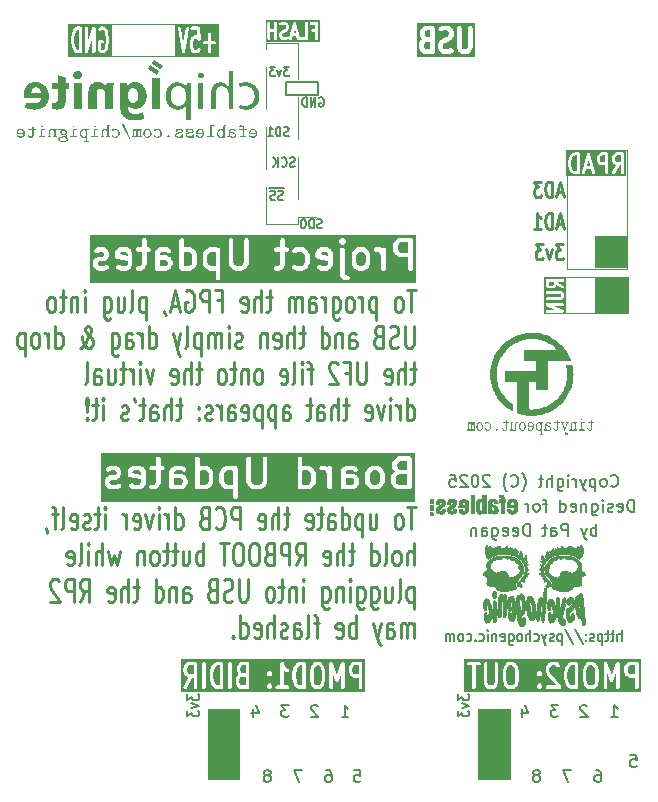
<source format=gbr>
%TF.GenerationSoftware,KiCad,Pcbnew,8.0.8-8.0.8-0~ubuntu24.04.1*%
%TF.CreationDate,2025-02-21T17:42:53-05:00*%
%TF.ProjectId,ChipigniteExplain,43686970-6967-46e6-9974-654578706c61,1.1*%
%TF.SameCoordinates,Original*%
%TF.FileFunction,Legend,Bot*%
%TF.FilePolarity,Positive*%
%FSLAX46Y46*%
G04 Gerber Fmt 4.6, Leading zero omitted, Abs format (unit mm)*
G04 Created by KiCad (PCBNEW 8.0.8-8.0.8-0~ubuntu24.04.1) date 2025-02-21 17:42:53*
%MOMM*%
%LPD*%
G01*
G04 APERTURE LIST*
%ADD10C,0.120000*%
%ADD11C,0.150000*%
%ADD12C,0.275000*%
%ADD13C,0.175000*%
%ADD14C,0.170000*%
%ADD15C,0.240000*%
%ADD16C,0.250000*%
%ADD17C,0.300000*%
%ADD18C,0.200000*%
%ADD19C,0.400000*%
%ADD20C,0.010000*%
%ADD21C,0.000000*%
G04 APERTURE END LIST*
D10*
X97000000Y-45000000D02*
X102400000Y-45000000D01*
X102400000Y-48100000D01*
X97000000Y-48100000D01*
X97000000Y-45000000D01*
X99600000Y-41500000D02*
X102300000Y-41500000D01*
X102300000Y-44200000D01*
X99600000Y-44200000D01*
X99600000Y-41500000D01*
G36*
X99600000Y-41500000D02*
G01*
X102300000Y-41500000D01*
X102300000Y-44200000D01*
X99600000Y-44200000D01*
X99600000Y-41500000D01*
G37*
X89700000Y-81600000D02*
X92350000Y-81600000D01*
X92350000Y-87550000D01*
X89700000Y-87550000D01*
X89700000Y-81600000D01*
G36*
X89700000Y-81600000D02*
G01*
X92350000Y-81600000D01*
X92350000Y-87550000D01*
X89700000Y-87550000D01*
X89700000Y-81600000D01*
G37*
X97200000Y-34300000D02*
X102300000Y-34300000D01*
X102300000Y-44300000D01*
X97200000Y-44300000D01*
X97200000Y-34300000D01*
X66813000Y-81600000D02*
X69463000Y-81600000D01*
X69463000Y-87550000D01*
X66813000Y-87550000D01*
X66813000Y-81600000D01*
G36*
X66813000Y-81600000D02*
G01*
X69463000Y-81600000D01*
X69463000Y-87550000D01*
X66813000Y-87550000D01*
X66813000Y-81600000D01*
G37*
X55000000Y-23600000D02*
X67700000Y-23600000D01*
X67700000Y-26300000D01*
X55000000Y-26300000D01*
X55000000Y-23600000D01*
D11*
X73400000Y-28500000D02*
X76100000Y-28500000D01*
X76100000Y-29600000D01*
X73400000Y-29600000D01*
X73400000Y-28500000D01*
D10*
X99600000Y-45100000D02*
X102300000Y-45100000D01*
X102300000Y-48000000D01*
X99600000Y-48000000D01*
X99600000Y-45100000D01*
G36*
X99600000Y-45100000D02*
G01*
X102300000Y-45100000D01*
X102300000Y-48000000D01*
X99600000Y-48000000D01*
X99600000Y-45100000D01*
G37*
D12*
G36*
X67714254Y-26300660D02*
G01*
X64011752Y-26300660D01*
X64011752Y-23938871D01*
X64233974Y-23938871D01*
X64236213Y-23965733D01*
X64602880Y-25965733D01*
X64610316Y-25991642D01*
X64611457Y-25993407D01*
X64611898Y-25995460D01*
X64625979Y-26015864D01*
X64639449Y-26036693D01*
X64641177Y-26037886D01*
X64642371Y-26039615D01*
X64663199Y-26053084D01*
X64683604Y-26067166D01*
X64685656Y-26067606D01*
X64687422Y-26068748D01*
X64711833Y-26073223D01*
X64736059Y-26078422D01*
X64738123Y-26078043D01*
X64740193Y-26078423D01*
X64764450Y-26073217D01*
X64788830Y-26068748D01*
X64790595Y-26067606D01*
X64792648Y-26067166D01*
X64813052Y-26053084D01*
X64833881Y-26039615D01*
X64835074Y-26037886D01*
X64836803Y-26036693D01*
X64850272Y-26015864D01*
X64864354Y-25995460D01*
X64864794Y-25993407D01*
X64865936Y-25991642D01*
X64873372Y-25965733D01*
X65035061Y-25083795D01*
X65281578Y-25083795D01*
X65281578Y-25559985D01*
X65282279Y-25567111D01*
X65281934Y-25569879D01*
X65283382Y-25578306D01*
X65284220Y-25586810D01*
X65285286Y-25589385D01*
X65286500Y-25596444D01*
X65338881Y-25786920D01*
X65340187Y-25790323D01*
X65340367Y-25791947D01*
X65344646Y-25801937D01*
X65348541Y-25812084D01*
X65349543Y-25813373D01*
X65350979Y-25816724D01*
X65403360Y-25911963D01*
X65411745Y-25924193D01*
X65413276Y-25927442D01*
X65416164Y-25930638D01*
X65418602Y-25934194D01*
X65421406Y-25936440D01*
X65431348Y-25947442D01*
X65536110Y-26042680D01*
X65549845Y-26052899D01*
X65552211Y-26055265D01*
X65554047Y-26056025D01*
X65557736Y-26058770D01*
X65579967Y-26066762D01*
X65601777Y-26075796D01*
X65606348Y-26076246D01*
X65608223Y-26076920D01*
X65611570Y-26076760D01*
X65628602Y-26078438D01*
X65890507Y-26078438D01*
X65907545Y-26076759D01*
X65910887Y-26076919D01*
X65912757Y-26076246D01*
X65917332Y-26075796D01*
X65939156Y-26066755D01*
X65961373Y-26058769D01*
X65965059Y-26056026D01*
X65966898Y-26055265D01*
X65969266Y-26052896D01*
X65982999Y-26042680D01*
X66087762Y-25947442D01*
X66097700Y-25936442D01*
X66100507Y-25934195D01*
X66102946Y-25930636D01*
X66105833Y-25927442D01*
X66107362Y-25924195D01*
X66115749Y-25911963D01*
X66168130Y-25816725D01*
X66178742Y-25791947D01*
X66184639Y-25738622D01*
X66169681Y-25687100D01*
X66136145Y-25645224D01*
X66089135Y-25619369D01*
X66035811Y-25613472D01*
X65984289Y-25628430D01*
X65942412Y-25661967D01*
X65927170Y-25684198D01*
X65885827Y-25759366D01*
X65837349Y-25803438D01*
X65681761Y-25803438D01*
X65633281Y-25759366D01*
X65599742Y-25698386D01*
X65556578Y-25541424D01*
X65556578Y-25152208D01*
X66384221Y-25152208D01*
X66384221Y-25205858D01*
X66404752Y-25255424D01*
X66442688Y-25293360D01*
X66492254Y-25313891D01*
X66519079Y-25316533D01*
X66800626Y-25316533D01*
X66800626Y-25940938D01*
X66803268Y-25967763D01*
X66823799Y-26017329D01*
X66861735Y-26055265D01*
X66911301Y-26075796D01*
X66964951Y-26075796D01*
X67014517Y-26055265D01*
X67052453Y-26017329D01*
X67072984Y-25967763D01*
X67075626Y-25940938D01*
X67075626Y-25316533D01*
X67357174Y-25316533D01*
X67383999Y-25313891D01*
X67433565Y-25293360D01*
X67471501Y-25255424D01*
X67492032Y-25205858D01*
X67492032Y-25152208D01*
X67471501Y-25102642D01*
X67433565Y-25064706D01*
X67383999Y-25044175D01*
X67357174Y-25041533D01*
X67075626Y-25041533D01*
X67075626Y-24417128D01*
X67072984Y-24390303D01*
X67052453Y-24340737D01*
X67014517Y-24302801D01*
X66964951Y-24282270D01*
X66911301Y-24282270D01*
X66861735Y-24302801D01*
X66823799Y-24340737D01*
X66803268Y-24390303D01*
X66800626Y-24417128D01*
X66800626Y-25041533D01*
X66519079Y-25041533D01*
X66492254Y-25044175D01*
X66442688Y-25064706D01*
X66404752Y-25102642D01*
X66384221Y-25152208D01*
X65556578Y-25152208D01*
X65556578Y-25102355D01*
X65599742Y-24945393D01*
X65633281Y-24884413D01*
X65681761Y-24840342D01*
X65837349Y-24840342D01*
X65885827Y-24884413D01*
X65927170Y-24959582D01*
X65936175Y-24972717D01*
X65937691Y-24975873D01*
X65939371Y-24977378D01*
X65942412Y-24981813D01*
X65960448Y-24996257D01*
X65977653Y-25011668D01*
X65981283Y-25012943D01*
X65984289Y-25015350D01*
X66006479Y-25021792D01*
X66028271Y-25029446D01*
X66032113Y-25029234D01*
X66035811Y-25030308D01*
X66058774Y-25027768D01*
X66081841Y-25026500D01*
X66085310Y-25024833D01*
X66089135Y-25024411D01*
X66109374Y-25013279D01*
X66130204Y-25003278D01*
X66132772Y-25000411D01*
X66136145Y-24998556D01*
X66150584Y-24980525D01*
X66166000Y-24963316D01*
X66167275Y-24959683D01*
X66169681Y-24956680D01*
X66176119Y-24934502D01*
X66183778Y-24912697D01*
X66184010Y-24907323D01*
X66184639Y-24905158D01*
X66184254Y-24901678D01*
X66184942Y-24885768D01*
X66132562Y-23933387D01*
X66130127Y-23917611D01*
X66130127Y-23914113D01*
X66129266Y-23912034D01*
X66128450Y-23906747D01*
X66118444Y-23885909D01*
X66109596Y-23864547D01*
X66106885Y-23861836D01*
X66105228Y-23858384D01*
X66088009Y-23842960D01*
X66071660Y-23826611D01*
X66068120Y-23825144D01*
X66065266Y-23822588D01*
X66043447Y-23814924D01*
X66022094Y-23806080D01*
X66016771Y-23805555D01*
X66014648Y-23804810D01*
X66011152Y-23805002D01*
X65995269Y-23803438D01*
X65471459Y-23803438D01*
X65444634Y-23806080D01*
X65395068Y-23826611D01*
X65357132Y-23864547D01*
X65336601Y-23914113D01*
X65336601Y-23967763D01*
X65357132Y-24017329D01*
X65395068Y-24055265D01*
X65444634Y-24075796D01*
X65471459Y-24078438D01*
X65865123Y-24078438D01*
X65891910Y-24565480D01*
X65890507Y-24565342D01*
X65628602Y-24565342D01*
X65611570Y-24567019D01*
X65608223Y-24566860D01*
X65606348Y-24567533D01*
X65601777Y-24567984D01*
X65579967Y-24577017D01*
X65557736Y-24585010D01*
X65554047Y-24587754D01*
X65552211Y-24588515D01*
X65549845Y-24590880D01*
X65536110Y-24601100D01*
X65431348Y-24696338D01*
X65421406Y-24707339D01*
X65418602Y-24709586D01*
X65416164Y-24713141D01*
X65413276Y-24716338D01*
X65411745Y-24719586D01*
X65403360Y-24731817D01*
X65350979Y-24827056D01*
X65349543Y-24830406D01*
X65348541Y-24831696D01*
X65344646Y-24841842D01*
X65340367Y-24851833D01*
X65340187Y-24853456D01*
X65338881Y-24856860D01*
X65286500Y-25047336D01*
X65285286Y-25054394D01*
X65284220Y-25056970D01*
X65283382Y-25065473D01*
X65281934Y-25073901D01*
X65282279Y-25076668D01*
X65281578Y-25083795D01*
X65035061Y-25083795D01*
X65240039Y-23965733D01*
X65242277Y-23938872D01*
X65231021Y-23886416D01*
X65200548Y-23842261D01*
X65155497Y-23813128D01*
X65102726Y-23803454D01*
X65050271Y-23814710D01*
X65006116Y-23845183D01*
X64976983Y-23890234D01*
X64969547Y-23916143D01*
X64738126Y-25178438D01*
X64506705Y-23916143D01*
X64499269Y-23890234D01*
X64470136Y-23845183D01*
X64425981Y-23814710D01*
X64373526Y-23803453D01*
X64320755Y-23813128D01*
X64275704Y-23842261D01*
X64245231Y-23886416D01*
X64233974Y-23938871D01*
X64011752Y-23938871D01*
X64011752Y-23581216D01*
X67714254Y-23581216D01*
X67714254Y-26300660D01*
G37*
D11*
X98910839Y-81365057D02*
X98863220Y-81317438D01*
X98863220Y-81317438D02*
X98767982Y-81269819D01*
X98767982Y-81269819D02*
X98529887Y-81269819D01*
X98529887Y-81269819D02*
X98434649Y-81317438D01*
X98434649Y-81317438D02*
X98387030Y-81365057D01*
X98387030Y-81365057D02*
X98339411Y-81460295D01*
X98339411Y-81460295D02*
X98339411Y-81555533D01*
X98339411Y-81555533D02*
X98387030Y-81698390D01*
X98387030Y-81698390D02*
X98958458Y-82269819D01*
X98958458Y-82269819D02*
X98339411Y-82269819D01*
X79187030Y-86769819D02*
X79663220Y-86769819D01*
X79663220Y-86769819D02*
X79710839Y-87246009D01*
X79710839Y-87246009D02*
X79663220Y-87198390D01*
X79663220Y-87198390D02*
X79567982Y-87150771D01*
X79567982Y-87150771D02*
X79329887Y-87150771D01*
X79329887Y-87150771D02*
X79234649Y-87198390D01*
X79234649Y-87198390D02*
X79187030Y-87246009D01*
X79187030Y-87246009D02*
X79139411Y-87341247D01*
X79139411Y-87341247D02*
X79139411Y-87579342D01*
X79139411Y-87579342D02*
X79187030Y-87674580D01*
X79187030Y-87674580D02*
X79234649Y-87722200D01*
X79234649Y-87722200D02*
X79329887Y-87769819D01*
X79329887Y-87769819D02*
X79567982Y-87769819D01*
X79567982Y-87769819D02*
X79663220Y-87722200D01*
X79663220Y-87722200D02*
X79710839Y-87674580D01*
D13*
X73151535Y-38454900D02*
X73051535Y-38492995D01*
X73051535Y-38492995D02*
X72884869Y-38492995D01*
X72884869Y-38492995D02*
X72818202Y-38454900D01*
X72818202Y-38454900D02*
X72784869Y-38416804D01*
X72784869Y-38416804D02*
X72751535Y-38340614D01*
X72751535Y-38340614D02*
X72751535Y-38264423D01*
X72751535Y-38264423D02*
X72784869Y-38188233D01*
X72784869Y-38188233D02*
X72818202Y-38150138D01*
X72818202Y-38150138D02*
X72884869Y-38112042D01*
X72884869Y-38112042D02*
X73018202Y-38073947D01*
X73018202Y-38073947D02*
X73084869Y-38035852D01*
X73084869Y-38035852D02*
X73118202Y-37997757D01*
X73118202Y-37997757D02*
X73151535Y-37921566D01*
X73151535Y-37921566D02*
X73151535Y-37845376D01*
X73151535Y-37845376D02*
X73118202Y-37769185D01*
X73118202Y-37769185D02*
X73084869Y-37731090D01*
X73084869Y-37731090D02*
X73018202Y-37692995D01*
X73018202Y-37692995D02*
X72851535Y-37692995D01*
X72851535Y-37692995D02*
X72751535Y-37731090D01*
X72484868Y-38454900D02*
X72384868Y-38492995D01*
X72384868Y-38492995D02*
X72218202Y-38492995D01*
X72218202Y-38492995D02*
X72151535Y-38454900D01*
X72151535Y-38454900D02*
X72118202Y-38416804D01*
X72118202Y-38416804D02*
X72084868Y-38340614D01*
X72084868Y-38340614D02*
X72084868Y-38264423D01*
X72084868Y-38264423D02*
X72118202Y-38188233D01*
X72118202Y-38188233D02*
X72151535Y-38150138D01*
X72151535Y-38150138D02*
X72218202Y-38112042D01*
X72218202Y-38112042D02*
X72351535Y-38073947D01*
X72351535Y-38073947D02*
X72418202Y-38035852D01*
X72418202Y-38035852D02*
X72451535Y-37997757D01*
X72451535Y-37997757D02*
X72484868Y-37921566D01*
X72484868Y-37921566D02*
X72484868Y-37845376D01*
X72484868Y-37845376D02*
X72451535Y-37769185D01*
X72451535Y-37769185D02*
X72418202Y-37731090D01*
X72418202Y-37731090D02*
X72351535Y-37692995D01*
X72351535Y-37692995D02*
X72184868Y-37692995D01*
X72184868Y-37692995D02*
X72084868Y-37731090D01*
X73214869Y-37470900D02*
X72021535Y-37470900D01*
D14*
G36*
X98940679Y-57816646D02*
G01*
X98951949Y-57757839D01*
X98986841Y-57743959D01*
X99028768Y-57775913D01*
X99031782Y-57818404D01*
X99045574Y-57881089D01*
X99081469Y-57920928D01*
X99131044Y-57938505D01*
X99145110Y-57939451D01*
X99195727Y-57931198D01*
X99237918Y-57895981D01*
X99253567Y-57838645D01*
X99254287Y-57811370D01*
X99254287Y-57384043D01*
X99027629Y-57384043D01*
X98980498Y-57368233D01*
X98971454Y-57335390D01*
X99003493Y-57288431D01*
X99027629Y-57286443D01*
X99254287Y-57286443D01*
X99254287Y-57148983D01*
X99266988Y-57091905D01*
X99299228Y-57080107D01*
X99342294Y-57111147D01*
X99345389Y-57148983D01*
X99345389Y-57286443D01*
X99464336Y-57286443D01*
X99512356Y-57302348D01*
X99521733Y-57335390D01*
X99489763Y-57382067D01*
X99465801Y-57384043D01*
X99345389Y-57384043D01*
X99345389Y-57820163D01*
X99339123Y-57887679D01*
X99316798Y-57950290D01*
X99281251Y-57994537D01*
X99235581Y-58022241D01*
X99182890Y-58035220D01*
X99154880Y-58036757D01*
X99098385Y-58029391D01*
X99045122Y-58008731D01*
X98995824Y-57971291D01*
X98963535Y-57924856D01*
X98944171Y-57862504D01*
X98940679Y-57816646D01*
G37*
G36*
X98218453Y-57969346D02*
G01*
X98250423Y-57922669D01*
X98274385Y-57920693D01*
X98412870Y-57920693D01*
X98412870Y-57355613D01*
X98426418Y-57297726D01*
X98469046Y-57286443D01*
X98653694Y-57286443D01*
X98700825Y-57302348D01*
X98709870Y-57335390D01*
X98677830Y-57382067D01*
X98653694Y-57384043D01*
X98503973Y-57384043D01*
X98503973Y-57920693D01*
X98663463Y-57920693D01*
X98711533Y-57936503D01*
X98720860Y-57969346D01*
X98690318Y-58015434D01*
X98663463Y-58018000D01*
X98274385Y-58018000D01*
X98225904Y-57999934D01*
X98218453Y-57969346D01*
G37*
G36*
X98412870Y-57079814D02*
G01*
X98433466Y-57023685D01*
X98475885Y-57004196D01*
X98522659Y-57028795D01*
X98538900Y-57079814D01*
X98518401Y-57135680D01*
X98475885Y-57155138D01*
X98429197Y-57130584D01*
X98412870Y-57079814D01*
G37*
G36*
X97416115Y-57969346D02*
G01*
X97448085Y-57922669D01*
X97472047Y-57920693D01*
X97529444Y-57920693D01*
X97529444Y-57527951D01*
X97534112Y-57457333D01*
X97547902Y-57399208D01*
X97576033Y-57345648D01*
X97616271Y-57309398D01*
X97668056Y-57290089D01*
X97708718Y-57286443D01*
X97758718Y-57292550D01*
X97807860Y-57311652D01*
X97851599Y-57341907D01*
X97889458Y-57382284D01*
X97892407Y-57320275D01*
X97935544Y-57286728D01*
X97945389Y-57286443D01*
X98037713Y-57286443D01*
X98084796Y-57302348D01*
X98093889Y-57335390D01*
X98061741Y-57382067D01*
X98037713Y-57384043D01*
X97980316Y-57384043D01*
X97980316Y-57920693D01*
X98037713Y-57920693D01*
X98084796Y-57936503D01*
X98093889Y-57969346D01*
X98061741Y-58016023D01*
X98037713Y-58018000D01*
X97832061Y-58018000D01*
X97784929Y-58002190D01*
X97775885Y-57969346D01*
X97807924Y-57922669D01*
X97832061Y-57920693D01*
X97889458Y-57920693D01*
X97889458Y-57612361D01*
X97882919Y-57545151D01*
X97865054Y-57490054D01*
X97832366Y-57439510D01*
X97791692Y-57405474D01*
X97740203Y-57385947D01*
X97718488Y-57384043D01*
X97668975Y-57394141D01*
X97632067Y-57439190D01*
X97621429Y-57500590D01*
X97620546Y-57534399D01*
X97620546Y-57920693D01*
X97677944Y-57920693D01*
X97726424Y-57938758D01*
X97733875Y-57969346D01*
X97701905Y-58016023D01*
X97677944Y-58018000D01*
X97472047Y-58018000D01*
X97423567Y-57999934D01*
X97416115Y-57969346D01*
G37*
G36*
X96706345Y-57335390D02*
G01*
X96736995Y-57289024D01*
X96763743Y-57286443D01*
X96917616Y-57286443D01*
X96965873Y-57302348D01*
X96975257Y-57335390D01*
X96944548Y-57381477D01*
X96917616Y-57384043D01*
X96882689Y-57384043D01*
X96899128Y-57441751D01*
X96918173Y-57509005D01*
X96938648Y-57581967D01*
X96954238Y-57638127D01*
X96974394Y-57711847D01*
X96992754Y-57780725D01*
X97008144Y-57840925D01*
X97021419Y-57898125D01*
X97022640Y-57898125D01*
X97036589Y-57839430D01*
X97049262Y-57797302D01*
X97179444Y-57384043D01*
X97147448Y-57384043D01*
X97099379Y-57368233D01*
X97090051Y-57335390D01*
X97120593Y-57289024D01*
X97147448Y-57286443D01*
X97301321Y-57286443D01*
X97349341Y-57302348D01*
X97358718Y-57335390D01*
X97328069Y-57381477D01*
X97301321Y-57384043D01*
X97263463Y-57384043D01*
X97067581Y-57988983D01*
X97061963Y-58010672D01*
X97076510Y-58067801D01*
X97091969Y-58124374D01*
X97110863Y-58185338D01*
X97119360Y-58207337D01*
X97149276Y-58256525D01*
X97190463Y-58289246D01*
X97230002Y-58294678D01*
X97224385Y-58265662D01*
X97249758Y-58214291D01*
X97278851Y-58205578D01*
X97323538Y-58229504D01*
X97335027Y-58272989D01*
X97322472Y-58331687D01*
X97287251Y-58379395D01*
X97239205Y-58402289D01*
X97220232Y-58404001D01*
X97162031Y-58387495D01*
X97114443Y-58349527D01*
X97077027Y-58299588D01*
X97049341Y-58247171D01*
X97026088Y-58187698D01*
X97019953Y-58168062D01*
X96800135Y-57384043D01*
X96763743Y-57384043D01*
X96715722Y-57368233D01*
X96706345Y-57335390D01*
G37*
G36*
X96056660Y-57816646D02*
G01*
X96067929Y-57757839D01*
X96102821Y-57743959D01*
X96144749Y-57775913D01*
X96147762Y-57818404D01*
X96161554Y-57881089D01*
X96197450Y-57920928D01*
X96247025Y-57938505D01*
X96261091Y-57939451D01*
X96311708Y-57931198D01*
X96353898Y-57895981D01*
X96369548Y-57838645D01*
X96370267Y-57811370D01*
X96370267Y-57384043D01*
X96143610Y-57384043D01*
X96096478Y-57368233D01*
X96087434Y-57335390D01*
X96119473Y-57288431D01*
X96143610Y-57286443D01*
X96370267Y-57286443D01*
X96370267Y-57148983D01*
X96382969Y-57091905D01*
X96415208Y-57080107D01*
X96458275Y-57111147D01*
X96461370Y-57148983D01*
X96461370Y-57286443D01*
X96580316Y-57286443D01*
X96628336Y-57302348D01*
X96637713Y-57335390D01*
X96605743Y-57382067D01*
X96581782Y-57384043D01*
X96461370Y-57384043D01*
X96461370Y-57820163D01*
X96455104Y-57887679D01*
X96432779Y-57950290D01*
X96397231Y-57994537D01*
X96351561Y-58022241D01*
X96298870Y-58035220D01*
X96270860Y-58036757D01*
X96214366Y-58029391D01*
X96161102Y-58008731D01*
X96111804Y-57971291D01*
X96079515Y-57924856D01*
X96060151Y-57862504D01*
X96056660Y-57816646D01*
G37*
G36*
X95703149Y-57269504D02*
G01*
X95759413Y-57279670D01*
X95809173Y-57305496D01*
X95839053Y-57354289D01*
X95842459Y-57384043D01*
X95823287Y-57439685D01*
X95785061Y-57456143D01*
X95741079Y-57430108D01*
X95729130Y-57380819D01*
X95698355Y-57367043D01*
X95648159Y-57365285D01*
X95646576Y-57365285D01*
X95596836Y-57368868D01*
X95546556Y-57388237D01*
X95520546Y-57408076D01*
X95486582Y-57453184D01*
X95471352Y-57512265D01*
X95470232Y-57553743D01*
X95524275Y-57556801D01*
X95578357Y-57562342D01*
X95632938Y-57571838D01*
X95688480Y-57586761D01*
X95720826Y-57598293D01*
X95768362Y-57622394D01*
X95814705Y-57657188D01*
X95852985Y-57704110D01*
X95876328Y-57764596D01*
X95880316Y-57805801D01*
X95874034Y-57864479D01*
X95850935Y-57926836D01*
X95812584Y-57977765D01*
X95770292Y-58009461D01*
X95719733Y-58029664D01*
X95661963Y-58036757D01*
X95609295Y-58033002D01*
X95556392Y-58021091D01*
X95506712Y-58000627D01*
X95457532Y-57967881D01*
X95416132Y-58002403D01*
X95364771Y-58015214D01*
X95311384Y-58017989D01*
X95306345Y-58018000D01*
X95257814Y-58010705D01*
X95239179Y-57969346D01*
X95271149Y-57922669D01*
X95295110Y-57920693D01*
X95346043Y-57917232D01*
X95379130Y-57906918D01*
X95379130Y-57796422D01*
X95470232Y-57796422D01*
X95478838Y-57855148D01*
X95517526Y-57896200D01*
X95527629Y-57902228D01*
X95576026Y-57927355D01*
X95626987Y-57938315D01*
X95646576Y-57939451D01*
X95697162Y-57931760D01*
X95744092Y-57906390D01*
X95778742Y-57861306D01*
X95789458Y-57810784D01*
X95769297Y-57748983D01*
X95723969Y-57706824D01*
X95670365Y-57679804D01*
X95619273Y-57663763D01*
X95562545Y-57652883D01*
X95501711Y-57647353D01*
X95470232Y-57646653D01*
X95470232Y-57796422D01*
X95379130Y-57796422D01*
X95379130Y-57533226D01*
X95385091Y-57472377D01*
X95403423Y-57413975D01*
X95434796Y-57361240D01*
X95479880Y-57317392D01*
X95526271Y-57290876D01*
X95582210Y-57273758D01*
X95648041Y-57267685D01*
X95703149Y-57269504D01*
G37*
G36*
X95200776Y-57302348D02*
G01*
X95209870Y-57335390D01*
X95177722Y-57382067D01*
X95153694Y-57384043D01*
X95096297Y-57384043D01*
X95096297Y-58299367D01*
X95153694Y-58299367D01*
X95200776Y-58315272D01*
X95209870Y-58348314D01*
X95177722Y-58394990D01*
X95153694Y-58396967D01*
X94948041Y-58396967D01*
X94900910Y-58381157D01*
X94891865Y-58348314D01*
X94923905Y-58301355D01*
X94948041Y-58299367D01*
X95005438Y-58299367D01*
X95005438Y-57942675D01*
X94968283Y-57984626D01*
X94924496Y-58016147D01*
X94876385Y-58033392D01*
X94841551Y-58036757D01*
X94786941Y-58029401D01*
X94735359Y-58008135D01*
X94688116Y-57974161D01*
X94646523Y-57928680D01*
X94611892Y-57872895D01*
X94585531Y-57808009D01*
X94568754Y-57735222D01*
X94563248Y-57676172D01*
X94562900Y-57657365D01*
X94562945Y-57656728D01*
X94654043Y-57656728D01*
X94658260Y-57715642D01*
X94674550Y-57782877D01*
X94701041Y-57840148D01*
X94735646Y-57885878D01*
X94776281Y-57918490D01*
X94830066Y-57938091D01*
X94848634Y-57939451D01*
X94902014Y-57925303D01*
X94944294Y-57888338D01*
X94975504Y-57836775D01*
X94995672Y-57778832D01*
X95005286Y-57714134D01*
X95005438Y-57705857D01*
X95005438Y-57569277D01*
X94994871Y-57510053D01*
X94965920Y-57456081D01*
X94922712Y-57413454D01*
X94877457Y-57390563D01*
X94835934Y-57384043D01*
X94781684Y-57396346D01*
X94734032Y-57430782D01*
X94695402Y-57483641D01*
X94671852Y-57539088D01*
X94657654Y-57602607D01*
X94654043Y-57656728D01*
X94562945Y-57656728D01*
X94568213Y-57582509D01*
X94583539Y-57512595D01*
X94607796Y-57449490D01*
X94639929Y-57394631D01*
X94678886Y-57349457D01*
X94723613Y-57315409D01*
X94773056Y-57293925D01*
X94826164Y-57286443D01*
X94879531Y-57293397D01*
X94931018Y-57314334D01*
X94974561Y-57345055D01*
X95005438Y-57377302D01*
X95009188Y-57316292D01*
X95051525Y-57286742D01*
X95061370Y-57286443D01*
X95153694Y-57286443D01*
X95200776Y-57302348D01*
G37*
G36*
X94562900Y-57657365D02*
G01*
X94562870Y-57657790D01*
X94562870Y-57655739D01*
X94562900Y-57657365D01*
G37*
G36*
X94197826Y-57275472D02*
G01*
X94252861Y-57297828D01*
X94302578Y-57333250D01*
X94345830Y-57380233D01*
X94381468Y-57437272D01*
X94408345Y-57502864D01*
X94425312Y-57575504D01*
X94431223Y-57653687D01*
X94427592Y-57713119D01*
X94412108Y-57787297D01*
X94385643Y-57854427D01*
X94349486Y-57913135D01*
X94304923Y-57962048D01*
X94253244Y-57999790D01*
X94195736Y-58024990D01*
X94133686Y-58036272D01*
X94117616Y-58036757D01*
X94055215Y-58030171D01*
X94003001Y-58012422D01*
X93951182Y-57979132D01*
X93913257Y-57939002D01*
X93884505Y-57890111D01*
X93871419Y-57840386D01*
X93903115Y-57793391D01*
X93917581Y-57791733D01*
X93959250Y-57825108D01*
X93960812Y-57829835D01*
X93990631Y-57883660D01*
X94034627Y-57919526D01*
X94083326Y-57936502D01*
X94113463Y-57939451D01*
X94166005Y-57931760D01*
X94213827Y-57910038D01*
X94255717Y-57876311D01*
X94290461Y-57832604D01*
X94316846Y-57780944D01*
X94333660Y-57723357D01*
X94337434Y-57699116D01*
X93927350Y-57699116D01*
X93879827Y-57680810D01*
X93871419Y-57634343D01*
X93873241Y-57602690D01*
X93963992Y-57602690D01*
X94336213Y-57605327D01*
X94322599Y-57539206D01*
X94300076Y-57482768D01*
X94263703Y-57428703D01*
X94219938Y-57390557D01*
X94171744Y-57369408D01*
X94138620Y-57365285D01*
X94080790Y-57375547D01*
X94037177Y-57403072D01*
X94000806Y-57452003D01*
X93978603Y-57510301D01*
X93967130Y-57569515D01*
X93963992Y-57602690D01*
X93873241Y-57602690D01*
X93875727Y-57559515D01*
X93888577Y-57490252D01*
X93909853Y-57427913D01*
X93939440Y-57373858D01*
X93977226Y-57329448D01*
X94023094Y-57296042D01*
X94076930Y-57275001D01*
X94138620Y-57267685D01*
X94197826Y-57275472D01*
G37*
G36*
X93484232Y-57275364D02*
G01*
X93536176Y-57297462D01*
X93583466Y-57332570D01*
X93624886Y-57379280D01*
X93659219Y-57436184D01*
X93685248Y-57501875D01*
X93701758Y-57574943D01*
X93707161Y-57633738D01*
X93707532Y-57653980D01*
X93704226Y-57714082D01*
X93690179Y-57788728D01*
X93666268Y-57855942D01*
X93633754Y-57914459D01*
X93593895Y-57963015D01*
X93547950Y-58000347D01*
X93497181Y-58025190D01*
X93442844Y-58036282D01*
X93428851Y-58036757D01*
X93373900Y-58029302D01*
X93322181Y-58007778D01*
X93274956Y-57973450D01*
X93233487Y-57927581D01*
X93199036Y-57871435D01*
X93172865Y-57806278D01*
X93156237Y-57733371D01*
X93150788Y-57674367D01*
X93150414Y-57653980D01*
X93151071Y-57641963D01*
X93241272Y-57641963D01*
X93245205Y-57702711D01*
X93260276Y-57772141D01*
X93285065Y-57832341D01*
X93317895Y-57881163D01*
X93357089Y-57916462D01*
X93410161Y-57937945D01*
X93428851Y-57939451D01*
X93483619Y-57926163D01*
X93532530Y-57888910D01*
X93566746Y-57842386D01*
X93593241Y-57784209D01*
X93610355Y-57716646D01*
X93616177Y-57657360D01*
X93616429Y-57641963D01*
X93610189Y-57569820D01*
X93592700Y-57506102D01*
X93565805Y-57452366D01*
X93531350Y-57410169D01*
X93482621Y-57376954D01*
X93428851Y-57365285D01*
X93375171Y-57376954D01*
X93326459Y-57410169D01*
X93291982Y-57452366D01*
X93265051Y-57506102D01*
X93247527Y-57569820D01*
X93241272Y-57641963D01*
X93151071Y-57641963D01*
X93153684Y-57594197D01*
X93167600Y-57519505D01*
X93191327Y-57451838D01*
X93223654Y-57392605D01*
X93263370Y-57343215D01*
X93309266Y-57305074D01*
X93360129Y-57279592D01*
X93414750Y-57268176D01*
X93428851Y-57267685D01*
X93484232Y-57275364D01*
G37*
G36*
X92369081Y-57969346D02*
G01*
X92401051Y-57922669D01*
X92425013Y-57920693D01*
X92482410Y-57920693D01*
X92482410Y-57355613D01*
X92495958Y-57297726D01*
X92538586Y-57286443D01*
X92630909Y-57286443D01*
X92679389Y-57304617D01*
X92686841Y-57335390D01*
X92654871Y-57382067D01*
X92630909Y-57384043D01*
X92573512Y-57384043D01*
X92573512Y-57753631D01*
X92580003Y-57815118D01*
X92602101Y-57870012D01*
X92641238Y-57911584D01*
X92687135Y-57933233D01*
X92731782Y-57939451D01*
X92783078Y-57933336D01*
X92828593Y-57901532D01*
X92842208Y-57843773D01*
X92842424Y-57823387D01*
X92842424Y-57355613D01*
X92855827Y-57297726D01*
X92898355Y-57286443D01*
X92990679Y-57286443D01*
X93037761Y-57302348D01*
X93046855Y-57335390D01*
X93014707Y-57382067D01*
X92990679Y-57384043D01*
X92933282Y-57384043D01*
X92933282Y-57832180D01*
X92927358Y-57898223D01*
X92905948Y-57958112D01*
X92864266Y-58004479D01*
X92816950Y-58026966D01*
X92761455Y-58036192D01*
X92741551Y-58036757D01*
X92690008Y-58031321D01*
X92641886Y-58014835D01*
X92596968Y-57986428D01*
X92574978Y-57966415D01*
X92546153Y-58015279D01*
X92517581Y-58018000D01*
X92425013Y-58018000D01*
X92376532Y-57999934D01*
X92369081Y-57969346D01*
G37*
G36*
X91730630Y-57816646D02*
G01*
X91741900Y-57757839D01*
X91776792Y-57743959D01*
X91818720Y-57775913D01*
X91821733Y-57818404D01*
X91835525Y-57881089D01*
X91871420Y-57920928D01*
X91920996Y-57938505D01*
X91935061Y-57939451D01*
X91985678Y-57931198D01*
X92027869Y-57895981D01*
X92043518Y-57838645D01*
X92044238Y-57811370D01*
X92044238Y-57384043D01*
X91817581Y-57384043D01*
X91770449Y-57368233D01*
X91761405Y-57335390D01*
X91793444Y-57288431D01*
X91817581Y-57286443D01*
X92044238Y-57286443D01*
X92044238Y-57148983D01*
X92056939Y-57091905D01*
X92089179Y-57080107D01*
X92132246Y-57111147D01*
X92135341Y-57148983D01*
X92135341Y-57286443D01*
X92254287Y-57286443D01*
X92302307Y-57302348D01*
X92311684Y-57335390D01*
X92279714Y-57382067D01*
X92255752Y-57384043D01*
X92135341Y-57384043D01*
X92135341Y-57820163D01*
X92129074Y-57887679D01*
X92106750Y-57950290D01*
X92071202Y-57994537D01*
X92025532Y-58022241D01*
X91972841Y-58035220D01*
X91944831Y-58036757D01*
X91888337Y-58029391D01*
X91835073Y-58008731D01*
X91785775Y-57971291D01*
X91753486Y-57924856D01*
X91734122Y-57862504D01*
X91730630Y-57816646D01*
G37*
G36*
X91186213Y-57923917D02*
G01*
X91202527Y-57865622D01*
X91245859Y-57831215D01*
X91264615Y-57828369D01*
X91312565Y-57847097D01*
X91340720Y-57895183D01*
X91344238Y-57923917D01*
X91328283Y-57979543D01*
X91284999Y-58014942D01*
X91265836Y-58018000D01*
X91217256Y-57998423D01*
X91188584Y-57946424D01*
X91186213Y-57923917D01*
G37*
G36*
X90266394Y-57840386D02*
G01*
X90298759Y-57795968D01*
X90312556Y-57794957D01*
X90355282Y-57826784D01*
X90357253Y-57833352D01*
X90382121Y-57884633D01*
X90422710Y-57922232D01*
X90472285Y-57938394D01*
X90490365Y-57939451D01*
X90544481Y-57930737D01*
X90594055Y-57905886D01*
X90637191Y-57866838D01*
X90671994Y-57815531D01*
X90696570Y-57753904D01*
X90709022Y-57683896D01*
X90710184Y-57653980D01*
X90705212Y-57594469D01*
X90691597Y-57535782D01*
X90666892Y-57476440D01*
X90628769Y-57423581D01*
X90587048Y-57390758D01*
X90534062Y-57370306D01*
X90486213Y-57365285D01*
X90436754Y-57367263D01*
X90406345Y-57370561D01*
X90395110Y-57384336D01*
X90375575Y-57441516D01*
X90339179Y-57457609D01*
X90293384Y-57431064D01*
X90281782Y-57384336D01*
X90299766Y-57323309D01*
X90344455Y-57288447D01*
X90393480Y-57273837D01*
X90443161Y-57268454D01*
X90484747Y-57267685D01*
X90547855Y-57273747D01*
X90602819Y-57290827D01*
X90650064Y-57317272D01*
X90690012Y-57351426D01*
X90732654Y-57406098D01*
X90764076Y-57467612D01*
X90785281Y-57532045D01*
X90797269Y-57595475D01*
X90801042Y-57653980D01*
X90797685Y-57712525D01*
X90783320Y-57786028D01*
X90758644Y-57852948D01*
X90724738Y-57911783D01*
X90682685Y-57961033D01*
X90633567Y-57999197D01*
X90578465Y-58024774D01*
X90518461Y-58036262D01*
X90502821Y-58036757D01*
X90453649Y-58030447D01*
X90398698Y-58011618D01*
X90354909Y-57984086D01*
X90314266Y-57942748D01*
X90283448Y-57891986D01*
X90266394Y-57835110D01*
X90266394Y-57840386D01*
G37*
G36*
X89879208Y-57275364D02*
G01*
X89931152Y-57297462D01*
X89978442Y-57332570D01*
X90019862Y-57379280D01*
X90054195Y-57436184D01*
X90080224Y-57501875D01*
X90096734Y-57574943D01*
X90102137Y-57633738D01*
X90102507Y-57653980D01*
X90099202Y-57714082D01*
X90085155Y-57788728D01*
X90061244Y-57855942D01*
X90028729Y-57914459D01*
X89988870Y-57963015D01*
X89942926Y-58000347D01*
X89892156Y-58025190D01*
X89837820Y-58036282D01*
X89823826Y-58036757D01*
X89768876Y-58029302D01*
X89717157Y-58007778D01*
X89669932Y-57973450D01*
X89628463Y-57927581D01*
X89594011Y-57871435D01*
X89567841Y-57806278D01*
X89551213Y-57733371D01*
X89545763Y-57674367D01*
X89545389Y-57653980D01*
X89546047Y-57641963D01*
X89636248Y-57641963D01*
X89640180Y-57702711D01*
X89655251Y-57772141D01*
X89680040Y-57832341D01*
X89712871Y-57881163D01*
X89752065Y-57916462D01*
X89805137Y-57937945D01*
X89823826Y-57939451D01*
X89878595Y-57926163D01*
X89927506Y-57888910D01*
X89961721Y-57842386D01*
X89988216Y-57784209D01*
X90005331Y-57716646D01*
X90011153Y-57657360D01*
X90011405Y-57641963D01*
X90005165Y-57569820D01*
X89987675Y-57506102D01*
X89960780Y-57452366D01*
X89926325Y-57410169D01*
X89877597Y-57376954D01*
X89823826Y-57365285D01*
X89770146Y-57376954D01*
X89721435Y-57410169D01*
X89686958Y-57452366D01*
X89660027Y-57506102D01*
X89642503Y-57569820D01*
X89636248Y-57641963D01*
X89546047Y-57641963D01*
X89548660Y-57594197D01*
X89562575Y-57519505D01*
X89586302Y-57451838D01*
X89618629Y-57392605D01*
X89658346Y-57343215D01*
X89704241Y-57305074D01*
X89755105Y-57279592D01*
X89809726Y-57268176D01*
X89823826Y-57267685D01*
X89879208Y-57275364D01*
G37*
G36*
X88752821Y-57969346D02*
G01*
X88785475Y-57923259D01*
X88828537Y-57920693D01*
X88828537Y-57511244D01*
X88831275Y-57451804D01*
X88843924Y-57384995D01*
X88868538Y-57331144D01*
X88911003Y-57294588D01*
X88951635Y-57286443D01*
X89001395Y-57296335D01*
X89048033Y-57327345D01*
X89082413Y-57369821D01*
X89085969Y-57375543D01*
X89114100Y-57325161D01*
X89158422Y-57292506D01*
X89192459Y-57286443D01*
X89240708Y-57296213D01*
X89284612Y-57323552D01*
X89310184Y-57350337D01*
X89329173Y-57294430D01*
X89366115Y-57286443D01*
X89408125Y-57286443D01*
X89456605Y-57304617D01*
X89464057Y-57335390D01*
X89431463Y-57381477D01*
X89388586Y-57384043D01*
X89388586Y-57920693D01*
X89437844Y-57924767D01*
X89464057Y-57969346D01*
X89432086Y-58016023D01*
X89408125Y-58018000D01*
X89290400Y-58018000D01*
X89241920Y-57999934D01*
X89234468Y-57969346D01*
X89267121Y-57923259D01*
X89310184Y-57920693D01*
X89310184Y-57607378D01*
X89306632Y-57547733D01*
X89293868Y-57486473D01*
X89269235Y-57431335D01*
X89231278Y-57393100D01*
X89198076Y-57384043D01*
X89158265Y-57423170D01*
X89148648Y-57485997D01*
X89147762Y-57521210D01*
X89147762Y-57920693D01*
X89196084Y-57932571D01*
X89209311Y-57969346D01*
X89178662Y-58015434D01*
X89151914Y-58018000D01*
X89049576Y-58018000D01*
X89001096Y-57999934D01*
X88993645Y-57969346D01*
X89026298Y-57923259D01*
X89069360Y-57920693D01*
X89069360Y-57612947D01*
X89065808Y-57551078D01*
X89053045Y-57488047D01*
X89028411Y-57431801D01*
X88990454Y-57393137D01*
X88957253Y-57384043D01*
X88917441Y-57423170D01*
X88907825Y-57485997D01*
X88906939Y-57521210D01*
X88906939Y-57920693D01*
X88955260Y-57932571D01*
X88968488Y-57969346D01*
X88937838Y-58015434D01*
X88911091Y-58018000D01*
X88808753Y-58018000D01*
X88760273Y-57999934D01*
X88752821Y-57969346D01*
G37*
D11*
X78139411Y-82269819D02*
X78710839Y-82269819D01*
X78425125Y-82269819D02*
X78425125Y-81269819D01*
X78425125Y-81269819D02*
X78520363Y-81412676D01*
X78520363Y-81412676D02*
X78615601Y-81507914D01*
X78615601Y-81507914D02*
X78710839Y-81555533D01*
X76834649Y-86769819D02*
X77025125Y-86769819D01*
X77025125Y-86769819D02*
X77120363Y-86817438D01*
X77120363Y-86817438D02*
X77167982Y-86865057D01*
X77167982Y-86865057D02*
X77263220Y-87007914D01*
X77263220Y-87007914D02*
X77310839Y-87198390D01*
X77310839Y-87198390D02*
X77310839Y-87579342D01*
X77310839Y-87579342D02*
X77263220Y-87674580D01*
X77263220Y-87674580D02*
X77215601Y-87722200D01*
X77215601Y-87722200D02*
X77120363Y-87769819D01*
X77120363Y-87769819D02*
X76929887Y-87769819D01*
X76929887Y-87769819D02*
X76834649Y-87722200D01*
X76834649Y-87722200D02*
X76787030Y-87674580D01*
X76787030Y-87674580D02*
X76739411Y-87579342D01*
X76739411Y-87579342D02*
X76739411Y-87341247D01*
X76739411Y-87341247D02*
X76787030Y-87246009D01*
X76787030Y-87246009D02*
X76834649Y-87198390D01*
X76834649Y-87198390D02*
X76929887Y-87150771D01*
X76929887Y-87150771D02*
X77120363Y-87150771D01*
X77120363Y-87150771D02*
X77215601Y-87198390D01*
X77215601Y-87198390D02*
X77263220Y-87246009D01*
X77263220Y-87246009D02*
X77310839Y-87341247D01*
X100947620Y-62674580D02*
X100995239Y-62722200D01*
X100995239Y-62722200D02*
X101138096Y-62769819D01*
X101138096Y-62769819D02*
X101233334Y-62769819D01*
X101233334Y-62769819D02*
X101376191Y-62722200D01*
X101376191Y-62722200D02*
X101471429Y-62626961D01*
X101471429Y-62626961D02*
X101519048Y-62531723D01*
X101519048Y-62531723D02*
X101566667Y-62341247D01*
X101566667Y-62341247D02*
X101566667Y-62198390D01*
X101566667Y-62198390D02*
X101519048Y-62007914D01*
X101519048Y-62007914D02*
X101471429Y-61912676D01*
X101471429Y-61912676D02*
X101376191Y-61817438D01*
X101376191Y-61817438D02*
X101233334Y-61769819D01*
X101233334Y-61769819D02*
X101138096Y-61769819D01*
X101138096Y-61769819D02*
X100995239Y-61817438D01*
X100995239Y-61817438D02*
X100947620Y-61865057D01*
X100376191Y-62769819D02*
X100471429Y-62722200D01*
X100471429Y-62722200D02*
X100519048Y-62674580D01*
X100519048Y-62674580D02*
X100566667Y-62579342D01*
X100566667Y-62579342D02*
X100566667Y-62293628D01*
X100566667Y-62293628D02*
X100519048Y-62198390D01*
X100519048Y-62198390D02*
X100471429Y-62150771D01*
X100471429Y-62150771D02*
X100376191Y-62103152D01*
X100376191Y-62103152D02*
X100233334Y-62103152D01*
X100233334Y-62103152D02*
X100138096Y-62150771D01*
X100138096Y-62150771D02*
X100090477Y-62198390D01*
X100090477Y-62198390D02*
X100042858Y-62293628D01*
X100042858Y-62293628D02*
X100042858Y-62579342D01*
X100042858Y-62579342D02*
X100090477Y-62674580D01*
X100090477Y-62674580D02*
X100138096Y-62722200D01*
X100138096Y-62722200D02*
X100233334Y-62769819D01*
X100233334Y-62769819D02*
X100376191Y-62769819D01*
X99614286Y-62103152D02*
X99614286Y-63103152D01*
X99614286Y-62150771D02*
X99519048Y-62103152D01*
X99519048Y-62103152D02*
X99328572Y-62103152D01*
X99328572Y-62103152D02*
X99233334Y-62150771D01*
X99233334Y-62150771D02*
X99185715Y-62198390D01*
X99185715Y-62198390D02*
X99138096Y-62293628D01*
X99138096Y-62293628D02*
X99138096Y-62579342D01*
X99138096Y-62579342D02*
X99185715Y-62674580D01*
X99185715Y-62674580D02*
X99233334Y-62722200D01*
X99233334Y-62722200D02*
X99328572Y-62769819D01*
X99328572Y-62769819D02*
X99519048Y-62769819D01*
X99519048Y-62769819D02*
X99614286Y-62722200D01*
X98804762Y-62103152D02*
X98566667Y-62769819D01*
X98328572Y-62103152D02*
X98566667Y-62769819D01*
X98566667Y-62769819D02*
X98661905Y-63007914D01*
X98661905Y-63007914D02*
X98709524Y-63055533D01*
X98709524Y-63055533D02*
X98804762Y-63103152D01*
X97947619Y-62769819D02*
X97947619Y-62103152D01*
X97947619Y-62293628D02*
X97900000Y-62198390D01*
X97900000Y-62198390D02*
X97852381Y-62150771D01*
X97852381Y-62150771D02*
X97757143Y-62103152D01*
X97757143Y-62103152D02*
X97661905Y-62103152D01*
X97328571Y-62769819D02*
X97328571Y-62103152D01*
X97328571Y-61769819D02*
X97376190Y-61817438D01*
X97376190Y-61817438D02*
X97328571Y-61865057D01*
X97328571Y-61865057D02*
X97280952Y-61817438D01*
X97280952Y-61817438D02*
X97328571Y-61769819D01*
X97328571Y-61769819D02*
X97328571Y-61865057D01*
X96423810Y-62103152D02*
X96423810Y-62912676D01*
X96423810Y-62912676D02*
X96471429Y-63007914D01*
X96471429Y-63007914D02*
X96519048Y-63055533D01*
X96519048Y-63055533D02*
X96614286Y-63103152D01*
X96614286Y-63103152D02*
X96757143Y-63103152D01*
X96757143Y-63103152D02*
X96852381Y-63055533D01*
X96423810Y-62722200D02*
X96519048Y-62769819D01*
X96519048Y-62769819D02*
X96709524Y-62769819D01*
X96709524Y-62769819D02*
X96804762Y-62722200D01*
X96804762Y-62722200D02*
X96852381Y-62674580D01*
X96852381Y-62674580D02*
X96900000Y-62579342D01*
X96900000Y-62579342D02*
X96900000Y-62293628D01*
X96900000Y-62293628D02*
X96852381Y-62198390D01*
X96852381Y-62198390D02*
X96804762Y-62150771D01*
X96804762Y-62150771D02*
X96709524Y-62103152D01*
X96709524Y-62103152D02*
X96519048Y-62103152D01*
X96519048Y-62103152D02*
X96423810Y-62150771D01*
X95947619Y-62769819D02*
X95947619Y-61769819D01*
X95519048Y-62769819D02*
X95519048Y-62246009D01*
X95519048Y-62246009D02*
X95566667Y-62150771D01*
X95566667Y-62150771D02*
X95661905Y-62103152D01*
X95661905Y-62103152D02*
X95804762Y-62103152D01*
X95804762Y-62103152D02*
X95900000Y-62150771D01*
X95900000Y-62150771D02*
X95947619Y-62198390D01*
X95185714Y-62103152D02*
X94804762Y-62103152D01*
X95042857Y-61769819D02*
X95042857Y-62626961D01*
X95042857Y-62626961D02*
X94995238Y-62722200D01*
X94995238Y-62722200D02*
X94900000Y-62769819D01*
X94900000Y-62769819D02*
X94804762Y-62769819D01*
X93423809Y-63150771D02*
X93471428Y-63103152D01*
X93471428Y-63103152D02*
X93566666Y-62960295D01*
X93566666Y-62960295D02*
X93614285Y-62865057D01*
X93614285Y-62865057D02*
X93661904Y-62722200D01*
X93661904Y-62722200D02*
X93709523Y-62484104D01*
X93709523Y-62484104D02*
X93709523Y-62293628D01*
X93709523Y-62293628D02*
X93661904Y-62055533D01*
X93661904Y-62055533D02*
X93614285Y-61912676D01*
X93614285Y-61912676D02*
X93566666Y-61817438D01*
X93566666Y-61817438D02*
X93471428Y-61674580D01*
X93471428Y-61674580D02*
X93423809Y-61626961D01*
X92471428Y-62674580D02*
X92519047Y-62722200D01*
X92519047Y-62722200D02*
X92661904Y-62769819D01*
X92661904Y-62769819D02*
X92757142Y-62769819D01*
X92757142Y-62769819D02*
X92899999Y-62722200D01*
X92899999Y-62722200D02*
X92995237Y-62626961D01*
X92995237Y-62626961D02*
X93042856Y-62531723D01*
X93042856Y-62531723D02*
X93090475Y-62341247D01*
X93090475Y-62341247D02*
X93090475Y-62198390D01*
X93090475Y-62198390D02*
X93042856Y-62007914D01*
X93042856Y-62007914D02*
X92995237Y-61912676D01*
X92995237Y-61912676D02*
X92899999Y-61817438D01*
X92899999Y-61817438D02*
X92757142Y-61769819D01*
X92757142Y-61769819D02*
X92661904Y-61769819D01*
X92661904Y-61769819D02*
X92519047Y-61817438D01*
X92519047Y-61817438D02*
X92471428Y-61865057D01*
X92138094Y-63150771D02*
X92090475Y-63103152D01*
X92090475Y-63103152D02*
X91995237Y-62960295D01*
X91995237Y-62960295D02*
X91947618Y-62865057D01*
X91947618Y-62865057D02*
X91899999Y-62722200D01*
X91899999Y-62722200D02*
X91852380Y-62484104D01*
X91852380Y-62484104D02*
X91852380Y-62293628D01*
X91852380Y-62293628D02*
X91899999Y-62055533D01*
X91899999Y-62055533D02*
X91947618Y-61912676D01*
X91947618Y-61912676D02*
X91995237Y-61817438D01*
X91995237Y-61817438D02*
X92090475Y-61674580D01*
X92090475Y-61674580D02*
X92138094Y-61626961D01*
X90661903Y-61865057D02*
X90614284Y-61817438D01*
X90614284Y-61817438D02*
X90519046Y-61769819D01*
X90519046Y-61769819D02*
X90280951Y-61769819D01*
X90280951Y-61769819D02*
X90185713Y-61817438D01*
X90185713Y-61817438D02*
X90138094Y-61865057D01*
X90138094Y-61865057D02*
X90090475Y-61960295D01*
X90090475Y-61960295D02*
X90090475Y-62055533D01*
X90090475Y-62055533D02*
X90138094Y-62198390D01*
X90138094Y-62198390D02*
X90709522Y-62769819D01*
X90709522Y-62769819D02*
X90090475Y-62769819D01*
X89471427Y-61769819D02*
X89376189Y-61769819D01*
X89376189Y-61769819D02*
X89280951Y-61817438D01*
X89280951Y-61817438D02*
X89233332Y-61865057D01*
X89233332Y-61865057D02*
X89185713Y-61960295D01*
X89185713Y-61960295D02*
X89138094Y-62150771D01*
X89138094Y-62150771D02*
X89138094Y-62388866D01*
X89138094Y-62388866D02*
X89185713Y-62579342D01*
X89185713Y-62579342D02*
X89233332Y-62674580D01*
X89233332Y-62674580D02*
X89280951Y-62722200D01*
X89280951Y-62722200D02*
X89376189Y-62769819D01*
X89376189Y-62769819D02*
X89471427Y-62769819D01*
X89471427Y-62769819D02*
X89566665Y-62722200D01*
X89566665Y-62722200D02*
X89614284Y-62674580D01*
X89614284Y-62674580D02*
X89661903Y-62579342D01*
X89661903Y-62579342D02*
X89709522Y-62388866D01*
X89709522Y-62388866D02*
X89709522Y-62150771D01*
X89709522Y-62150771D02*
X89661903Y-61960295D01*
X89661903Y-61960295D02*
X89614284Y-61865057D01*
X89614284Y-61865057D02*
X89566665Y-61817438D01*
X89566665Y-61817438D02*
X89471427Y-61769819D01*
X88757141Y-61865057D02*
X88709522Y-61817438D01*
X88709522Y-61817438D02*
X88614284Y-61769819D01*
X88614284Y-61769819D02*
X88376189Y-61769819D01*
X88376189Y-61769819D02*
X88280951Y-61817438D01*
X88280951Y-61817438D02*
X88233332Y-61865057D01*
X88233332Y-61865057D02*
X88185713Y-61960295D01*
X88185713Y-61960295D02*
X88185713Y-62055533D01*
X88185713Y-62055533D02*
X88233332Y-62198390D01*
X88233332Y-62198390D02*
X88804760Y-62769819D01*
X88804760Y-62769819D02*
X88185713Y-62769819D01*
X87280951Y-61769819D02*
X87757141Y-61769819D01*
X87757141Y-61769819D02*
X87804760Y-62246009D01*
X87804760Y-62246009D02*
X87757141Y-62198390D01*
X87757141Y-62198390D02*
X87661903Y-62150771D01*
X87661903Y-62150771D02*
X87423808Y-62150771D01*
X87423808Y-62150771D02*
X87328570Y-62198390D01*
X87328570Y-62198390D02*
X87280951Y-62246009D01*
X87280951Y-62246009D02*
X87233332Y-62341247D01*
X87233332Y-62341247D02*
X87233332Y-62579342D01*
X87233332Y-62579342D02*
X87280951Y-62674580D01*
X87280951Y-62674580D02*
X87328570Y-62722200D01*
X87328570Y-62722200D02*
X87423808Y-62769819D01*
X87423808Y-62769819D02*
X87661903Y-62769819D01*
X87661903Y-62769819D02*
X87757141Y-62722200D01*
X87757141Y-62722200D02*
X87804760Y-62674580D01*
D15*
X84418296Y-64478314D02*
X83675439Y-64478314D01*
X84046867Y-66378314D02*
X84046867Y-64478314D01*
X83056391Y-66378314D02*
X83180201Y-66287838D01*
X83180201Y-66287838D02*
X83242106Y-66197361D01*
X83242106Y-66197361D02*
X83304010Y-66016409D01*
X83304010Y-66016409D02*
X83304010Y-65473552D01*
X83304010Y-65473552D02*
X83242106Y-65292599D01*
X83242106Y-65292599D02*
X83180201Y-65202123D01*
X83180201Y-65202123D02*
X83056391Y-65111647D01*
X83056391Y-65111647D02*
X82870677Y-65111647D01*
X82870677Y-65111647D02*
X82746868Y-65202123D01*
X82746868Y-65202123D02*
X82684963Y-65292599D01*
X82684963Y-65292599D02*
X82623058Y-65473552D01*
X82623058Y-65473552D02*
X82623058Y-66016409D01*
X82623058Y-66016409D02*
X82684963Y-66197361D01*
X82684963Y-66197361D02*
X82746868Y-66287838D01*
X82746868Y-66287838D02*
X82870677Y-66378314D01*
X82870677Y-66378314D02*
X83056391Y-66378314D01*
X80518297Y-65111647D02*
X80518297Y-66378314D01*
X81075440Y-65111647D02*
X81075440Y-66106885D01*
X81075440Y-66106885D02*
X81013535Y-66287838D01*
X81013535Y-66287838D02*
X80889725Y-66378314D01*
X80889725Y-66378314D02*
X80704011Y-66378314D01*
X80704011Y-66378314D02*
X80580202Y-66287838D01*
X80580202Y-66287838D02*
X80518297Y-66197361D01*
X79899250Y-65111647D02*
X79899250Y-67011647D01*
X79899250Y-65202123D02*
X79775440Y-65111647D01*
X79775440Y-65111647D02*
X79527821Y-65111647D01*
X79527821Y-65111647D02*
X79404012Y-65202123D01*
X79404012Y-65202123D02*
X79342107Y-65292599D01*
X79342107Y-65292599D02*
X79280202Y-65473552D01*
X79280202Y-65473552D02*
X79280202Y-66016409D01*
X79280202Y-66016409D02*
X79342107Y-66197361D01*
X79342107Y-66197361D02*
X79404012Y-66287838D01*
X79404012Y-66287838D02*
X79527821Y-66378314D01*
X79527821Y-66378314D02*
X79775440Y-66378314D01*
X79775440Y-66378314D02*
X79899250Y-66287838D01*
X78165917Y-66378314D02*
X78165917Y-64478314D01*
X78165917Y-66287838D02*
X78289726Y-66378314D01*
X78289726Y-66378314D02*
X78537345Y-66378314D01*
X78537345Y-66378314D02*
X78661155Y-66287838D01*
X78661155Y-66287838D02*
X78723060Y-66197361D01*
X78723060Y-66197361D02*
X78784964Y-66016409D01*
X78784964Y-66016409D02*
X78784964Y-65473552D01*
X78784964Y-65473552D02*
X78723060Y-65292599D01*
X78723060Y-65292599D02*
X78661155Y-65202123D01*
X78661155Y-65202123D02*
X78537345Y-65111647D01*
X78537345Y-65111647D02*
X78289726Y-65111647D01*
X78289726Y-65111647D02*
X78165917Y-65202123D01*
X76989727Y-66378314D02*
X76989727Y-65383076D01*
X76989727Y-65383076D02*
X77051632Y-65202123D01*
X77051632Y-65202123D02*
X77175441Y-65111647D01*
X77175441Y-65111647D02*
X77423060Y-65111647D01*
X77423060Y-65111647D02*
X77546870Y-65202123D01*
X76989727Y-66287838D02*
X77113536Y-66378314D01*
X77113536Y-66378314D02*
X77423060Y-66378314D01*
X77423060Y-66378314D02*
X77546870Y-66287838D01*
X77546870Y-66287838D02*
X77608774Y-66106885D01*
X77608774Y-66106885D02*
X77608774Y-65925933D01*
X77608774Y-65925933D02*
X77546870Y-65744980D01*
X77546870Y-65744980D02*
X77423060Y-65654504D01*
X77423060Y-65654504D02*
X77113536Y-65654504D01*
X77113536Y-65654504D02*
X76989727Y-65564028D01*
X76556394Y-65111647D02*
X76061156Y-65111647D01*
X76370680Y-64478314D02*
X76370680Y-66106885D01*
X76370680Y-66106885D02*
X76308775Y-66287838D01*
X76308775Y-66287838D02*
X76184965Y-66378314D01*
X76184965Y-66378314D02*
X76061156Y-66378314D01*
X75132585Y-66287838D02*
X75256394Y-66378314D01*
X75256394Y-66378314D02*
X75504013Y-66378314D01*
X75504013Y-66378314D02*
X75627823Y-66287838D01*
X75627823Y-66287838D02*
X75689727Y-66106885D01*
X75689727Y-66106885D02*
X75689727Y-65383076D01*
X75689727Y-65383076D02*
X75627823Y-65202123D01*
X75627823Y-65202123D02*
X75504013Y-65111647D01*
X75504013Y-65111647D02*
X75256394Y-65111647D01*
X75256394Y-65111647D02*
X75132585Y-65202123D01*
X75132585Y-65202123D02*
X75070680Y-65383076D01*
X75070680Y-65383076D02*
X75070680Y-65564028D01*
X75070680Y-65564028D02*
X75689727Y-65744980D01*
X73708775Y-65111647D02*
X73213537Y-65111647D01*
X73523061Y-64478314D02*
X73523061Y-66106885D01*
X73523061Y-66106885D02*
X73461156Y-66287838D01*
X73461156Y-66287838D02*
X73337346Y-66378314D01*
X73337346Y-66378314D02*
X73213537Y-66378314D01*
X72780204Y-66378314D02*
X72780204Y-64478314D01*
X72223061Y-66378314D02*
X72223061Y-65383076D01*
X72223061Y-65383076D02*
X72284966Y-65202123D01*
X72284966Y-65202123D02*
X72408775Y-65111647D01*
X72408775Y-65111647D02*
X72594489Y-65111647D01*
X72594489Y-65111647D02*
X72718299Y-65202123D01*
X72718299Y-65202123D02*
X72780204Y-65292599D01*
X71108776Y-66287838D02*
X71232585Y-66378314D01*
X71232585Y-66378314D02*
X71480204Y-66378314D01*
X71480204Y-66378314D02*
X71604014Y-66287838D01*
X71604014Y-66287838D02*
X71665918Y-66106885D01*
X71665918Y-66106885D02*
X71665918Y-65383076D01*
X71665918Y-65383076D02*
X71604014Y-65202123D01*
X71604014Y-65202123D02*
X71480204Y-65111647D01*
X71480204Y-65111647D02*
X71232585Y-65111647D01*
X71232585Y-65111647D02*
X71108776Y-65202123D01*
X71108776Y-65202123D02*
X71046871Y-65383076D01*
X71046871Y-65383076D02*
X71046871Y-65564028D01*
X71046871Y-65564028D02*
X71665918Y-65744980D01*
X69499252Y-66378314D02*
X69499252Y-64478314D01*
X69499252Y-64478314D02*
X69004014Y-64478314D01*
X69004014Y-64478314D02*
X68880204Y-64568790D01*
X68880204Y-64568790D02*
X68818299Y-64659266D01*
X68818299Y-64659266D02*
X68756395Y-64840218D01*
X68756395Y-64840218D02*
X68756395Y-65111647D01*
X68756395Y-65111647D02*
X68818299Y-65292599D01*
X68818299Y-65292599D02*
X68880204Y-65383076D01*
X68880204Y-65383076D02*
X69004014Y-65473552D01*
X69004014Y-65473552D02*
X69499252Y-65473552D01*
X67456395Y-66197361D02*
X67518299Y-66287838D01*
X67518299Y-66287838D02*
X67704014Y-66378314D01*
X67704014Y-66378314D02*
X67827823Y-66378314D01*
X67827823Y-66378314D02*
X68013537Y-66287838D01*
X68013537Y-66287838D02*
X68137347Y-66106885D01*
X68137347Y-66106885D02*
X68199252Y-65925933D01*
X68199252Y-65925933D02*
X68261156Y-65564028D01*
X68261156Y-65564028D02*
X68261156Y-65292599D01*
X68261156Y-65292599D02*
X68199252Y-64930695D01*
X68199252Y-64930695D02*
X68137347Y-64749742D01*
X68137347Y-64749742D02*
X68013537Y-64568790D01*
X68013537Y-64568790D02*
X67827823Y-64478314D01*
X67827823Y-64478314D02*
X67704014Y-64478314D01*
X67704014Y-64478314D02*
X67518299Y-64568790D01*
X67518299Y-64568790D02*
X67456395Y-64659266D01*
X66465918Y-65383076D02*
X66280204Y-65473552D01*
X66280204Y-65473552D02*
X66218299Y-65564028D01*
X66218299Y-65564028D02*
X66156395Y-65744980D01*
X66156395Y-65744980D02*
X66156395Y-66016409D01*
X66156395Y-66016409D02*
X66218299Y-66197361D01*
X66218299Y-66197361D02*
X66280204Y-66287838D01*
X66280204Y-66287838D02*
X66404014Y-66378314D01*
X66404014Y-66378314D02*
X66899252Y-66378314D01*
X66899252Y-66378314D02*
X66899252Y-64478314D01*
X66899252Y-64478314D02*
X66465918Y-64478314D01*
X66465918Y-64478314D02*
X66342109Y-64568790D01*
X66342109Y-64568790D02*
X66280204Y-64659266D01*
X66280204Y-64659266D02*
X66218299Y-64840218D01*
X66218299Y-64840218D02*
X66218299Y-65021171D01*
X66218299Y-65021171D02*
X66280204Y-65202123D01*
X66280204Y-65202123D02*
X66342109Y-65292599D01*
X66342109Y-65292599D02*
X66465918Y-65383076D01*
X66465918Y-65383076D02*
X66899252Y-65383076D01*
X64051633Y-66378314D02*
X64051633Y-64478314D01*
X64051633Y-66287838D02*
X64175442Y-66378314D01*
X64175442Y-66378314D02*
X64423061Y-66378314D01*
X64423061Y-66378314D02*
X64546871Y-66287838D01*
X64546871Y-66287838D02*
X64608776Y-66197361D01*
X64608776Y-66197361D02*
X64670680Y-66016409D01*
X64670680Y-66016409D02*
X64670680Y-65473552D01*
X64670680Y-65473552D02*
X64608776Y-65292599D01*
X64608776Y-65292599D02*
X64546871Y-65202123D01*
X64546871Y-65202123D02*
X64423061Y-65111647D01*
X64423061Y-65111647D02*
X64175442Y-65111647D01*
X64175442Y-65111647D02*
X64051633Y-65202123D01*
X63432586Y-66378314D02*
X63432586Y-65111647D01*
X63432586Y-65473552D02*
X63370681Y-65292599D01*
X63370681Y-65292599D02*
X63308776Y-65202123D01*
X63308776Y-65202123D02*
X63184967Y-65111647D01*
X63184967Y-65111647D02*
X63061157Y-65111647D01*
X62627824Y-66378314D02*
X62627824Y-65111647D01*
X62627824Y-64478314D02*
X62689728Y-64568790D01*
X62689728Y-64568790D02*
X62627824Y-64659266D01*
X62627824Y-64659266D02*
X62565919Y-64568790D01*
X62565919Y-64568790D02*
X62627824Y-64478314D01*
X62627824Y-64478314D02*
X62627824Y-64659266D01*
X62132585Y-65111647D02*
X61823061Y-66378314D01*
X61823061Y-66378314D02*
X61513538Y-65111647D01*
X60523062Y-66287838D02*
X60646871Y-66378314D01*
X60646871Y-66378314D02*
X60894490Y-66378314D01*
X60894490Y-66378314D02*
X61018300Y-66287838D01*
X61018300Y-66287838D02*
X61080204Y-66106885D01*
X61080204Y-66106885D02*
X61080204Y-65383076D01*
X61080204Y-65383076D02*
X61018300Y-65202123D01*
X61018300Y-65202123D02*
X60894490Y-65111647D01*
X60894490Y-65111647D02*
X60646871Y-65111647D01*
X60646871Y-65111647D02*
X60523062Y-65202123D01*
X60523062Y-65202123D02*
X60461157Y-65383076D01*
X60461157Y-65383076D02*
X60461157Y-65564028D01*
X60461157Y-65564028D02*
X61080204Y-65744980D01*
X59904014Y-66378314D02*
X59904014Y-65111647D01*
X59904014Y-65473552D02*
X59842109Y-65292599D01*
X59842109Y-65292599D02*
X59780204Y-65202123D01*
X59780204Y-65202123D02*
X59656395Y-65111647D01*
X59656395Y-65111647D02*
X59532585Y-65111647D01*
X58108776Y-66378314D02*
X58108776Y-65111647D01*
X58108776Y-64478314D02*
X58170680Y-64568790D01*
X58170680Y-64568790D02*
X58108776Y-64659266D01*
X58108776Y-64659266D02*
X58046871Y-64568790D01*
X58046871Y-64568790D02*
X58108776Y-64478314D01*
X58108776Y-64478314D02*
X58108776Y-64659266D01*
X57675442Y-65111647D02*
X57180204Y-65111647D01*
X57489728Y-64478314D02*
X57489728Y-66106885D01*
X57489728Y-66106885D02*
X57427823Y-66287838D01*
X57427823Y-66287838D02*
X57304013Y-66378314D01*
X57304013Y-66378314D02*
X57180204Y-66378314D01*
X56808775Y-66287838D02*
X56684966Y-66378314D01*
X56684966Y-66378314D02*
X56437347Y-66378314D01*
X56437347Y-66378314D02*
X56313537Y-66287838D01*
X56313537Y-66287838D02*
X56251633Y-66106885D01*
X56251633Y-66106885D02*
X56251633Y-66016409D01*
X56251633Y-66016409D02*
X56313537Y-65835457D01*
X56313537Y-65835457D02*
X56437347Y-65744980D01*
X56437347Y-65744980D02*
X56623061Y-65744980D01*
X56623061Y-65744980D02*
X56746871Y-65654504D01*
X56746871Y-65654504D02*
X56808775Y-65473552D01*
X56808775Y-65473552D02*
X56808775Y-65383076D01*
X56808775Y-65383076D02*
X56746871Y-65202123D01*
X56746871Y-65202123D02*
X56623061Y-65111647D01*
X56623061Y-65111647D02*
X56437347Y-65111647D01*
X56437347Y-65111647D02*
X56313537Y-65202123D01*
X55199252Y-66287838D02*
X55323061Y-66378314D01*
X55323061Y-66378314D02*
X55570680Y-66378314D01*
X55570680Y-66378314D02*
X55694490Y-66287838D01*
X55694490Y-66287838D02*
X55756394Y-66106885D01*
X55756394Y-66106885D02*
X55756394Y-65383076D01*
X55756394Y-65383076D02*
X55694490Y-65202123D01*
X55694490Y-65202123D02*
X55570680Y-65111647D01*
X55570680Y-65111647D02*
X55323061Y-65111647D01*
X55323061Y-65111647D02*
X55199252Y-65202123D01*
X55199252Y-65202123D02*
X55137347Y-65383076D01*
X55137347Y-65383076D02*
X55137347Y-65564028D01*
X55137347Y-65564028D02*
X55756394Y-65744980D01*
X54394489Y-66378314D02*
X54518299Y-66287838D01*
X54518299Y-66287838D02*
X54580204Y-66106885D01*
X54580204Y-66106885D02*
X54580204Y-64478314D01*
X54084966Y-65111647D02*
X53589728Y-65111647D01*
X53899252Y-66378314D02*
X53899252Y-64749742D01*
X53899252Y-64749742D02*
X53837347Y-64568790D01*
X53837347Y-64568790D02*
X53713537Y-64478314D01*
X53713537Y-64478314D02*
X53589728Y-64478314D01*
X53094490Y-66287838D02*
X53094490Y-66378314D01*
X53094490Y-66378314D02*
X53156395Y-66559266D01*
X53156395Y-66559266D02*
X53218299Y-66649742D01*
X84232582Y-69437208D02*
X84232582Y-67537208D01*
X83675439Y-69437208D02*
X83675439Y-68441970D01*
X83675439Y-68441970D02*
X83737344Y-68261017D01*
X83737344Y-68261017D02*
X83861153Y-68170541D01*
X83861153Y-68170541D02*
X84046867Y-68170541D01*
X84046867Y-68170541D02*
X84170677Y-68261017D01*
X84170677Y-68261017D02*
X84232582Y-68351493D01*
X82870677Y-69437208D02*
X82994487Y-69346732D01*
X82994487Y-69346732D02*
X83056392Y-69256255D01*
X83056392Y-69256255D02*
X83118296Y-69075303D01*
X83118296Y-69075303D02*
X83118296Y-68532446D01*
X83118296Y-68532446D02*
X83056392Y-68351493D01*
X83056392Y-68351493D02*
X82994487Y-68261017D01*
X82994487Y-68261017D02*
X82870677Y-68170541D01*
X82870677Y-68170541D02*
X82684963Y-68170541D01*
X82684963Y-68170541D02*
X82561154Y-68261017D01*
X82561154Y-68261017D02*
X82499249Y-68351493D01*
X82499249Y-68351493D02*
X82437344Y-68532446D01*
X82437344Y-68532446D02*
X82437344Y-69075303D01*
X82437344Y-69075303D02*
X82499249Y-69256255D01*
X82499249Y-69256255D02*
X82561154Y-69346732D01*
X82561154Y-69346732D02*
X82684963Y-69437208D01*
X82684963Y-69437208D02*
X82870677Y-69437208D01*
X81694487Y-69437208D02*
X81818297Y-69346732D01*
X81818297Y-69346732D02*
X81880202Y-69165779D01*
X81880202Y-69165779D02*
X81880202Y-67537208D01*
X80642107Y-69437208D02*
X80642107Y-67537208D01*
X80642107Y-69346732D02*
X80765916Y-69437208D01*
X80765916Y-69437208D02*
X81013535Y-69437208D01*
X81013535Y-69437208D02*
X81137345Y-69346732D01*
X81137345Y-69346732D02*
X81199250Y-69256255D01*
X81199250Y-69256255D02*
X81261154Y-69075303D01*
X81261154Y-69075303D02*
X81261154Y-68532446D01*
X81261154Y-68532446D02*
X81199250Y-68351493D01*
X81199250Y-68351493D02*
X81137345Y-68261017D01*
X81137345Y-68261017D02*
X81013535Y-68170541D01*
X81013535Y-68170541D02*
X80765916Y-68170541D01*
X80765916Y-68170541D02*
X80642107Y-68261017D01*
X79218298Y-68170541D02*
X78723060Y-68170541D01*
X79032584Y-67537208D02*
X79032584Y-69165779D01*
X79032584Y-69165779D02*
X78970679Y-69346732D01*
X78970679Y-69346732D02*
X78846869Y-69437208D01*
X78846869Y-69437208D02*
X78723060Y-69437208D01*
X78289727Y-69437208D02*
X78289727Y-67537208D01*
X77732584Y-69437208D02*
X77732584Y-68441970D01*
X77732584Y-68441970D02*
X77794489Y-68261017D01*
X77794489Y-68261017D02*
X77918298Y-68170541D01*
X77918298Y-68170541D02*
X78104012Y-68170541D01*
X78104012Y-68170541D02*
X78227822Y-68261017D01*
X78227822Y-68261017D02*
X78289727Y-68351493D01*
X76618299Y-69346732D02*
X76742108Y-69437208D01*
X76742108Y-69437208D02*
X76989727Y-69437208D01*
X76989727Y-69437208D02*
X77113537Y-69346732D01*
X77113537Y-69346732D02*
X77175441Y-69165779D01*
X77175441Y-69165779D02*
X77175441Y-68441970D01*
X77175441Y-68441970D02*
X77113537Y-68261017D01*
X77113537Y-68261017D02*
X76989727Y-68170541D01*
X76989727Y-68170541D02*
X76742108Y-68170541D01*
X76742108Y-68170541D02*
X76618299Y-68261017D01*
X76618299Y-68261017D02*
X76556394Y-68441970D01*
X76556394Y-68441970D02*
X76556394Y-68622922D01*
X76556394Y-68622922D02*
X77175441Y-68803874D01*
X74265918Y-69437208D02*
X74699251Y-68532446D01*
X75008775Y-69437208D02*
X75008775Y-67537208D01*
X75008775Y-67537208D02*
X74513537Y-67537208D01*
X74513537Y-67537208D02*
X74389727Y-67627684D01*
X74389727Y-67627684D02*
X74327822Y-67718160D01*
X74327822Y-67718160D02*
X74265918Y-67899112D01*
X74265918Y-67899112D02*
X74265918Y-68170541D01*
X74265918Y-68170541D02*
X74327822Y-68351493D01*
X74327822Y-68351493D02*
X74389727Y-68441970D01*
X74389727Y-68441970D02*
X74513537Y-68532446D01*
X74513537Y-68532446D02*
X75008775Y-68532446D01*
X73708775Y-69437208D02*
X73708775Y-67537208D01*
X73708775Y-67537208D02*
X73213537Y-67537208D01*
X73213537Y-67537208D02*
X73089727Y-67627684D01*
X73089727Y-67627684D02*
X73027822Y-67718160D01*
X73027822Y-67718160D02*
X72965918Y-67899112D01*
X72965918Y-67899112D02*
X72965918Y-68170541D01*
X72965918Y-68170541D02*
X73027822Y-68351493D01*
X73027822Y-68351493D02*
X73089727Y-68441970D01*
X73089727Y-68441970D02*
X73213537Y-68532446D01*
X73213537Y-68532446D02*
X73708775Y-68532446D01*
X71975441Y-68441970D02*
X71789727Y-68532446D01*
X71789727Y-68532446D02*
X71727822Y-68622922D01*
X71727822Y-68622922D02*
X71665918Y-68803874D01*
X71665918Y-68803874D02*
X71665918Y-69075303D01*
X71665918Y-69075303D02*
X71727822Y-69256255D01*
X71727822Y-69256255D02*
X71789727Y-69346732D01*
X71789727Y-69346732D02*
X71913537Y-69437208D01*
X71913537Y-69437208D02*
X72408775Y-69437208D01*
X72408775Y-69437208D02*
X72408775Y-67537208D01*
X72408775Y-67537208D02*
X71975441Y-67537208D01*
X71975441Y-67537208D02*
X71851632Y-67627684D01*
X71851632Y-67627684D02*
X71789727Y-67718160D01*
X71789727Y-67718160D02*
X71727822Y-67899112D01*
X71727822Y-67899112D02*
X71727822Y-68080065D01*
X71727822Y-68080065D02*
X71789727Y-68261017D01*
X71789727Y-68261017D02*
X71851632Y-68351493D01*
X71851632Y-68351493D02*
X71975441Y-68441970D01*
X71975441Y-68441970D02*
X72408775Y-68441970D01*
X70861156Y-67537208D02*
X70613537Y-67537208D01*
X70613537Y-67537208D02*
X70489727Y-67627684D01*
X70489727Y-67627684D02*
X70365918Y-67808636D01*
X70365918Y-67808636D02*
X70304013Y-68170541D01*
X70304013Y-68170541D02*
X70304013Y-68803874D01*
X70304013Y-68803874D02*
X70365918Y-69165779D01*
X70365918Y-69165779D02*
X70489727Y-69346732D01*
X70489727Y-69346732D02*
X70613537Y-69437208D01*
X70613537Y-69437208D02*
X70861156Y-69437208D01*
X70861156Y-69437208D02*
X70984965Y-69346732D01*
X70984965Y-69346732D02*
X71108775Y-69165779D01*
X71108775Y-69165779D02*
X71170679Y-68803874D01*
X71170679Y-68803874D02*
X71170679Y-68170541D01*
X71170679Y-68170541D02*
X71108775Y-67808636D01*
X71108775Y-67808636D02*
X70984965Y-67627684D01*
X70984965Y-67627684D02*
X70861156Y-67537208D01*
X69499251Y-67537208D02*
X69251632Y-67537208D01*
X69251632Y-67537208D02*
X69127822Y-67627684D01*
X69127822Y-67627684D02*
X69004013Y-67808636D01*
X69004013Y-67808636D02*
X68942108Y-68170541D01*
X68942108Y-68170541D02*
X68942108Y-68803874D01*
X68942108Y-68803874D02*
X69004013Y-69165779D01*
X69004013Y-69165779D02*
X69127822Y-69346732D01*
X69127822Y-69346732D02*
X69251632Y-69437208D01*
X69251632Y-69437208D02*
X69499251Y-69437208D01*
X69499251Y-69437208D02*
X69623060Y-69346732D01*
X69623060Y-69346732D02*
X69746870Y-69165779D01*
X69746870Y-69165779D02*
X69808774Y-68803874D01*
X69808774Y-68803874D02*
X69808774Y-68170541D01*
X69808774Y-68170541D02*
X69746870Y-67808636D01*
X69746870Y-67808636D02*
X69623060Y-67627684D01*
X69623060Y-67627684D02*
X69499251Y-67537208D01*
X68570679Y-67537208D02*
X67827822Y-67537208D01*
X68199250Y-69437208D02*
X68199250Y-67537208D01*
X66404013Y-69437208D02*
X66404013Y-67537208D01*
X66404013Y-68261017D02*
X66280203Y-68170541D01*
X66280203Y-68170541D02*
X66032584Y-68170541D01*
X66032584Y-68170541D02*
X65908775Y-68261017D01*
X65908775Y-68261017D02*
X65846870Y-68351493D01*
X65846870Y-68351493D02*
X65784965Y-68532446D01*
X65784965Y-68532446D02*
X65784965Y-69075303D01*
X65784965Y-69075303D02*
X65846870Y-69256255D01*
X65846870Y-69256255D02*
X65908775Y-69346732D01*
X65908775Y-69346732D02*
X66032584Y-69437208D01*
X66032584Y-69437208D02*
X66280203Y-69437208D01*
X66280203Y-69437208D02*
X66404013Y-69346732D01*
X64670680Y-68170541D02*
X64670680Y-69437208D01*
X65227823Y-68170541D02*
X65227823Y-69165779D01*
X65227823Y-69165779D02*
X65165918Y-69346732D01*
X65165918Y-69346732D02*
X65042108Y-69437208D01*
X65042108Y-69437208D02*
X64856394Y-69437208D01*
X64856394Y-69437208D02*
X64732585Y-69346732D01*
X64732585Y-69346732D02*
X64670680Y-69256255D01*
X64237347Y-68170541D02*
X63742109Y-68170541D01*
X64051633Y-67537208D02*
X64051633Y-69165779D01*
X64051633Y-69165779D02*
X63989728Y-69346732D01*
X63989728Y-69346732D02*
X63865918Y-69437208D01*
X63865918Y-69437208D02*
X63742109Y-69437208D01*
X63494490Y-68170541D02*
X62999252Y-68170541D01*
X63308776Y-67537208D02*
X63308776Y-69165779D01*
X63308776Y-69165779D02*
X63246871Y-69346732D01*
X63246871Y-69346732D02*
X63123061Y-69437208D01*
X63123061Y-69437208D02*
X62999252Y-69437208D01*
X62380204Y-69437208D02*
X62504014Y-69346732D01*
X62504014Y-69346732D02*
X62565919Y-69256255D01*
X62565919Y-69256255D02*
X62627823Y-69075303D01*
X62627823Y-69075303D02*
X62627823Y-68532446D01*
X62627823Y-68532446D02*
X62565919Y-68351493D01*
X62565919Y-68351493D02*
X62504014Y-68261017D01*
X62504014Y-68261017D02*
X62380204Y-68170541D01*
X62380204Y-68170541D02*
X62194490Y-68170541D01*
X62194490Y-68170541D02*
X62070681Y-68261017D01*
X62070681Y-68261017D02*
X62008776Y-68351493D01*
X62008776Y-68351493D02*
X61946871Y-68532446D01*
X61946871Y-68532446D02*
X61946871Y-69075303D01*
X61946871Y-69075303D02*
X62008776Y-69256255D01*
X62008776Y-69256255D02*
X62070681Y-69346732D01*
X62070681Y-69346732D02*
X62194490Y-69437208D01*
X62194490Y-69437208D02*
X62380204Y-69437208D01*
X61389729Y-68170541D02*
X61389729Y-69437208D01*
X61389729Y-68351493D02*
X61327824Y-68261017D01*
X61327824Y-68261017D02*
X61204014Y-68170541D01*
X61204014Y-68170541D02*
X61018300Y-68170541D01*
X61018300Y-68170541D02*
X60894491Y-68261017D01*
X60894491Y-68261017D02*
X60832586Y-68441970D01*
X60832586Y-68441970D02*
X60832586Y-69437208D01*
X59346872Y-68170541D02*
X59099253Y-69437208D01*
X59099253Y-69437208D02*
X58851634Y-68532446D01*
X58851634Y-68532446D02*
X58604015Y-69437208D01*
X58604015Y-69437208D02*
X58356396Y-68170541D01*
X57861158Y-69437208D02*
X57861158Y-67537208D01*
X57304015Y-69437208D02*
X57304015Y-68441970D01*
X57304015Y-68441970D02*
X57365920Y-68261017D01*
X57365920Y-68261017D02*
X57489729Y-68170541D01*
X57489729Y-68170541D02*
X57675443Y-68170541D01*
X57675443Y-68170541D02*
X57799253Y-68261017D01*
X57799253Y-68261017D02*
X57861158Y-68351493D01*
X56684968Y-69437208D02*
X56684968Y-68170541D01*
X56684968Y-67537208D02*
X56746872Y-67627684D01*
X56746872Y-67627684D02*
X56684968Y-67718160D01*
X56684968Y-67718160D02*
X56623063Y-67627684D01*
X56623063Y-67627684D02*
X56684968Y-67537208D01*
X56684968Y-67537208D02*
X56684968Y-67718160D01*
X55880205Y-69437208D02*
X56004015Y-69346732D01*
X56004015Y-69346732D02*
X56065920Y-69165779D01*
X56065920Y-69165779D02*
X56065920Y-67537208D01*
X54889730Y-69346732D02*
X55013539Y-69437208D01*
X55013539Y-69437208D02*
X55261158Y-69437208D01*
X55261158Y-69437208D02*
X55384968Y-69346732D01*
X55384968Y-69346732D02*
X55446872Y-69165779D01*
X55446872Y-69165779D02*
X55446872Y-68441970D01*
X55446872Y-68441970D02*
X55384968Y-68261017D01*
X55384968Y-68261017D02*
X55261158Y-68170541D01*
X55261158Y-68170541D02*
X55013539Y-68170541D01*
X55013539Y-68170541D02*
X54889730Y-68261017D01*
X54889730Y-68261017D02*
X54827825Y-68441970D01*
X54827825Y-68441970D02*
X54827825Y-68622922D01*
X54827825Y-68622922D02*
X55446872Y-68803874D01*
X84232582Y-71229435D02*
X84232582Y-73129435D01*
X84232582Y-71319911D02*
X84108772Y-71229435D01*
X84108772Y-71229435D02*
X83861153Y-71229435D01*
X83861153Y-71229435D02*
X83737344Y-71319911D01*
X83737344Y-71319911D02*
X83675439Y-71410387D01*
X83675439Y-71410387D02*
X83613534Y-71591340D01*
X83613534Y-71591340D02*
X83613534Y-72134197D01*
X83613534Y-72134197D02*
X83675439Y-72315149D01*
X83675439Y-72315149D02*
X83737344Y-72405626D01*
X83737344Y-72405626D02*
X83861153Y-72496102D01*
X83861153Y-72496102D02*
X84108772Y-72496102D01*
X84108772Y-72496102D02*
X84232582Y-72405626D01*
X82870677Y-72496102D02*
X82994487Y-72405626D01*
X82994487Y-72405626D02*
X83056392Y-72224673D01*
X83056392Y-72224673D02*
X83056392Y-70596102D01*
X81818297Y-71229435D02*
X81818297Y-72496102D01*
X82375440Y-71229435D02*
X82375440Y-72224673D01*
X82375440Y-72224673D02*
X82313535Y-72405626D01*
X82313535Y-72405626D02*
X82189725Y-72496102D01*
X82189725Y-72496102D02*
X82004011Y-72496102D01*
X82004011Y-72496102D02*
X81880202Y-72405626D01*
X81880202Y-72405626D02*
X81818297Y-72315149D01*
X80642107Y-71229435D02*
X80642107Y-72767530D01*
X80642107Y-72767530D02*
X80704012Y-72948483D01*
X80704012Y-72948483D02*
X80765916Y-73038959D01*
X80765916Y-73038959D02*
X80889726Y-73129435D01*
X80889726Y-73129435D02*
X81075440Y-73129435D01*
X81075440Y-73129435D02*
X81199250Y-73038959D01*
X80642107Y-72405626D02*
X80765916Y-72496102D01*
X80765916Y-72496102D02*
X81013535Y-72496102D01*
X81013535Y-72496102D02*
X81137345Y-72405626D01*
X81137345Y-72405626D02*
X81199250Y-72315149D01*
X81199250Y-72315149D02*
X81261154Y-72134197D01*
X81261154Y-72134197D02*
X81261154Y-71591340D01*
X81261154Y-71591340D02*
X81199250Y-71410387D01*
X81199250Y-71410387D02*
X81137345Y-71319911D01*
X81137345Y-71319911D02*
X81013535Y-71229435D01*
X81013535Y-71229435D02*
X80765916Y-71229435D01*
X80765916Y-71229435D02*
X80642107Y-71319911D01*
X79465917Y-71229435D02*
X79465917Y-72767530D01*
X79465917Y-72767530D02*
X79527822Y-72948483D01*
X79527822Y-72948483D02*
X79589726Y-73038959D01*
X79589726Y-73038959D02*
X79713536Y-73129435D01*
X79713536Y-73129435D02*
X79899250Y-73129435D01*
X79899250Y-73129435D02*
X80023060Y-73038959D01*
X79465917Y-72405626D02*
X79589726Y-72496102D01*
X79589726Y-72496102D02*
X79837345Y-72496102D01*
X79837345Y-72496102D02*
X79961155Y-72405626D01*
X79961155Y-72405626D02*
X80023060Y-72315149D01*
X80023060Y-72315149D02*
X80084964Y-72134197D01*
X80084964Y-72134197D02*
X80084964Y-71591340D01*
X80084964Y-71591340D02*
X80023060Y-71410387D01*
X80023060Y-71410387D02*
X79961155Y-71319911D01*
X79961155Y-71319911D02*
X79837345Y-71229435D01*
X79837345Y-71229435D02*
X79589726Y-71229435D01*
X79589726Y-71229435D02*
X79465917Y-71319911D01*
X78846870Y-72496102D02*
X78846870Y-71229435D01*
X78846870Y-70596102D02*
X78908774Y-70686578D01*
X78908774Y-70686578D02*
X78846870Y-70777054D01*
X78846870Y-70777054D02*
X78784965Y-70686578D01*
X78784965Y-70686578D02*
X78846870Y-70596102D01*
X78846870Y-70596102D02*
X78846870Y-70777054D01*
X78227822Y-71229435D02*
X78227822Y-72496102D01*
X78227822Y-71410387D02*
X78165917Y-71319911D01*
X78165917Y-71319911D02*
X78042107Y-71229435D01*
X78042107Y-71229435D02*
X77856393Y-71229435D01*
X77856393Y-71229435D02*
X77732584Y-71319911D01*
X77732584Y-71319911D02*
X77670679Y-71500864D01*
X77670679Y-71500864D02*
X77670679Y-72496102D01*
X76494489Y-71229435D02*
X76494489Y-72767530D01*
X76494489Y-72767530D02*
X76556394Y-72948483D01*
X76556394Y-72948483D02*
X76618298Y-73038959D01*
X76618298Y-73038959D02*
X76742108Y-73129435D01*
X76742108Y-73129435D02*
X76927822Y-73129435D01*
X76927822Y-73129435D02*
X77051632Y-73038959D01*
X76494489Y-72405626D02*
X76618298Y-72496102D01*
X76618298Y-72496102D02*
X76865917Y-72496102D01*
X76865917Y-72496102D02*
X76989727Y-72405626D01*
X76989727Y-72405626D02*
X77051632Y-72315149D01*
X77051632Y-72315149D02*
X77113536Y-72134197D01*
X77113536Y-72134197D02*
X77113536Y-71591340D01*
X77113536Y-71591340D02*
X77051632Y-71410387D01*
X77051632Y-71410387D02*
X76989727Y-71319911D01*
X76989727Y-71319911D02*
X76865917Y-71229435D01*
X76865917Y-71229435D02*
X76618298Y-71229435D01*
X76618298Y-71229435D02*
X76494489Y-71319911D01*
X74884966Y-72496102D02*
X74884966Y-71229435D01*
X74884966Y-70596102D02*
X74946870Y-70686578D01*
X74946870Y-70686578D02*
X74884966Y-70777054D01*
X74884966Y-70777054D02*
X74823061Y-70686578D01*
X74823061Y-70686578D02*
X74884966Y-70596102D01*
X74884966Y-70596102D02*
X74884966Y-70777054D01*
X74265918Y-71229435D02*
X74265918Y-72496102D01*
X74265918Y-71410387D02*
X74204013Y-71319911D01*
X74204013Y-71319911D02*
X74080203Y-71229435D01*
X74080203Y-71229435D02*
X73894489Y-71229435D01*
X73894489Y-71229435D02*
X73770680Y-71319911D01*
X73770680Y-71319911D02*
X73708775Y-71500864D01*
X73708775Y-71500864D02*
X73708775Y-72496102D01*
X73275442Y-71229435D02*
X72780204Y-71229435D01*
X73089728Y-70596102D02*
X73089728Y-72224673D01*
X73089728Y-72224673D02*
X73027823Y-72405626D01*
X73027823Y-72405626D02*
X72904013Y-72496102D01*
X72904013Y-72496102D02*
X72780204Y-72496102D01*
X72161156Y-72496102D02*
X72284966Y-72405626D01*
X72284966Y-72405626D02*
X72346871Y-72315149D01*
X72346871Y-72315149D02*
X72408775Y-72134197D01*
X72408775Y-72134197D02*
X72408775Y-71591340D01*
X72408775Y-71591340D02*
X72346871Y-71410387D01*
X72346871Y-71410387D02*
X72284966Y-71319911D01*
X72284966Y-71319911D02*
X72161156Y-71229435D01*
X72161156Y-71229435D02*
X71975442Y-71229435D01*
X71975442Y-71229435D02*
X71851633Y-71319911D01*
X71851633Y-71319911D02*
X71789728Y-71410387D01*
X71789728Y-71410387D02*
X71727823Y-71591340D01*
X71727823Y-71591340D02*
X71727823Y-72134197D01*
X71727823Y-72134197D02*
X71789728Y-72315149D01*
X71789728Y-72315149D02*
X71851633Y-72405626D01*
X71851633Y-72405626D02*
X71975442Y-72496102D01*
X71975442Y-72496102D02*
X72161156Y-72496102D01*
X70180205Y-70596102D02*
X70180205Y-72134197D01*
X70180205Y-72134197D02*
X70118300Y-72315149D01*
X70118300Y-72315149D02*
X70056395Y-72405626D01*
X70056395Y-72405626D02*
X69932586Y-72496102D01*
X69932586Y-72496102D02*
X69684967Y-72496102D01*
X69684967Y-72496102D02*
X69561157Y-72405626D01*
X69561157Y-72405626D02*
X69499252Y-72315149D01*
X69499252Y-72315149D02*
X69437348Y-72134197D01*
X69437348Y-72134197D02*
X69437348Y-70596102D01*
X68880204Y-72405626D02*
X68694490Y-72496102D01*
X68694490Y-72496102D02*
X68384966Y-72496102D01*
X68384966Y-72496102D02*
X68261157Y-72405626D01*
X68261157Y-72405626D02*
X68199252Y-72315149D01*
X68199252Y-72315149D02*
X68137347Y-72134197D01*
X68137347Y-72134197D02*
X68137347Y-71953245D01*
X68137347Y-71953245D02*
X68199252Y-71772292D01*
X68199252Y-71772292D02*
X68261157Y-71681816D01*
X68261157Y-71681816D02*
X68384966Y-71591340D01*
X68384966Y-71591340D02*
X68632585Y-71500864D01*
X68632585Y-71500864D02*
X68756395Y-71410387D01*
X68756395Y-71410387D02*
X68818300Y-71319911D01*
X68818300Y-71319911D02*
X68880204Y-71138959D01*
X68880204Y-71138959D02*
X68880204Y-70958006D01*
X68880204Y-70958006D02*
X68818300Y-70777054D01*
X68818300Y-70777054D02*
X68756395Y-70686578D01*
X68756395Y-70686578D02*
X68632585Y-70596102D01*
X68632585Y-70596102D02*
X68323062Y-70596102D01*
X68323062Y-70596102D02*
X68137347Y-70686578D01*
X67146871Y-71500864D02*
X66961157Y-71591340D01*
X66961157Y-71591340D02*
X66899252Y-71681816D01*
X66899252Y-71681816D02*
X66837348Y-71862768D01*
X66837348Y-71862768D02*
X66837348Y-72134197D01*
X66837348Y-72134197D02*
X66899252Y-72315149D01*
X66899252Y-72315149D02*
X66961157Y-72405626D01*
X66961157Y-72405626D02*
X67084967Y-72496102D01*
X67084967Y-72496102D02*
X67580205Y-72496102D01*
X67580205Y-72496102D02*
X67580205Y-70596102D01*
X67580205Y-70596102D02*
X67146871Y-70596102D01*
X67146871Y-70596102D02*
X67023062Y-70686578D01*
X67023062Y-70686578D02*
X66961157Y-70777054D01*
X66961157Y-70777054D02*
X66899252Y-70958006D01*
X66899252Y-70958006D02*
X66899252Y-71138959D01*
X66899252Y-71138959D02*
X66961157Y-71319911D01*
X66961157Y-71319911D02*
X67023062Y-71410387D01*
X67023062Y-71410387D02*
X67146871Y-71500864D01*
X67146871Y-71500864D02*
X67580205Y-71500864D01*
X64732586Y-72496102D02*
X64732586Y-71500864D01*
X64732586Y-71500864D02*
X64794491Y-71319911D01*
X64794491Y-71319911D02*
X64918300Y-71229435D01*
X64918300Y-71229435D02*
X65165919Y-71229435D01*
X65165919Y-71229435D02*
X65289729Y-71319911D01*
X64732586Y-72405626D02*
X64856395Y-72496102D01*
X64856395Y-72496102D02*
X65165919Y-72496102D01*
X65165919Y-72496102D02*
X65289729Y-72405626D01*
X65289729Y-72405626D02*
X65351633Y-72224673D01*
X65351633Y-72224673D02*
X65351633Y-72043721D01*
X65351633Y-72043721D02*
X65289729Y-71862768D01*
X65289729Y-71862768D02*
X65165919Y-71772292D01*
X65165919Y-71772292D02*
X64856395Y-71772292D01*
X64856395Y-71772292D02*
X64732586Y-71681816D01*
X64113539Y-71229435D02*
X64113539Y-72496102D01*
X64113539Y-71410387D02*
X64051634Y-71319911D01*
X64051634Y-71319911D02*
X63927824Y-71229435D01*
X63927824Y-71229435D02*
X63742110Y-71229435D01*
X63742110Y-71229435D02*
X63618301Y-71319911D01*
X63618301Y-71319911D02*
X63556396Y-71500864D01*
X63556396Y-71500864D02*
X63556396Y-72496102D01*
X62380206Y-72496102D02*
X62380206Y-70596102D01*
X62380206Y-72405626D02*
X62504015Y-72496102D01*
X62504015Y-72496102D02*
X62751634Y-72496102D01*
X62751634Y-72496102D02*
X62875444Y-72405626D01*
X62875444Y-72405626D02*
X62937349Y-72315149D01*
X62937349Y-72315149D02*
X62999253Y-72134197D01*
X62999253Y-72134197D02*
X62999253Y-71591340D01*
X62999253Y-71591340D02*
X62937349Y-71410387D01*
X62937349Y-71410387D02*
X62875444Y-71319911D01*
X62875444Y-71319911D02*
X62751634Y-71229435D01*
X62751634Y-71229435D02*
X62504015Y-71229435D01*
X62504015Y-71229435D02*
X62380206Y-71319911D01*
X60956397Y-71229435D02*
X60461159Y-71229435D01*
X60770683Y-70596102D02*
X60770683Y-72224673D01*
X60770683Y-72224673D02*
X60708778Y-72405626D01*
X60708778Y-72405626D02*
X60584968Y-72496102D01*
X60584968Y-72496102D02*
X60461159Y-72496102D01*
X60027826Y-72496102D02*
X60027826Y-70596102D01*
X59470683Y-72496102D02*
X59470683Y-71500864D01*
X59470683Y-71500864D02*
X59532588Y-71319911D01*
X59532588Y-71319911D02*
X59656397Y-71229435D01*
X59656397Y-71229435D02*
X59842111Y-71229435D01*
X59842111Y-71229435D02*
X59965921Y-71319911D01*
X59965921Y-71319911D02*
X60027826Y-71410387D01*
X58356398Y-72405626D02*
X58480207Y-72496102D01*
X58480207Y-72496102D02*
X58727826Y-72496102D01*
X58727826Y-72496102D02*
X58851636Y-72405626D01*
X58851636Y-72405626D02*
X58913540Y-72224673D01*
X58913540Y-72224673D02*
X58913540Y-71500864D01*
X58913540Y-71500864D02*
X58851636Y-71319911D01*
X58851636Y-71319911D02*
X58727826Y-71229435D01*
X58727826Y-71229435D02*
X58480207Y-71229435D01*
X58480207Y-71229435D02*
X58356398Y-71319911D01*
X58356398Y-71319911D02*
X58294493Y-71500864D01*
X58294493Y-71500864D02*
X58294493Y-71681816D01*
X58294493Y-71681816D02*
X58913540Y-71862768D01*
X56004017Y-72496102D02*
X56437350Y-71591340D01*
X56746874Y-72496102D02*
X56746874Y-70596102D01*
X56746874Y-70596102D02*
X56251636Y-70596102D01*
X56251636Y-70596102D02*
X56127826Y-70686578D01*
X56127826Y-70686578D02*
X56065921Y-70777054D01*
X56065921Y-70777054D02*
X56004017Y-70958006D01*
X56004017Y-70958006D02*
X56004017Y-71229435D01*
X56004017Y-71229435D02*
X56065921Y-71410387D01*
X56065921Y-71410387D02*
X56127826Y-71500864D01*
X56127826Y-71500864D02*
X56251636Y-71591340D01*
X56251636Y-71591340D02*
X56746874Y-71591340D01*
X55446874Y-72496102D02*
X55446874Y-70596102D01*
X55446874Y-70596102D02*
X54951636Y-70596102D01*
X54951636Y-70596102D02*
X54827826Y-70686578D01*
X54827826Y-70686578D02*
X54765921Y-70777054D01*
X54765921Y-70777054D02*
X54704017Y-70958006D01*
X54704017Y-70958006D02*
X54704017Y-71229435D01*
X54704017Y-71229435D02*
X54765921Y-71410387D01*
X54765921Y-71410387D02*
X54827826Y-71500864D01*
X54827826Y-71500864D02*
X54951636Y-71591340D01*
X54951636Y-71591340D02*
X55446874Y-71591340D01*
X54208778Y-70777054D02*
X54146874Y-70686578D01*
X54146874Y-70686578D02*
X54023064Y-70596102D01*
X54023064Y-70596102D02*
X53713540Y-70596102D01*
X53713540Y-70596102D02*
X53589731Y-70686578D01*
X53589731Y-70686578D02*
X53527826Y-70777054D01*
X53527826Y-70777054D02*
X53465921Y-70958006D01*
X53465921Y-70958006D02*
X53465921Y-71138959D01*
X53465921Y-71138959D02*
X53527826Y-71410387D01*
X53527826Y-71410387D02*
X54270683Y-72496102D01*
X54270683Y-72496102D02*
X53465921Y-72496102D01*
X84232582Y-75554996D02*
X84232582Y-74288329D01*
X84232582Y-74469281D02*
X84170677Y-74378805D01*
X84170677Y-74378805D02*
X84046867Y-74288329D01*
X84046867Y-74288329D02*
X83861153Y-74288329D01*
X83861153Y-74288329D02*
X83737344Y-74378805D01*
X83737344Y-74378805D02*
X83675439Y-74559758D01*
X83675439Y-74559758D02*
X83675439Y-75554996D01*
X83675439Y-74559758D02*
X83613534Y-74378805D01*
X83613534Y-74378805D02*
X83489725Y-74288329D01*
X83489725Y-74288329D02*
X83304010Y-74288329D01*
X83304010Y-74288329D02*
X83180201Y-74378805D01*
X83180201Y-74378805D02*
X83118296Y-74559758D01*
X83118296Y-74559758D02*
X83118296Y-75554996D01*
X81942106Y-75554996D02*
X81942106Y-74559758D01*
X81942106Y-74559758D02*
X82004011Y-74378805D01*
X82004011Y-74378805D02*
X82127820Y-74288329D01*
X82127820Y-74288329D02*
X82375439Y-74288329D01*
X82375439Y-74288329D02*
X82499249Y-74378805D01*
X81942106Y-75464520D02*
X82065915Y-75554996D01*
X82065915Y-75554996D02*
X82375439Y-75554996D01*
X82375439Y-75554996D02*
X82499249Y-75464520D01*
X82499249Y-75464520D02*
X82561153Y-75283567D01*
X82561153Y-75283567D02*
X82561153Y-75102615D01*
X82561153Y-75102615D02*
X82499249Y-74921662D01*
X82499249Y-74921662D02*
X82375439Y-74831186D01*
X82375439Y-74831186D02*
X82065915Y-74831186D01*
X82065915Y-74831186D02*
X81942106Y-74740710D01*
X81446868Y-74288329D02*
X81137344Y-75554996D01*
X80827821Y-74288329D02*
X81137344Y-75554996D01*
X81137344Y-75554996D02*
X81261154Y-76007377D01*
X81261154Y-76007377D02*
X81323059Y-76097853D01*
X81323059Y-76097853D02*
X81446868Y-76188329D01*
X79342107Y-75554996D02*
X79342107Y-73654996D01*
X79342107Y-74378805D02*
X79218297Y-74288329D01*
X79218297Y-74288329D02*
X78970678Y-74288329D01*
X78970678Y-74288329D02*
X78846869Y-74378805D01*
X78846869Y-74378805D02*
X78784964Y-74469281D01*
X78784964Y-74469281D02*
X78723059Y-74650234D01*
X78723059Y-74650234D02*
X78723059Y-75193091D01*
X78723059Y-75193091D02*
X78784964Y-75374043D01*
X78784964Y-75374043D02*
X78846869Y-75464520D01*
X78846869Y-75464520D02*
X78970678Y-75554996D01*
X78970678Y-75554996D02*
X79218297Y-75554996D01*
X79218297Y-75554996D02*
X79342107Y-75464520D01*
X77670679Y-75464520D02*
X77794488Y-75554996D01*
X77794488Y-75554996D02*
X78042107Y-75554996D01*
X78042107Y-75554996D02*
X78165917Y-75464520D01*
X78165917Y-75464520D02*
X78227821Y-75283567D01*
X78227821Y-75283567D02*
X78227821Y-74559758D01*
X78227821Y-74559758D02*
X78165917Y-74378805D01*
X78165917Y-74378805D02*
X78042107Y-74288329D01*
X78042107Y-74288329D02*
X77794488Y-74288329D01*
X77794488Y-74288329D02*
X77670679Y-74378805D01*
X77670679Y-74378805D02*
X77608774Y-74559758D01*
X77608774Y-74559758D02*
X77608774Y-74740710D01*
X77608774Y-74740710D02*
X78227821Y-74921662D01*
X76246869Y-74288329D02*
X75751631Y-74288329D01*
X76061155Y-75554996D02*
X76061155Y-73926424D01*
X76061155Y-73926424D02*
X75999250Y-73745472D01*
X75999250Y-73745472D02*
X75875440Y-73654996D01*
X75875440Y-73654996D02*
X75751631Y-73654996D01*
X75132583Y-75554996D02*
X75256393Y-75464520D01*
X75256393Y-75464520D02*
X75318298Y-75283567D01*
X75318298Y-75283567D02*
X75318298Y-73654996D01*
X74080203Y-75554996D02*
X74080203Y-74559758D01*
X74080203Y-74559758D02*
X74142108Y-74378805D01*
X74142108Y-74378805D02*
X74265917Y-74288329D01*
X74265917Y-74288329D02*
X74513536Y-74288329D01*
X74513536Y-74288329D02*
X74637346Y-74378805D01*
X74080203Y-75464520D02*
X74204012Y-75554996D01*
X74204012Y-75554996D02*
X74513536Y-75554996D01*
X74513536Y-75554996D02*
X74637346Y-75464520D01*
X74637346Y-75464520D02*
X74699250Y-75283567D01*
X74699250Y-75283567D02*
X74699250Y-75102615D01*
X74699250Y-75102615D02*
X74637346Y-74921662D01*
X74637346Y-74921662D02*
X74513536Y-74831186D01*
X74513536Y-74831186D02*
X74204012Y-74831186D01*
X74204012Y-74831186D02*
X74080203Y-74740710D01*
X73523060Y-75464520D02*
X73399251Y-75554996D01*
X73399251Y-75554996D02*
X73151632Y-75554996D01*
X73151632Y-75554996D02*
X73027822Y-75464520D01*
X73027822Y-75464520D02*
X72965918Y-75283567D01*
X72965918Y-75283567D02*
X72965918Y-75193091D01*
X72965918Y-75193091D02*
X73027822Y-75012139D01*
X73027822Y-75012139D02*
X73151632Y-74921662D01*
X73151632Y-74921662D02*
X73337346Y-74921662D01*
X73337346Y-74921662D02*
X73461156Y-74831186D01*
X73461156Y-74831186D02*
X73523060Y-74650234D01*
X73523060Y-74650234D02*
X73523060Y-74559758D01*
X73523060Y-74559758D02*
X73461156Y-74378805D01*
X73461156Y-74378805D02*
X73337346Y-74288329D01*
X73337346Y-74288329D02*
X73151632Y-74288329D01*
X73151632Y-74288329D02*
X73027822Y-74378805D01*
X72408775Y-75554996D02*
X72408775Y-73654996D01*
X71851632Y-75554996D02*
X71851632Y-74559758D01*
X71851632Y-74559758D02*
X71913537Y-74378805D01*
X71913537Y-74378805D02*
X72037346Y-74288329D01*
X72037346Y-74288329D02*
X72223060Y-74288329D01*
X72223060Y-74288329D02*
X72346870Y-74378805D01*
X72346870Y-74378805D02*
X72408775Y-74469281D01*
X70737347Y-75464520D02*
X70861156Y-75554996D01*
X70861156Y-75554996D02*
X71108775Y-75554996D01*
X71108775Y-75554996D02*
X71232585Y-75464520D01*
X71232585Y-75464520D02*
X71294489Y-75283567D01*
X71294489Y-75283567D02*
X71294489Y-74559758D01*
X71294489Y-74559758D02*
X71232585Y-74378805D01*
X71232585Y-74378805D02*
X71108775Y-74288329D01*
X71108775Y-74288329D02*
X70861156Y-74288329D01*
X70861156Y-74288329D02*
X70737347Y-74378805D01*
X70737347Y-74378805D02*
X70675442Y-74559758D01*
X70675442Y-74559758D02*
X70675442Y-74740710D01*
X70675442Y-74740710D02*
X71294489Y-74921662D01*
X69561156Y-75554996D02*
X69561156Y-73654996D01*
X69561156Y-75464520D02*
X69684965Y-75554996D01*
X69684965Y-75554996D02*
X69932584Y-75554996D01*
X69932584Y-75554996D02*
X70056394Y-75464520D01*
X70056394Y-75464520D02*
X70118299Y-75374043D01*
X70118299Y-75374043D02*
X70180203Y-75193091D01*
X70180203Y-75193091D02*
X70180203Y-74650234D01*
X70180203Y-74650234D02*
X70118299Y-74469281D01*
X70118299Y-74469281D02*
X70056394Y-74378805D01*
X70056394Y-74378805D02*
X69932584Y-74288329D01*
X69932584Y-74288329D02*
X69684965Y-74288329D01*
X69684965Y-74288329D02*
X69561156Y-74378805D01*
X68942109Y-75374043D02*
X68880204Y-75464520D01*
X68880204Y-75464520D02*
X68942109Y-75554996D01*
X68942109Y-75554996D02*
X69004013Y-75464520D01*
X69004013Y-75464520D02*
X68942109Y-75374043D01*
X68942109Y-75374043D02*
X68942109Y-75554996D01*
D12*
G36*
X55867293Y-25803438D02*
G01*
X55781302Y-25803438D01*
X55688487Y-25747186D01*
X55609266Y-25603146D01*
X55563584Y-25437031D01*
X55513721Y-25074388D01*
X55513721Y-24807486D01*
X55563584Y-24444843D01*
X55609266Y-24278728D01*
X55688487Y-24134689D01*
X55781302Y-24078438D01*
X55867293Y-24078438D01*
X55867293Y-25803438D01*
G37*
G36*
X58669277Y-26300660D02*
G01*
X55016499Y-26300660D01*
X55016499Y-24798080D01*
X55238721Y-24798080D01*
X55238721Y-25083795D01*
X55239641Y-25093144D01*
X55240003Y-25102525D01*
X55292384Y-25483477D01*
X55294489Y-25492279D01*
X55296024Y-25501206D01*
X55348405Y-25691682D01*
X55349711Y-25695085D01*
X55349891Y-25696709D01*
X55354171Y-25706703D01*
X55358065Y-25716846D01*
X55359067Y-25718134D01*
X55360503Y-25721487D01*
X55465265Y-25911964D01*
X55480508Y-25934195D01*
X55487559Y-25939841D01*
X55492907Y-25947127D01*
X55514479Y-25963290D01*
X55671621Y-26058528D01*
X55695931Y-26070172D01*
X55706338Y-26071767D01*
X55716063Y-26075796D01*
X55742888Y-26078438D01*
X56004793Y-26078438D01*
X56031618Y-26075796D01*
X56081184Y-26055265D01*
X56119120Y-26017329D01*
X56139651Y-25967763D01*
X56142293Y-25940938D01*
X56142293Y-23940938D01*
X56391102Y-23940938D01*
X56391102Y-25940938D01*
X56393744Y-25967763D01*
X56396090Y-25973428D01*
X56396631Y-25979536D01*
X56406285Y-25998041D01*
X56414275Y-26017329D01*
X56418610Y-26021664D01*
X56421447Y-26027101D01*
X56437450Y-26040504D01*
X56452211Y-26055265D01*
X56457875Y-26057611D01*
X56462577Y-26061549D01*
X56482494Y-26067808D01*
X56501777Y-26075796D01*
X56507908Y-26075796D01*
X56513759Y-26077635D01*
X56534554Y-26075796D01*
X56555427Y-26075796D01*
X56561092Y-26073449D01*
X56567200Y-26072909D01*
X56585705Y-26063254D01*
X56604993Y-26055265D01*
X56609328Y-26050929D01*
X56614765Y-26048093D01*
X56628168Y-26032089D01*
X56642929Y-26017329D01*
X56645275Y-26011664D01*
X56649213Y-26006963D01*
X56659776Y-25982164D01*
X57019674Y-24837035D01*
X57019674Y-25940938D01*
X57022316Y-25967763D01*
X57042847Y-26017329D01*
X57080783Y-26055265D01*
X57130349Y-26075796D01*
X57183999Y-26075796D01*
X57233565Y-26055265D01*
X57271501Y-26017329D01*
X57292032Y-25967763D01*
X57294674Y-25940938D01*
X57294674Y-25083795D01*
X57491102Y-25083795D01*
X57491102Y-25750461D01*
X57493744Y-25777286D01*
X57496669Y-25784349D01*
X57497510Y-25791947D01*
X57508122Y-25816724D01*
X57560503Y-25911963D01*
X57575745Y-25934194D01*
X57582796Y-25939841D01*
X57588145Y-25947127D01*
X57609717Y-25963290D01*
X57766859Y-26058528D01*
X57791169Y-26070172D01*
X57801576Y-26071767D01*
X57811301Y-26075796D01*
X57838126Y-26078438D01*
X57942888Y-26078438D01*
X57969713Y-26075796D01*
X57979438Y-26071767D01*
X57989844Y-26070172D01*
X58014154Y-26058528D01*
X58171297Y-25963290D01*
X58192868Y-25947127D01*
X58198214Y-25939843D01*
X58205268Y-25934195D01*
X58220511Y-25911964D01*
X58325273Y-25721486D01*
X58326708Y-25718135D01*
X58327711Y-25716846D01*
X58331605Y-25706699D01*
X58335885Y-25696709D01*
X58336064Y-25695085D01*
X58337371Y-25691682D01*
X58389752Y-25501206D01*
X58391286Y-25492279D01*
X58393392Y-25483477D01*
X58445773Y-25102525D01*
X58446134Y-25093144D01*
X58447055Y-25083795D01*
X58447055Y-24798080D01*
X58446134Y-24788730D01*
X58445773Y-24779350D01*
X58393392Y-24398398D01*
X58391286Y-24389595D01*
X58389752Y-24380669D01*
X58337371Y-24190193D01*
X58336064Y-24186789D01*
X58335885Y-24185166D01*
X58331604Y-24175171D01*
X58327711Y-24165029D01*
X58326708Y-24163740D01*
X58325273Y-24160388D01*
X58220511Y-23969912D01*
X58205268Y-23947681D01*
X58198214Y-23942032D01*
X58192868Y-23934749D01*
X58171297Y-23918586D01*
X58014154Y-23823348D01*
X57989844Y-23811704D01*
X57979438Y-23810108D01*
X57969713Y-23806080D01*
X57942888Y-23803438D01*
X57785745Y-23803438D01*
X57768713Y-23805115D01*
X57765366Y-23804956D01*
X57763491Y-23805629D01*
X57758920Y-23806080D01*
X57737110Y-23815113D01*
X57714879Y-23823106D01*
X57711190Y-23825850D01*
X57709354Y-23826611D01*
X57706988Y-23828976D01*
X57693253Y-23839196D01*
X57588491Y-23934434D01*
X57570419Y-23954434D01*
X57547554Y-24002967D01*
X57545002Y-24056556D01*
X57563152Y-24107042D01*
X57599241Y-24146740D01*
X57647774Y-24169605D01*
X57701363Y-24172157D01*
X57751849Y-24154007D01*
X57773475Y-24137918D01*
X57838904Y-24078438D01*
X57904473Y-24078438D01*
X57997288Y-24134689D01*
X58076509Y-24278728D01*
X58122191Y-24444843D01*
X58172055Y-24807486D01*
X58172055Y-25074388D01*
X58122191Y-25437031D01*
X58076509Y-25603146D01*
X57997288Y-25747186D01*
X57904473Y-25803438D01*
X57876540Y-25803438D01*
X57783725Y-25747186D01*
X57766102Y-25715143D01*
X57766102Y-25221295D01*
X57838126Y-25221295D01*
X57864951Y-25218653D01*
X57914517Y-25198122D01*
X57952453Y-25160186D01*
X57972984Y-25110620D01*
X57972984Y-25056970D01*
X57952453Y-25007404D01*
X57914517Y-24969468D01*
X57864951Y-24948937D01*
X57838126Y-24946295D01*
X57628602Y-24946295D01*
X57601777Y-24948937D01*
X57552211Y-24969468D01*
X57514275Y-25007404D01*
X57493744Y-25056970D01*
X57491102Y-25083795D01*
X57294674Y-25083795D01*
X57294674Y-23940938D01*
X57292032Y-23914113D01*
X57289685Y-23908447D01*
X57289145Y-23902340D01*
X57279490Y-23883834D01*
X57271501Y-23864547D01*
X57267165Y-23860211D01*
X57264329Y-23854775D01*
X57248325Y-23841371D01*
X57233565Y-23826611D01*
X57227900Y-23824264D01*
X57223199Y-23820327D01*
X57203285Y-23814068D01*
X57183999Y-23806080D01*
X57177865Y-23806080D01*
X57172017Y-23804242D01*
X57151229Y-23806080D01*
X57130349Y-23806080D01*
X57124682Y-23808427D01*
X57118576Y-23808967D01*
X57100070Y-23818621D01*
X57080783Y-23826611D01*
X57076447Y-23830946D01*
X57071011Y-23833783D01*
X57057607Y-23849786D01*
X57042847Y-23864547D01*
X57040500Y-23870211D01*
X57036563Y-23874913D01*
X57026000Y-23899712D01*
X56666102Y-25044840D01*
X56666102Y-23940938D01*
X56663460Y-23914113D01*
X56642929Y-23864547D01*
X56604993Y-23826611D01*
X56555427Y-23806080D01*
X56501777Y-23806080D01*
X56452211Y-23826611D01*
X56414275Y-23864547D01*
X56393744Y-23914113D01*
X56391102Y-23940938D01*
X56142293Y-23940938D01*
X56139651Y-23914113D01*
X56119120Y-23864547D01*
X56081184Y-23826611D01*
X56031618Y-23806080D01*
X56004793Y-23803438D01*
X55742888Y-23803438D01*
X55716063Y-23806080D01*
X55706338Y-23810108D01*
X55695931Y-23811704D01*
X55671621Y-23823348D01*
X55514479Y-23918586D01*
X55492907Y-23934749D01*
X55487559Y-23942034D01*
X55480508Y-23947681D01*
X55465265Y-23969912D01*
X55360503Y-24160388D01*
X55359067Y-24163740D01*
X55358065Y-24165029D01*
X55354171Y-24175171D01*
X55349891Y-24185166D01*
X55349711Y-24186789D01*
X55348405Y-24190193D01*
X55296024Y-24380669D01*
X55294489Y-24389595D01*
X55292384Y-24398398D01*
X55240003Y-24779350D01*
X55239641Y-24788730D01*
X55238721Y-24798080D01*
X55016499Y-24798080D01*
X55016499Y-23581216D01*
X58669277Y-23581216D01*
X58669277Y-26300660D01*
G37*
D11*
X96458458Y-81269819D02*
X95839411Y-81269819D01*
X95839411Y-81269819D02*
X96172744Y-81650771D01*
X96172744Y-81650771D02*
X96029887Y-81650771D01*
X96029887Y-81650771D02*
X95934649Y-81698390D01*
X95934649Y-81698390D02*
X95887030Y-81746009D01*
X95887030Y-81746009D02*
X95839411Y-81841247D01*
X95839411Y-81841247D02*
X95839411Y-82079342D01*
X95839411Y-82079342D02*
X95887030Y-82174580D01*
X95887030Y-82174580D02*
X95934649Y-82222200D01*
X95934649Y-82222200D02*
X96029887Y-82269819D01*
X96029887Y-82269819D02*
X96315601Y-82269819D01*
X96315601Y-82269819D02*
X96410839Y-82222200D01*
X96410839Y-82222200D02*
X96458458Y-82174580D01*
D16*
X96845050Y-37856476D02*
X96368860Y-37856476D01*
X96940288Y-38227904D02*
X96606955Y-36927904D01*
X96606955Y-36927904D02*
X96273622Y-38227904D01*
X95940288Y-38227904D02*
X95940288Y-36927904D01*
X95940288Y-36927904D02*
X95702193Y-36927904D01*
X95702193Y-36927904D02*
X95559336Y-36989809D01*
X95559336Y-36989809D02*
X95464098Y-37113619D01*
X95464098Y-37113619D02*
X95416479Y-37237428D01*
X95416479Y-37237428D02*
X95368860Y-37485047D01*
X95368860Y-37485047D02*
X95368860Y-37670761D01*
X95368860Y-37670761D02*
X95416479Y-37918380D01*
X95416479Y-37918380D02*
X95464098Y-38042190D01*
X95464098Y-38042190D02*
X95559336Y-38166000D01*
X95559336Y-38166000D02*
X95702193Y-38227904D01*
X95702193Y-38227904D02*
X95940288Y-38227904D01*
X95035526Y-36927904D02*
X94416479Y-36927904D01*
X94416479Y-36927904D02*
X94749812Y-37423142D01*
X94749812Y-37423142D02*
X94606955Y-37423142D01*
X94606955Y-37423142D02*
X94511717Y-37485047D01*
X94511717Y-37485047D02*
X94464098Y-37546952D01*
X94464098Y-37546952D02*
X94416479Y-37670761D01*
X94416479Y-37670761D02*
X94416479Y-37980285D01*
X94416479Y-37980285D02*
X94464098Y-38104095D01*
X94464098Y-38104095D02*
X94511717Y-38166000D01*
X94511717Y-38166000D02*
X94606955Y-38227904D01*
X94606955Y-38227904D02*
X94892669Y-38227904D01*
X94892669Y-38227904D02*
X94987907Y-38166000D01*
X94987907Y-38166000D02*
X95035526Y-38104095D01*
X96892669Y-42227904D02*
X96273622Y-42227904D01*
X96273622Y-42227904D02*
X96606955Y-42723142D01*
X96606955Y-42723142D02*
X96464098Y-42723142D01*
X96464098Y-42723142D02*
X96368860Y-42785047D01*
X96368860Y-42785047D02*
X96321241Y-42846952D01*
X96321241Y-42846952D02*
X96273622Y-42970761D01*
X96273622Y-42970761D02*
X96273622Y-43280285D01*
X96273622Y-43280285D02*
X96321241Y-43404095D01*
X96321241Y-43404095D02*
X96368860Y-43466000D01*
X96368860Y-43466000D02*
X96464098Y-43527904D01*
X96464098Y-43527904D02*
X96749812Y-43527904D01*
X96749812Y-43527904D02*
X96845050Y-43466000D01*
X96845050Y-43466000D02*
X96892669Y-43404095D01*
X95940288Y-42661238D02*
X95702193Y-43527904D01*
X95702193Y-43527904D02*
X95464098Y-42661238D01*
X95178383Y-42227904D02*
X94559336Y-42227904D01*
X94559336Y-42227904D02*
X94892669Y-42723142D01*
X94892669Y-42723142D02*
X94749812Y-42723142D01*
X94749812Y-42723142D02*
X94654574Y-42785047D01*
X94654574Y-42785047D02*
X94606955Y-42846952D01*
X94606955Y-42846952D02*
X94559336Y-42970761D01*
X94559336Y-42970761D02*
X94559336Y-43280285D01*
X94559336Y-43280285D02*
X94606955Y-43404095D01*
X94606955Y-43404095D02*
X94654574Y-43466000D01*
X94654574Y-43466000D02*
X94749812Y-43527904D01*
X94749812Y-43527904D02*
X95035526Y-43527904D01*
X95035526Y-43527904D02*
X95130764Y-43466000D01*
X95130764Y-43466000D02*
X95178383Y-43404095D01*
D17*
G36*
X92658607Y-77948534D02*
G01*
X92772225Y-78090557D01*
X92838346Y-78421156D01*
X92838346Y-79058118D01*
X92772225Y-79388717D01*
X92658605Y-79530742D01*
X92564373Y-79589638D01*
X92345651Y-79589638D01*
X92251416Y-79530741D01*
X92137798Y-79388717D01*
X92071679Y-79058119D01*
X92071679Y-78421155D01*
X92137798Y-78090556D01*
X92251417Y-77948533D01*
X92345651Y-77889638D01*
X92564373Y-77889638D01*
X92658607Y-77948534D01*
G37*
G36*
X97866918Y-79589638D02*
G01*
X97665965Y-79589638D01*
X97500533Y-79520707D01*
X97386029Y-79377575D01*
X97323208Y-79220524D01*
X97252632Y-78867641D01*
X97252632Y-78611633D01*
X97323208Y-78258750D01*
X97386030Y-78101697D01*
X97500534Y-77958567D01*
X97665965Y-77889638D01*
X97866918Y-77889638D01*
X97866918Y-79589638D01*
G37*
G36*
X99439560Y-77948534D02*
G01*
X99553178Y-78090557D01*
X99619299Y-78421156D01*
X99619299Y-79058118D01*
X99553178Y-79388717D01*
X99439558Y-79530742D01*
X99345326Y-79589638D01*
X99126604Y-79589638D01*
X99032369Y-79530741D01*
X98918751Y-79388717D01*
X98852632Y-79058119D01*
X98852632Y-78421155D01*
X98918751Y-78090556D01*
X99032370Y-77948533D01*
X99126604Y-77889638D01*
X99345326Y-77889638D01*
X99439560Y-77948534D01*
G37*
G36*
X102971679Y-78637257D02*
G01*
X102555175Y-78637257D01*
X102460941Y-78578361D01*
X102414599Y-78520433D01*
X102357393Y-78377417D01*
X102357393Y-78149476D01*
X102414598Y-78006462D01*
X102460942Y-77948533D01*
X102555175Y-77889638D01*
X102971679Y-77889638D01*
X102971679Y-78637257D01*
G37*
G36*
X103493901Y-80111860D02*
G01*
X88504721Y-80111860D01*
X88504721Y-77710374D01*
X88726943Y-77710374D01*
X88726943Y-77768902D01*
X88749341Y-77822974D01*
X88790725Y-77864358D01*
X88844797Y-77886756D01*
X88874061Y-77889638D01*
X89181204Y-77889638D01*
X89181204Y-79739638D01*
X89184086Y-79768902D01*
X89206484Y-79822974D01*
X89247868Y-79864358D01*
X89301940Y-79886756D01*
X89360468Y-79886756D01*
X89414540Y-79864358D01*
X89455924Y-79822974D01*
X89478322Y-79768902D01*
X89481204Y-79739638D01*
X89481204Y-77889638D01*
X89788347Y-77889638D01*
X89817611Y-77886756D01*
X89871683Y-77864358D01*
X89913067Y-77822974D01*
X89935465Y-77768902D01*
X89935465Y-77739638D01*
X90171679Y-77739638D01*
X90171679Y-79358685D01*
X90174233Y-79384624D01*
X90174215Y-79386153D01*
X90174471Y-79387035D01*
X90174561Y-79387949D01*
X90175145Y-79389359D01*
X90182408Y-79414394D01*
X90258599Y-79604870D01*
X90263679Y-79614660D01*
X90264709Y-79618213D01*
X90268739Y-79624410D01*
X90272143Y-79630970D01*
X90274725Y-79633615D01*
X90280739Y-79642864D01*
X90356929Y-79738104D01*
X90369053Y-79750534D01*
X90371272Y-79753646D01*
X90374560Y-79756181D01*
X90377461Y-79759155D01*
X90380808Y-79760998D01*
X90394560Y-79771600D01*
X90546941Y-79866838D01*
X90573285Y-79879904D01*
X90585621Y-79881969D01*
X90597177Y-79886756D01*
X90626441Y-79889638D01*
X90931203Y-79889638D01*
X90960467Y-79886756D01*
X90972022Y-79881969D01*
X90984359Y-79879904D01*
X91010703Y-79866838D01*
X91163084Y-79771600D01*
X91176835Y-79760998D01*
X91180183Y-79759155D01*
X91183082Y-79756182D01*
X91186372Y-79753646D01*
X91188591Y-79750533D01*
X91200714Y-79738104D01*
X91276905Y-79642865D01*
X91282919Y-79633615D01*
X91285502Y-79630970D01*
X91288904Y-79624412D01*
X91292936Y-79618214D01*
X91293965Y-79614661D01*
X91299047Y-79604869D01*
X91375237Y-79414393D01*
X91382498Y-79389360D01*
X91383083Y-79387949D01*
X91383173Y-79387034D01*
X91383429Y-79386152D01*
X91383410Y-79384624D01*
X91385965Y-79358685D01*
X91385965Y-78406148D01*
X91771679Y-78406148D01*
X91771689Y-78406199D01*
X91771679Y-78406304D01*
X91771679Y-79072971D01*
X91771689Y-79073075D01*
X91771679Y-79073127D01*
X91773109Y-79087491D01*
X91774561Y-79102235D01*
X91774581Y-79102285D01*
X91774592Y-79102388D01*
X91850782Y-79483340D01*
X91859347Y-79511471D01*
X91862920Y-79516807D01*
X91864708Y-79522975D01*
X91880738Y-79547627D01*
X92033119Y-79738104D01*
X92045243Y-79750534D01*
X92047462Y-79753646D01*
X92050750Y-79756181D01*
X92053651Y-79759155D01*
X92056998Y-79760998D01*
X92070750Y-79771600D01*
X92223131Y-79866838D01*
X92249475Y-79879904D01*
X92261811Y-79881969D01*
X92273367Y-79886756D01*
X92302631Y-79889638D01*
X92607393Y-79889638D01*
X92636657Y-79886756D01*
X92648212Y-79881969D01*
X92660549Y-79879904D01*
X92686893Y-79866838D01*
X92839274Y-79771600D01*
X92853025Y-79760998D01*
X92856373Y-79759155D01*
X92859273Y-79756181D01*
X92862562Y-79753646D01*
X92864780Y-79750534D01*
X92876905Y-79738104D01*
X92962136Y-79631564D01*
X94667468Y-79631564D01*
X94668894Y-79644400D01*
X94667468Y-79657237D01*
X94672095Y-79673208D01*
X94673932Y-79689731D01*
X94680161Y-79701043D01*
X94683757Y-79713452D01*
X94699787Y-79738104D01*
X94775978Y-79833342D01*
X94777770Y-79835179D01*
X94778352Y-79836236D01*
X94780393Y-79837868D01*
X94796509Y-79854393D01*
X94803848Y-79858434D01*
X94809772Y-79864358D01*
X94817510Y-79867563D01*
X94824055Y-79872799D01*
X94836464Y-79876394D01*
X94847777Y-79882624D01*
X94856102Y-79883549D01*
X94863844Y-79886756D01*
X94872225Y-79886756D01*
X94880270Y-79889087D01*
X94893104Y-79887661D01*
X94905945Y-79889088D01*
X94913993Y-79886756D01*
X94922372Y-79886756D01*
X94930111Y-79883549D01*
X94938438Y-79882625D01*
X94949753Y-79876393D01*
X94962160Y-79872799D01*
X94968703Y-79867564D01*
X94976444Y-79864358D01*
X94982366Y-79858435D01*
X94989706Y-79854394D01*
X95005825Y-79837866D01*
X95007863Y-79836237D01*
X95008443Y-79835182D01*
X95010238Y-79833343D01*
X95086429Y-79738104D01*
X95102460Y-79713453D01*
X95106056Y-79701041D01*
X95112285Y-79689730D01*
X95114120Y-79673212D01*
X95118749Y-79657238D01*
X95117322Y-79644395D01*
X95118748Y-79631562D01*
X95114122Y-79615597D01*
X95112286Y-79599070D01*
X95106054Y-79587753D01*
X95102460Y-79575347D01*
X95086429Y-79550696D01*
X95010238Y-79455457D01*
X95008445Y-79453619D01*
X95007863Y-79452561D01*
X95005817Y-79450924D01*
X94989707Y-79434406D01*
X94982367Y-79430364D01*
X94976444Y-79424441D01*
X94968705Y-79421235D01*
X94962160Y-79415999D01*
X94949749Y-79412403D01*
X94938439Y-79406175D01*
X94930113Y-79405249D01*
X94922372Y-79402043D01*
X94913993Y-79402043D01*
X94905945Y-79399711D01*
X94893108Y-79401137D01*
X94880271Y-79399711D01*
X94872223Y-79402043D01*
X94863844Y-79402043D01*
X94856102Y-79405249D01*
X94847777Y-79406175D01*
X94836463Y-79412404D01*
X94824056Y-79416000D01*
X94817512Y-79421234D01*
X94809772Y-79424441D01*
X94803848Y-79430364D01*
X94796509Y-79434406D01*
X94780390Y-79450932D01*
X94778353Y-79452562D01*
X94777772Y-79453616D01*
X94775977Y-79455457D01*
X94699787Y-79550697D01*
X94683757Y-79575348D01*
X94680161Y-79587755D01*
X94673932Y-79599069D01*
X94672095Y-79615592D01*
X94667468Y-79631564D01*
X92962136Y-79631564D01*
X93029285Y-79547627D01*
X93045316Y-79522975D01*
X93047102Y-79516807D01*
X93050677Y-79511471D01*
X93059242Y-79483341D01*
X93135433Y-79102389D01*
X93135443Y-79102284D01*
X93135464Y-79102235D01*
X93136906Y-79087584D01*
X93138346Y-79073128D01*
X93138335Y-79073075D01*
X93138346Y-79072971D01*
X93138346Y-78583943D01*
X94667468Y-78583943D01*
X94668894Y-78596779D01*
X94667468Y-78609616D01*
X94672095Y-78625587D01*
X94673932Y-78642111D01*
X94680161Y-78653424D01*
X94683757Y-78665832D01*
X94699787Y-78690483D01*
X94775977Y-78785723D01*
X94777772Y-78787563D01*
X94778353Y-78788618D01*
X94780390Y-78790247D01*
X94796509Y-78806774D01*
X94803848Y-78810815D01*
X94809772Y-78816739D01*
X94817512Y-78819945D01*
X94824056Y-78825180D01*
X94836463Y-78828775D01*
X94847777Y-78835005D01*
X94856102Y-78835930D01*
X94863844Y-78839137D01*
X94872223Y-78839137D01*
X94880271Y-78841469D01*
X94893108Y-78840042D01*
X94905945Y-78841469D01*
X94913993Y-78839137D01*
X94922372Y-78839137D01*
X94930113Y-78835930D01*
X94938439Y-78835005D01*
X94949749Y-78828776D01*
X94962160Y-78825181D01*
X94968705Y-78819944D01*
X94976444Y-78816739D01*
X94982367Y-78810815D01*
X94989707Y-78806774D01*
X95005817Y-78790255D01*
X95007863Y-78788619D01*
X95008445Y-78787560D01*
X95010238Y-78785723D01*
X95086429Y-78690484D01*
X95102460Y-78665833D01*
X95106054Y-78653426D01*
X95112286Y-78642110D01*
X95114122Y-78625582D01*
X95118748Y-78609618D01*
X95117322Y-78596784D01*
X95118749Y-78583942D01*
X95114120Y-78567967D01*
X95112285Y-78551450D01*
X95106056Y-78540138D01*
X95102460Y-78527727D01*
X95086429Y-78503076D01*
X95010238Y-78407837D01*
X95008443Y-78405997D01*
X95007863Y-78404943D01*
X95005825Y-78403313D01*
X94989706Y-78386786D01*
X94982366Y-78382744D01*
X94976444Y-78376822D01*
X94968703Y-78373615D01*
X94962160Y-78368381D01*
X94949753Y-78364786D01*
X94938438Y-78358555D01*
X94930111Y-78357630D01*
X94922372Y-78354424D01*
X94913993Y-78354424D01*
X94905945Y-78352092D01*
X94893104Y-78353518D01*
X94880270Y-78352093D01*
X94872225Y-78354424D01*
X94863844Y-78354424D01*
X94856102Y-78357630D01*
X94847777Y-78358556D01*
X94836464Y-78364785D01*
X94824055Y-78368381D01*
X94817510Y-78373616D01*
X94809772Y-78376822D01*
X94803848Y-78382745D01*
X94796509Y-78386787D01*
X94780393Y-78403311D01*
X94778352Y-78404944D01*
X94777770Y-78406000D01*
X94775978Y-78407838D01*
X94699787Y-78503076D01*
X94683757Y-78527728D01*
X94680161Y-78540136D01*
X94673932Y-78551449D01*
X94672095Y-78567971D01*
X94667468Y-78583943D01*
X93138346Y-78583943D01*
X93138346Y-78406304D01*
X93138335Y-78406199D01*
X93138346Y-78406147D01*
X93136906Y-78391690D01*
X93135464Y-78377040D01*
X93135443Y-78376990D01*
X93135433Y-78376886D01*
X93084173Y-78120590D01*
X95428823Y-78120590D01*
X95428823Y-78311066D01*
X95429499Y-78317933D01*
X95429132Y-78320697D01*
X95430734Y-78330472D01*
X95431705Y-78340330D01*
X95432771Y-78342905D01*
X95433888Y-78349715D01*
X95510078Y-78635429D01*
X95520403Y-78662962D01*
X95521396Y-78664259D01*
X95521852Y-78665833D01*
X95537883Y-78690484D01*
X96257206Y-79589638D01*
X95578823Y-79589638D01*
X95549559Y-79592520D01*
X95495487Y-79614918D01*
X95454103Y-79656302D01*
X95431705Y-79710374D01*
X95431705Y-79768902D01*
X95454103Y-79822974D01*
X95495487Y-79864358D01*
X95549559Y-79886756D01*
X95578823Y-79889638D01*
X96569299Y-79889638D01*
X96578733Y-79888708D01*
X96582136Y-79889087D01*
X96585865Y-79888006D01*
X96598563Y-79886756D01*
X96618073Y-79878674D01*
X96638351Y-79872799D01*
X96644894Y-79867564D01*
X96652635Y-79864358D01*
X96667564Y-79849428D01*
X96684054Y-79836237D01*
X96688095Y-79828897D01*
X96694019Y-79822974D01*
X96702101Y-79803462D01*
X96712285Y-79784968D01*
X96713209Y-79776644D01*
X96716417Y-79768902D01*
X96716417Y-79747779D01*
X96718748Y-79726800D01*
X96716417Y-79718754D01*
X96716417Y-79710374D01*
X96708336Y-79690866D01*
X96702460Y-79670585D01*
X96695505Y-79659891D01*
X96694019Y-79656302D01*
X96691595Y-79653878D01*
X96686429Y-79645934D01*
X95846981Y-78596623D01*
X96952632Y-78596623D01*
X96952642Y-78596675D01*
X96952632Y-78596780D01*
X96952632Y-78882495D01*
X96952642Y-78882599D01*
X96952632Y-78882652D01*
X96954071Y-78897108D01*
X96955514Y-78911759D01*
X96955534Y-78911808D01*
X96955545Y-78911913D01*
X97031736Y-79292864D01*
X97035726Y-79305970D01*
X97039551Y-79319155D01*
X97115741Y-79509632D01*
X97120823Y-79519425D01*
X97121852Y-79522975D01*
X97125881Y-79529171D01*
X97129286Y-79535732D01*
X97131866Y-79538376D01*
X97137882Y-79547627D01*
X97290263Y-79738104D01*
X97310795Y-79759155D01*
X97317995Y-79763119D01*
X97323797Y-79768946D01*
X97349702Y-79782862D01*
X97578274Y-79878100D01*
X97606396Y-79886695D01*
X97606555Y-79886695D01*
X97606702Y-79886756D01*
X97635966Y-79889638D01*
X98016918Y-79889638D01*
X98046182Y-79886756D01*
X98100254Y-79864358D01*
X98141638Y-79822974D01*
X98164036Y-79768902D01*
X98166918Y-79739638D01*
X98166918Y-78406148D01*
X98552632Y-78406148D01*
X98552642Y-78406199D01*
X98552632Y-78406304D01*
X98552632Y-79072971D01*
X98552642Y-79073075D01*
X98552632Y-79073127D01*
X98554062Y-79087491D01*
X98555514Y-79102235D01*
X98555534Y-79102285D01*
X98555545Y-79102388D01*
X98631735Y-79483340D01*
X98640300Y-79511471D01*
X98643873Y-79516807D01*
X98645661Y-79522975D01*
X98661691Y-79547627D01*
X98814072Y-79738104D01*
X98826196Y-79750534D01*
X98828415Y-79753646D01*
X98831703Y-79756181D01*
X98834604Y-79759155D01*
X98837951Y-79760998D01*
X98851703Y-79771600D01*
X99004084Y-79866838D01*
X99030428Y-79879904D01*
X99042764Y-79881969D01*
X99054320Y-79886756D01*
X99083584Y-79889638D01*
X99388346Y-79889638D01*
X99417610Y-79886756D01*
X99429165Y-79881969D01*
X99441502Y-79879904D01*
X99467846Y-79866838D01*
X99620227Y-79771600D01*
X99633978Y-79760998D01*
X99637326Y-79759155D01*
X99640226Y-79756181D01*
X99643515Y-79753646D01*
X99645733Y-79750534D01*
X99657858Y-79738104D01*
X99810238Y-79547627D01*
X99826269Y-79522975D01*
X99828055Y-79516807D01*
X99831630Y-79511471D01*
X99840195Y-79483341D01*
X99916386Y-79102389D01*
X99916396Y-79102284D01*
X99916417Y-79102235D01*
X99917859Y-79087584D01*
X99919299Y-79073128D01*
X99919288Y-79073075D01*
X99919299Y-79072971D01*
X99919299Y-78406304D01*
X99919288Y-78406199D01*
X99919299Y-78406147D01*
X99917859Y-78391690D01*
X99916417Y-78377040D01*
X99916396Y-78376990D01*
X99916386Y-78376886D01*
X99840195Y-77995934D01*
X99831630Y-77967804D01*
X99828056Y-77962468D01*
X99826269Y-77956299D01*
X99810238Y-77931647D01*
X99657857Y-77741172D01*
X99656361Y-77739638D01*
X100305012Y-77739638D01*
X100305012Y-79739638D01*
X100307894Y-79768902D01*
X100330292Y-79822974D01*
X100371676Y-79864358D01*
X100425748Y-79886756D01*
X100484276Y-79886756D01*
X100538348Y-79864358D01*
X100579732Y-79822974D01*
X100602130Y-79768902D01*
X100605012Y-79739638D01*
X100605012Y-78570294D01*
X100847820Y-79220672D01*
X100860755Y-79247080D01*
X100864420Y-79251014D01*
X100866652Y-79255905D01*
X100884252Y-79272302D01*
X100900650Y-79289903D01*
X100905540Y-79292134D01*
X100909475Y-79295800D01*
X100932010Y-79304213D01*
X100953895Y-79314199D01*
X100959269Y-79314389D01*
X100964307Y-79316270D01*
X100988346Y-79315418D01*
X101012385Y-79316270D01*
X101017422Y-79314389D01*
X101022797Y-79314199D01*
X101044681Y-79304213D01*
X101067217Y-79295800D01*
X101071151Y-79292134D01*
X101076042Y-79289903D01*
X101092443Y-79272297D01*
X101110040Y-79255904D01*
X101112270Y-79251015D01*
X101115937Y-79247080D01*
X101128872Y-79220672D01*
X101371679Y-78570295D01*
X101371679Y-79739638D01*
X101374561Y-79768902D01*
X101396959Y-79822974D01*
X101438343Y-79864358D01*
X101492415Y-79886756D01*
X101550943Y-79886756D01*
X101605015Y-79864358D01*
X101646399Y-79822974D01*
X101668797Y-79768902D01*
X101671679Y-79739638D01*
X101671679Y-78120590D01*
X102057393Y-78120590D01*
X102057393Y-78406304D01*
X102059947Y-78432243D01*
X102059929Y-78433772D01*
X102060185Y-78434654D01*
X102060275Y-78435568D01*
X102060859Y-78436978D01*
X102068122Y-78462013D01*
X102144313Y-78652489D01*
X102149393Y-78662279D01*
X102150423Y-78665832D01*
X102154453Y-78672029D01*
X102157857Y-78678589D01*
X102160439Y-78681234D01*
X102166453Y-78690483D01*
X102242643Y-78785723D01*
X102254767Y-78798153D01*
X102256986Y-78801265D01*
X102260274Y-78803800D01*
X102263175Y-78806774D01*
X102266522Y-78808617D01*
X102280274Y-78819219D01*
X102432655Y-78914457D01*
X102458999Y-78927523D01*
X102471335Y-78929588D01*
X102482891Y-78934375D01*
X102512155Y-78937257D01*
X102971679Y-78937257D01*
X102971679Y-79739638D01*
X102974561Y-79768902D01*
X102996959Y-79822974D01*
X103038343Y-79864358D01*
X103092415Y-79886756D01*
X103150943Y-79886756D01*
X103205015Y-79864358D01*
X103246399Y-79822974D01*
X103268797Y-79768902D01*
X103271679Y-79739638D01*
X103271679Y-77739638D01*
X103268797Y-77710374D01*
X103246399Y-77656302D01*
X103205015Y-77614918D01*
X103150943Y-77592520D01*
X103121679Y-77589638D01*
X102512155Y-77589638D01*
X102482891Y-77592520D01*
X102471335Y-77597306D01*
X102458999Y-77599372D01*
X102432655Y-77612438D01*
X102280274Y-77707676D01*
X102266522Y-77718277D01*
X102263175Y-77720121D01*
X102260275Y-77723093D01*
X102256986Y-77725630D01*
X102254766Y-77728742D01*
X102242644Y-77741172D01*
X102166453Y-77836410D01*
X102160437Y-77845660D01*
X102157857Y-77848305D01*
X102154453Y-77854863D01*
X102150423Y-77861062D01*
X102149393Y-77864614D01*
X102144313Y-77874405D01*
X102068122Y-78064881D01*
X102060859Y-78089915D01*
X102060275Y-78091326D01*
X102060185Y-78092239D01*
X102059929Y-78093122D01*
X102059947Y-78094650D01*
X102057393Y-78120590D01*
X101671679Y-78120590D01*
X101671679Y-77739638D01*
X101668797Y-77710374D01*
X101667764Y-77707881D01*
X101667669Y-77705187D01*
X101656602Y-77680933D01*
X101646399Y-77656302D01*
X101644492Y-77654395D01*
X101643373Y-77651942D01*
X101623862Y-77633765D01*
X101605015Y-77614918D01*
X101602524Y-77613886D01*
X101600550Y-77612047D01*
X101575576Y-77602723D01*
X101550943Y-77592520D01*
X101548244Y-77592520D01*
X101545718Y-77591577D01*
X101519085Y-77592520D01*
X101492415Y-77592520D01*
X101489922Y-77593552D01*
X101487228Y-77593648D01*
X101462974Y-77604714D01*
X101438343Y-77614918D01*
X101436436Y-77616824D01*
X101433983Y-77617944D01*
X101415806Y-77637454D01*
X101396959Y-77656302D01*
X101395927Y-77658792D01*
X101394088Y-77660767D01*
X101381153Y-77687175D01*
X100988346Y-78739336D01*
X100595538Y-77687175D01*
X100582603Y-77660767D01*
X100580763Y-77658792D01*
X100579732Y-77656302D01*
X100560884Y-77637454D01*
X100542708Y-77617944D01*
X100540254Y-77616824D01*
X100538348Y-77614918D01*
X100513716Y-77604714D01*
X100489463Y-77593648D01*
X100486768Y-77593552D01*
X100484276Y-77592520D01*
X100457606Y-77592520D01*
X100430973Y-77591577D01*
X100428447Y-77592520D01*
X100425748Y-77592520D01*
X100401114Y-77602723D01*
X100376141Y-77612047D01*
X100374166Y-77613886D01*
X100371676Y-77614918D01*
X100352828Y-77633765D01*
X100333318Y-77651942D01*
X100332198Y-77654395D01*
X100330292Y-77656302D01*
X100320088Y-77680933D01*
X100309022Y-77705187D01*
X100308926Y-77707881D01*
X100307894Y-77710374D01*
X100305012Y-77739638D01*
X99656361Y-77739638D01*
X99645734Y-77728742D01*
X99643515Y-77725630D01*
X99640225Y-77723093D01*
X99637326Y-77720121D01*
X99633978Y-77718277D01*
X99620227Y-77707676D01*
X99467846Y-77612438D01*
X99441502Y-77599372D01*
X99429165Y-77597306D01*
X99417610Y-77592520D01*
X99388346Y-77589638D01*
X99083584Y-77589638D01*
X99054320Y-77592520D01*
X99042764Y-77597306D01*
X99030428Y-77599372D01*
X99004084Y-77612438D01*
X98851703Y-77707676D01*
X98837951Y-77718277D01*
X98834604Y-77720121D01*
X98831703Y-77723094D01*
X98828415Y-77725630D01*
X98826196Y-77728741D01*
X98814072Y-77741172D01*
X98661692Y-77931648D01*
X98645661Y-77956299D01*
X98643873Y-77962468D01*
X98640300Y-77967804D01*
X98631735Y-77995935D01*
X98555545Y-78376887D01*
X98555534Y-78376989D01*
X98555514Y-78377040D01*
X98554062Y-78391783D01*
X98552632Y-78406148D01*
X98166918Y-78406148D01*
X98166918Y-77739638D01*
X98164036Y-77710374D01*
X98141638Y-77656302D01*
X98100254Y-77614918D01*
X98046182Y-77592520D01*
X98016918Y-77589638D01*
X97635966Y-77589638D01*
X97606702Y-77592520D01*
X97606555Y-77592580D01*
X97606396Y-77592581D01*
X97578274Y-77601176D01*
X97349702Y-77696414D01*
X97323797Y-77710330D01*
X97317995Y-77716156D01*
X97310795Y-77720121D01*
X97290263Y-77741172D01*
X97137883Y-77931648D01*
X97131868Y-77940897D01*
X97129286Y-77943543D01*
X97125882Y-77950101D01*
X97121852Y-77956299D01*
X97120822Y-77959850D01*
X97115741Y-77969643D01*
X97039551Y-78160120D01*
X97035726Y-78173304D01*
X97031736Y-78186411D01*
X96955545Y-78567362D01*
X96955534Y-78567466D01*
X96955514Y-78567516D01*
X96954071Y-78582166D01*
X96952632Y-78596623D01*
X95846981Y-78596623D01*
X95791828Y-78527682D01*
X95728823Y-78291410D01*
X95728823Y-78149477D01*
X95786029Y-78006460D01*
X95832370Y-77948534D01*
X95926605Y-77889638D01*
X96221517Y-77889638D01*
X96315750Y-77948533D01*
X96375979Y-78023819D01*
X96396511Y-78044870D01*
X96447779Y-78073101D01*
X96505947Y-78079564D01*
X96562162Y-78063275D01*
X96607865Y-78026713D01*
X96636096Y-77975444D01*
X96642559Y-77917276D01*
X96626270Y-77861061D01*
X96610239Y-77836410D01*
X96534048Y-77741171D01*
X96521924Y-77728741D01*
X96519706Y-77725630D01*
X96516416Y-77723094D01*
X96513516Y-77720120D01*
X96510166Y-77718275D01*
X96496418Y-77707676D01*
X96344037Y-77612438D01*
X96317693Y-77599372D01*
X96305356Y-77597306D01*
X96293801Y-77592520D01*
X96264537Y-77589638D01*
X95883585Y-77589638D01*
X95854321Y-77592520D01*
X95842765Y-77597306D01*
X95830429Y-77599372D01*
X95804085Y-77612438D01*
X95651704Y-77707676D01*
X95637955Y-77718275D01*
X95634606Y-77720120D01*
X95631705Y-77723094D01*
X95628416Y-77725630D01*
X95626197Y-77728741D01*
X95614074Y-77741171D01*
X95537883Y-77836409D01*
X95531866Y-77845660D01*
X95529286Y-77848305D01*
X95525883Y-77854862D01*
X95521852Y-77861061D01*
X95520822Y-77864612D01*
X95515741Y-77874405D01*
X95439551Y-78064882D01*
X95432289Y-78089914D01*
X95431705Y-78091326D01*
X95431614Y-78092240D01*
X95431359Y-78093123D01*
X95431377Y-78094650D01*
X95428823Y-78120590D01*
X93084173Y-78120590D01*
X93059242Y-77995934D01*
X93050677Y-77967804D01*
X93047103Y-77962468D01*
X93045316Y-77956299D01*
X93029285Y-77931647D01*
X92876904Y-77741172D01*
X92864781Y-77728742D01*
X92862562Y-77725630D01*
X92859272Y-77723093D01*
X92856373Y-77720121D01*
X92853025Y-77718277D01*
X92839274Y-77707676D01*
X92686893Y-77612438D01*
X92660549Y-77599372D01*
X92648212Y-77597306D01*
X92636657Y-77592520D01*
X92607393Y-77589638D01*
X92302631Y-77589638D01*
X92273367Y-77592520D01*
X92261811Y-77597306D01*
X92249475Y-77599372D01*
X92223131Y-77612438D01*
X92070750Y-77707676D01*
X92056998Y-77718277D01*
X92053651Y-77720121D01*
X92050750Y-77723094D01*
X92047462Y-77725630D01*
X92045243Y-77728741D01*
X92033119Y-77741172D01*
X91880739Y-77931648D01*
X91864708Y-77956299D01*
X91862920Y-77962468D01*
X91859347Y-77967804D01*
X91850782Y-77995935D01*
X91774592Y-78376887D01*
X91774581Y-78376989D01*
X91774561Y-78377040D01*
X91773109Y-78391783D01*
X91771679Y-78406148D01*
X91385965Y-78406148D01*
X91385965Y-77739638D01*
X91383083Y-77710374D01*
X91360685Y-77656302D01*
X91319301Y-77614918D01*
X91265229Y-77592520D01*
X91206701Y-77592520D01*
X91152629Y-77614918D01*
X91111245Y-77656302D01*
X91088847Y-77710374D01*
X91085965Y-77739638D01*
X91085965Y-79329796D01*
X91028758Y-79472814D01*
X90982417Y-79530741D01*
X90888183Y-79589638D01*
X90669461Y-79589638D01*
X90575227Y-79530742D01*
X90528885Y-79472814D01*
X90471679Y-79329798D01*
X90471679Y-77739638D01*
X90468797Y-77710374D01*
X90446399Y-77656302D01*
X90405015Y-77614918D01*
X90350943Y-77592520D01*
X90292415Y-77592520D01*
X90238343Y-77614918D01*
X90196959Y-77656302D01*
X90174561Y-77710374D01*
X90171679Y-77739638D01*
X89935465Y-77739638D01*
X89935465Y-77710374D01*
X89913067Y-77656302D01*
X89871683Y-77614918D01*
X89817611Y-77592520D01*
X89788347Y-77589638D01*
X88874061Y-77589638D01*
X88844797Y-77592520D01*
X88790725Y-77614918D01*
X88749341Y-77656302D01*
X88726943Y-77710374D01*
X88504721Y-77710374D01*
X88504721Y-77367416D01*
X103493901Y-77367416D01*
X103493901Y-80111860D01*
G37*
D13*
X76251535Y-29831090D02*
X76318202Y-29792995D01*
X76318202Y-29792995D02*
X76418202Y-29792995D01*
X76418202Y-29792995D02*
X76518202Y-29831090D01*
X76518202Y-29831090D02*
X76584869Y-29907280D01*
X76584869Y-29907280D02*
X76618202Y-29983471D01*
X76618202Y-29983471D02*
X76651535Y-30135852D01*
X76651535Y-30135852D02*
X76651535Y-30250138D01*
X76651535Y-30250138D02*
X76618202Y-30402519D01*
X76618202Y-30402519D02*
X76584869Y-30478709D01*
X76584869Y-30478709D02*
X76518202Y-30554900D01*
X76518202Y-30554900D02*
X76418202Y-30592995D01*
X76418202Y-30592995D02*
X76351535Y-30592995D01*
X76351535Y-30592995D02*
X76251535Y-30554900D01*
X76251535Y-30554900D02*
X76218202Y-30516804D01*
X76218202Y-30516804D02*
X76218202Y-30250138D01*
X76218202Y-30250138D02*
X76351535Y-30250138D01*
X75918202Y-30592995D02*
X75918202Y-29792995D01*
X75918202Y-29792995D02*
X75518202Y-30592995D01*
X75518202Y-30592995D02*
X75518202Y-29792995D01*
X75184869Y-30592995D02*
X75184869Y-29792995D01*
X75184869Y-29792995D02*
X75018202Y-29792995D01*
X75018202Y-29792995D02*
X74918202Y-29831090D01*
X74918202Y-29831090D02*
X74851536Y-29907280D01*
X74851536Y-29907280D02*
X74818202Y-29983471D01*
X74818202Y-29983471D02*
X74784869Y-30135852D01*
X74784869Y-30135852D02*
X74784869Y-30250138D01*
X74784869Y-30250138D02*
X74818202Y-30402519D01*
X74818202Y-30402519D02*
X74851536Y-30478709D01*
X74851536Y-30478709D02*
X74918202Y-30554900D01*
X74918202Y-30554900D02*
X75018202Y-30592995D01*
X75018202Y-30592995D02*
X75184869Y-30592995D01*
D18*
X87954219Y-80345863D02*
X87954219Y-80841101D01*
X87954219Y-80841101D02*
X88335171Y-80574435D01*
X88335171Y-80574435D02*
X88335171Y-80688720D01*
X88335171Y-80688720D02*
X88382790Y-80764911D01*
X88382790Y-80764911D02*
X88430409Y-80803006D01*
X88430409Y-80803006D02*
X88525647Y-80841101D01*
X88525647Y-80841101D02*
X88763742Y-80841101D01*
X88763742Y-80841101D02*
X88858980Y-80803006D01*
X88858980Y-80803006D02*
X88906600Y-80764911D01*
X88906600Y-80764911D02*
X88954219Y-80688720D01*
X88954219Y-80688720D02*
X88954219Y-80460149D01*
X88954219Y-80460149D02*
X88906600Y-80383958D01*
X88906600Y-80383958D02*
X88858980Y-80345863D01*
X88287552Y-81107768D02*
X88954219Y-81298244D01*
X88954219Y-81298244D02*
X88287552Y-81488721D01*
X87954219Y-81717292D02*
X87954219Y-82212530D01*
X87954219Y-82212530D02*
X88335171Y-81945864D01*
X88335171Y-81945864D02*
X88335171Y-82060149D01*
X88335171Y-82060149D02*
X88382790Y-82136340D01*
X88382790Y-82136340D02*
X88430409Y-82174435D01*
X88430409Y-82174435D02*
X88525647Y-82212530D01*
X88525647Y-82212530D02*
X88763742Y-82212530D01*
X88763742Y-82212530D02*
X88858980Y-82174435D01*
X88858980Y-82174435D02*
X88906600Y-82136340D01*
X88906600Y-82136340D02*
X88954219Y-82060149D01*
X88954219Y-82060149D02*
X88954219Y-81831578D01*
X88954219Y-81831578D02*
X88906600Y-81755387D01*
X88906600Y-81755387D02*
X88858980Y-81717292D01*
D11*
X73658458Y-81269819D02*
X73039411Y-81269819D01*
X73039411Y-81269819D02*
X73372744Y-81650771D01*
X73372744Y-81650771D02*
X73229887Y-81650771D01*
X73229887Y-81650771D02*
X73134649Y-81698390D01*
X73134649Y-81698390D02*
X73087030Y-81746009D01*
X73087030Y-81746009D02*
X73039411Y-81841247D01*
X73039411Y-81841247D02*
X73039411Y-82079342D01*
X73039411Y-82079342D02*
X73087030Y-82174580D01*
X73087030Y-82174580D02*
X73134649Y-82222200D01*
X73134649Y-82222200D02*
X73229887Y-82269819D01*
X73229887Y-82269819D02*
X73515601Y-82269819D01*
X73515601Y-82269819D02*
X73610839Y-82222200D01*
X73610839Y-82222200D02*
X73658458Y-82174580D01*
D13*
X73684869Y-27192995D02*
X73251535Y-27192995D01*
X73251535Y-27192995D02*
X73484869Y-27497757D01*
X73484869Y-27497757D02*
X73384869Y-27497757D01*
X73384869Y-27497757D02*
X73318202Y-27535852D01*
X73318202Y-27535852D02*
X73284869Y-27573947D01*
X73284869Y-27573947D02*
X73251535Y-27650138D01*
X73251535Y-27650138D02*
X73251535Y-27840614D01*
X73251535Y-27840614D02*
X73284869Y-27916804D01*
X73284869Y-27916804D02*
X73318202Y-27954900D01*
X73318202Y-27954900D02*
X73384869Y-27992995D01*
X73384869Y-27992995D02*
X73584869Y-27992995D01*
X73584869Y-27992995D02*
X73651535Y-27954900D01*
X73651535Y-27954900D02*
X73684869Y-27916804D01*
X73018202Y-27459661D02*
X72851535Y-27992995D01*
X72851535Y-27992995D02*
X72684868Y-27459661D01*
X72484869Y-27192995D02*
X72051535Y-27192995D01*
X72051535Y-27192995D02*
X72284869Y-27497757D01*
X72284869Y-27497757D02*
X72184869Y-27497757D01*
X72184869Y-27497757D02*
X72118202Y-27535852D01*
X72118202Y-27535852D02*
X72084869Y-27573947D01*
X72084869Y-27573947D02*
X72051535Y-27650138D01*
X72051535Y-27650138D02*
X72051535Y-27840614D01*
X72051535Y-27840614D02*
X72084869Y-27916804D01*
X72084869Y-27916804D02*
X72118202Y-27954900D01*
X72118202Y-27954900D02*
X72184869Y-27992995D01*
X72184869Y-27992995D02*
X72384869Y-27992995D01*
X72384869Y-27992995D02*
X72451535Y-27954900D01*
X72451535Y-27954900D02*
X72484869Y-27916804D01*
D16*
G36*
X96083857Y-45634373D02*
G01*
X96053796Y-45680619D01*
X96023225Y-45704136D01*
X95938028Y-45736904D01*
X95798733Y-45736904D01*
X95713533Y-45704134D01*
X95682964Y-45680620D01*
X95652904Y-45634373D01*
X95652904Y-45415476D01*
X96083857Y-45415476D01*
X96083857Y-45634373D01*
G37*
G36*
X97097348Y-48178967D02*
G01*
X95258460Y-48178967D01*
X95258460Y-47359847D01*
X95404811Y-47359847D01*
X95405306Y-47361118D01*
X95405306Y-47362481D01*
X95414136Y-47383799D01*
X95422506Y-47405298D01*
X95423448Y-47406281D01*
X95423970Y-47407541D01*
X95440289Y-47423860D01*
X95456246Y-47440516D01*
X95457843Y-47441414D01*
X95458458Y-47442029D01*
X95460272Y-47442780D01*
X95477604Y-47452528D01*
X96232893Y-47784523D01*
X95527904Y-47784523D01*
X95503518Y-47786925D01*
X95458458Y-47805589D01*
X95423970Y-47840077D01*
X95405306Y-47885137D01*
X95405306Y-47933909D01*
X95423970Y-47978969D01*
X95458458Y-48013457D01*
X95503518Y-48032121D01*
X95527904Y-48034523D01*
X96827904Y-48034523D01*
X96847692Y-48032573D01*
X96849656Y-48032616D01*
X96850466Y-48032300D01*
X96852290Y-48032121D01*
X96873587Y-48023299D01*
X96895107Y-48014922D01*
X96896092Y-48013977D01*
X96897350Y-48013457D01*
X96913657Y-47997149D01*
X96930325Y-47981181D01*
X96930873Y-47979933D01*
X96931838Y-47978969D01*
X96940669Y-47957647D01*
X96949951Y-47936532D01*
X96949980Y-47935168D01*
X96950502Y-47933909D01*
X96950502Y-47910846D01*
X96950997Y-47887771D01*
X96950502Y-47886499D01*
X96950502Y-47885137D01*
X96941680Y-47863839D01*
X96933303Y-47842320D01*
X96932358Y-47841334D01*
X96931838Y-47840077D01*
X96915530Y-47823769D01*
X96899562Y-47807102D01*
X96897964Y-47806203D01*
X96897350Y-47805589D01*
X96895535Y-47804837D01*
X96878204Y-47795090D01*
X96122915Y-47463095D01*
X96827904Y-47463095D01*
X96852290Y-47460693D01*
X96897350Y-47442029D01*
X96931838Y-47407541D01*
X96950502Y-47362481D01*
X96950502Y-47313709D01*
X96931838Y-47268649D01*
X96897350Y-47234161D01*
X96852290Y-47215497D01*
X96827904Y-47213095D01*
X95527904Y-47213095D01*
X95508115Y-47215044D01*
X95506152Y-47215002D01*
X95505342Y-47215317D01*
X95503518Y-47215497D01*
X95482199Y-47224327D01*
X95460701Y-47232697D01*
X95459717Y-47233639D01*
X95458458Y-47234161D01*
X95442138Y-47250480D01*
X95425483Y-47266437D01*
X95424934Y-47267684D01*
X95423970Y-47268649D01*
X95415138Y-47289970D01*
X95405857Y-47311086D01*
X95405827Y-47312449D01*
X95405306Y-47313709D01*
X95405306Y-47336771D01*
X95404811Y-47359847D01*
X95258460Y-47359847D01*
X95258460Y-46266090D01*
X95405306Y-46266090D01*
X95405306Y-46314862D01*
X95423970Y-46359922D01*
X95458458Y-46394410D01*
X95503518Y-46413074D01*
X95527904Y-46415476D01*
X96557076Y-46415476D01*
X96642273Y-46448243D01*
X96672843Y-46471759D01*
X96702904Y-46518006D01*
X96702904Y-46634373D01*
X96672843Y-46680620D01*
X96642273Y-46704136D01*
X96557076Y-46736904D01*
X95527904Y-46736904D01*
X95503518Y-46739306D01*
X95458458Y-46757970D01*
X95423970Y-46792458D01*
X95405306Y-46837518D01*
X95405306Y-46886290D01*
X95423970Y-46931350D01*
X95458458Y-46965838D01*
X95503518Y-46984502D01*
X95527904Y-46986904D01*
X96580285Y-46986904D01*
X96599332Y-46985027D01*
X96601534Y-46985084D01*
X96603074Y-46984659D01*
X96604671Y-46984502D01*
X96606711Y-46983656D01*
X96625157Y-46978572D01*
X96748967Y-46930953D01*
X96756631Y-46927104D01*
X96759515Y-46926328D01*
X96765046Y-46922879D01*
X96770866Y-46919957D01*
X96773028Y-46917902D01*
X96780309Y-46913363D01*
X96842213Y-46865744D01*
X96852892Y-46855717D01*
X96855502Y-46853926D01*
X96857613Y-46851285D01*
X96860078Y-46848972D01*
X96861657Y-46846229D01*
X96870806Y-46834789D01*
X96932710Y-46739551D01*
X96943986Y-46717795D01*
X96946091Y-46706463D01*
X96950502Y-46695814D01*
X96952904Y-46671428D01*
X96952904Y-46480952D01*
X96950502Y-46456566D01*
X96946091Y-46445916D01*
X96943986Y-46434585D01*
X96932710Y-46412829D01*
X96870806Y-46317591D01*
X96861657Y-46306150D01*
X96860078Y-46303408D01*
X96857613Y-46301094D01*
X96855502Y-46298454D01*
X96852892Y-46296662D01*
X96842213Y-46286636D01*
X96780309Y-46239017D01*
X96773028Y-46234477D01*
X96770866Y-46232423D01*
X96765046Y-46229500D01*
X96759515Y-46226052D01*
X96756631Y-46225275D01*
X96748967Y-46221427D01*
X96625157Y-46173808D01*
X96606711Y-46168723D01*
X96604671Y-46167878D01*
X96603074Y-46167720D01*
X96601534Y-46167296D01*
X96599332Y-46167352D01*
X96580285Y-46165476D01*
X95527904Y-46165476D01*
X95503518Y-46167878D01*
X95458458Y-46186542D01*
X95423970Y-46221030D01*
X95405306Y-46266090D01*
X95258460Y-46266090D01*
X95258460Y-45290476D01*
X95402904Y-45290476D01*
X95402904Y-45671428D01*
X95405306Y-45695814D01*
X95409717Y-45706465D01*
X95411823Y-45717796D01*
X95423099Y-45739552D01*
X95485004Y-45834790D01*
X95494151Y-45846228D01*
X95495731Y-45848972D01*
X95498196Y-45851287D01*
X95500308Y-45853927D01*
X95502916Y-45855717D01*
X95513595Y-45865744D01*
X95575500Y-45913363D01*
X95582780Y-45917902D01*
X95584943Y-45919957D01*
X95590763Y-45922879D01*
X95596294Y-45926328D01*
X95599175Y-45927103D01*
X95606841Y-45930953D01*
X95730651Y-45978572D01*
X95749097Y-45983657D01*
X95751137Y-45984502D01*
X95752731Y-45984659D01*
X95754273Y-45985084D01*
X95756475Y-45985027D01*
X95775523Y-45986904D01*
X95961238Y-45986904D01*
X95980285Y-45985027D01*
X95982488Y-45985084D01*
X95984029Y-45984659D01*
X95985624Y-45984502D01*
X95987662Y-45983657D01*
X96006111Y-45978572D01*
X96129920Y-45930953D01*
X96137585Y-45927103D01*
X96140467Y-45926328D01*
X96145997Y-45922879D01*
X96151818Y-45919957D01*
X96153980Y-45917902D01*
X96161261Y-45913363D01*
X96223165Y-45865744D01*
X96233843Y-45855718D01*
X96236453Y-45853927D01*
X96238564Y-45851286D01*
X96241030Y-45848972D01*
X96242609Y-45846228D01*
X96251757Y-45834790D01*
X96313662Y-45739552D01*
X96318758Y-45729718D01*
X96768641Y-45971963D01*
X96791251Y-45981409D01*
X96839774Y-45986339D01*
X96886490Y-45972324D01*
X96924287Y-45941499D01*
X96947409Y-45898556D01*
X96952339Y-45850034D01*
X96938324Y-45803317D01*
X96907499Y-45765521D01*
X96887166Y-45751845D01*
X96333857Y-45453909D01*
X96333857Y-45415476D01*
X96827904Y-45415476D01*
X96852290Y-45413074D01*
X96897350Y-45394410D01*
X96931838Y-45359922D01*
X96950502Y-45314862D01*
X96950502Y-45266090D01*
X96931838Y-45221030D01*
X96897350Y-45186542D01*
X96852290Y-45167878D01*
X96827904Y-45165476D01*
X95527904Y-45165476D01*
X95503518Y-45167878D01*
X95458458Y-45186542D01*
X95423970Y-45221030D01*
X95405306Y-45266090D01*
X95402904Y-45290476D01*
X95258460Y-45290476D01*
X95258460Y-45021032D01*
X97097348Y-45021032D01*
X97097348Y-48178967D01*
G37*
D19*
G36*
X85619047Y-25734438D02*
G01*
X85266883Y-25734438D01*
X85192033Y-25687657D01*
X85155639Y-25642164D01*
X85104761Y-25514968D01*
X85104761Y-25306287D01*
X85155639Y-25179091D01*
X85181330Y-25146978D01*
X85325713Y-25086819D01*
X85619047Y-25086819D01*
X85619047Y-25734438D01*
G37*
G36*
X85619047Y-24686819D02*
G01*
X85343073Y-24686819D01*
X85268224Y-24640038D01*
X85231831Y-24594546D01*
X85180952Y-24467350D01*
X85180952Y-24353905D01*
X85231831Y-24226709D01*
X85268222Y-24181219D01*
X85343074Y-24134438D01*
X85619047Y-24134438D01*
X85619047Y-24686819D01*
G37*
G36*
X89441269Y-26356660D02*
G01*
X84482539Y-26356660D01*
X84482539Y-25267771D01*
X84704761Y-25267771D01*
X84704761Y-25553485D01*
X84708167Y-25588074D01*
X84708143Y-25590109D01*
X84708483Y-25591284D01*
X84708604Y-25592503D01*
X84709383Y-25594383D01*
X84719066Y-25627764D01*
X84795257Y-25818239D01*
X84802031Y-25831294D01*
X84803404Y-25836030D01*
X84808778Y-25844295D01*
X84813316Y-25853039D01*
X84816756Y-25856564D01*
X84824777Y-25868899D01*
X84900967Y-25964138D01*
X84917136Y-25980716D01*
X84920092Y-25984861D01*
X84924471Y-25988237D01*
X84928342Y-25992206D01*
X84932810Y-25994666D01*
X84951142Y-26008800D01*
X85103523Y-26104038D01*
X85138647Y-26121458D01*
X85155095Y-26124212D01*
X85170505Y-26130595D01*
X85209523Y-26134438D01*
X85819047Y-26134438D01*
X85858065Y-26130595D01*
X85930161Y-26100732D01*
X85985341Y-26045552D01*
X86015204Y-25973456D01*
X86019047Y-25934438D01*
X86019047Y-25363009D01*
X86304762Y-25363009D01*
X86304762Y-25553485D01*
X86308168Y-25588074D01*
X86308144Y-25590108D01*
X86308484Y-25591282D01*
X86308605Y-25592503D01*
X86309384Y-25594386D01*
X86319067Y-25627763D01*
X86395257Y-25818239D01*
X86402033Y-25831296D01*
X86403405Y-25836031D01*
X86408777Y-25844293D01*
X86413316Y-25853039D01*
X86416757Y-25856565D01*
X86424778Y-25868900D01*
X86500969Y-25964139D01*
X86517136Y-25980714D01*
X86520093Y-25984861D01*
X86524475Y-25988240D01*
X86528344Y-25992206D01*
X86532808Y-25994664D01*
X86551143Y-26008800D01*
X86703524Y-26104038D01*
X86738648Y-26121458D01*
X86755096Y-26124212D01*
X86770506Y-26130595D01*
X86809524Y-26134438D01*
X87190476Y-26134438D01*
X87229494Y-26130595D01*
X87229690Y-26130513D01*
X87229904Y-26130513D01*
X87267399Y-26119053D01*
X87495971Y-26023815D01*
X87530510Y-26005261D01*
X87585574Y-25949966D01*
X87615287Y-25877808D01*
X87615123Y-25799772D01*
X87585110Y-25727738D01*
X87529815Y-25672674D01*
X87457656Y-25642962D01*
X87379620Y-25643125D01*
X87342126Y-25654584D01*
X87150477Y-25734438D01*
X86866884Y-25734438D01*
X86792033Y-25687656D01*
X86755641Y-25642165D01*
X86704762Y-25514969D01*
X86704762Y-25401524D01*
X86755641Y-25274328D01*
X86792032Y-25228838D01*
X86893721Y-25165283D01*
X87173941Y-25077715D01*
X87181723Y-25074414D01*
X87185163Y-25073839D01*
X87197430Y-25067754D01*
X87210036Y-25062409D01*
X87212713Y-25060174D01*
X87220286Y-25056418D01*
X87372667Y-24961179D01*
X87390999Y-24947045D01*
X87395466Y-24944586D01*
X87399334Y-24940619D01*
X87403717Y-24937241D01*
X87406673Y-24933094D01*
X87422841Y-24916519D01*
X87499031Y-24821281D01*
X87507050Y-24808948D01*
X87510493Y-24805421D01*
X87515031Y-24796675D01*
X87520405Y-24788412D01*
X87521777Y-24783676D01*
X87528552Y-24770621D01*
X87604743Y-24580145D01*
X87614425Y-24546764D01*
X87615205Y-24544884D01*
X87615325Y-24543665D01*
X87615666Y-24542490D01*
X87615641Y-24540455D01*
X87619048Y-24505866D01*
X87619048Y-24315390D01*
X87615641Y-24280800D01*
X87615666Y-24278766D01*
X87615325Y-24277590D01*
X87615205Y-24276372D01*
X87614425Y-24274491D01*
X87604743Y-24241111D01*
X87528552Y-24050635D01*
X87521777Y-24037579D01*
X87520405Y-24032844D01*
X87515031Y-24024580D01*
X87510493Y-24015835D01*
X87507050Y-24012307D01*
X87499031Y-23999975D01*
X87446602Y-23934438D01*
X87904761Y-23934438D01*
X87904761Y-25553485D01*
X87908167Y-25588074D01*
X87908143Y-25590109D01*
X87908483Y-25591284D01*
X87908604Y-25592503D01*
X87909383Y-25594383D01*
X87919066Y-25627764D01*
X87995257Y-25818239D01*
X88002031Y-25831294D01*
X88003404Y-25836030D01*
X88008778Y-25844295D01*
X88013316Y-25853039D01*
X88016756Y-25856564D01*
X88024777Y-25868899D01*
X88100967Y-25964138D01*
X88117136Y-25980716D01*
X88120092Y-25984861D01*
X88124471Y-25988237D01*
X88128342Y-25992206D01*
X88132810Y-25994666D01*
X88151142Y-26008800D01*
X88303523Y-26104038D01*
X88338647Y-26121458D01*
X88355095Y-26124212D01*
X88370505Y-26130595D01*
X88409523Y-26134438D01*
X88714285Y-26134438D01*
X88753303Y-26130595D01*
X88768712Y-26124212D01*
X88785161Y-26121458D01*
X88820285Y-26104038D01*
X88972666Y-26008800D01*
X88991000Y-25994664D01*
X88995465Y-25992206D01*
X88999333Y-25988240D01*
X89003716Y-25984861D01*
X89006672Y-25980714D01*
X89022840Y-25964139D01*
X89099031Y-25868900D01*
X89107051Y-25856565D01*
X89110493Y-25853039D01*
X89115031Y-25844293D01*
X89120404Y-25836031D01*
X89121775Y-25831296D01*
X89128552Y-25818239D01*
X89204743Y-25627763D01*
X89214424Y-25594385D01*
X89215204Y-25592503D01*
X89215324Y-25591283D01*
X89215665Y-25590108D01*
X89215640Y-25588074D01*
X89219047Y-25553485D01*
X89219047Y-23934438D01*
X89215204Y-23895420D01*
X89185341Y-23823324D01*
X89130161Y-23768144D01*
X89058065Y-23738281D01*
X88980029Y-23738281D01*
X88907933Y-23768144D01*
X88852753Y-23823324D01*
X88822890Y-23895420D01*
X88819047Y-23934438D01*
X88819047Y-25514969D01*
X88768169Y-25642163D01*
X88731775Y-25687656D01*
X88656925Y-25734438D01*
X88466883Y-25734438D01*
X88392033Y-25687657D01*
X88355639Y-25642164D01*
X88304761Y-25514968D01*
X88304761Y-23934438D01*
X88300918Y-23895420D01*
X88271055Y-23823324D01*
X88215875Y-23768144D01*
X88143779Y-23738281D01*
X88065743Y-23738281D01*
X87993647Y-23768144D01*
X87938467Y-23823324D01*
X87908604Y-23895420D01*
X87904761Y-23934438D01*
X87446602Y-23934438D01*
X87422841Y-23904737D01*
X87406673Y-23888161D01*
X87403717Y-23884015D01*
X87399334Y-23880635D01*
X87395466Y-23876670D01*
X87391001Y-23874211D01*
X87372667Y-23860076D01*
X87220286Y-23764838D01*
X87185162Y-23747418D01*
X87168713Y-23744663D01*
X87153304Y-23738281D01*
X87114286Y-23734438D01*
X86733333Y-23734438D01*
X86694315Y-23738281D01*
X86694118Y-23738362D01*
X86693905Y-23738363D01*
X86656410Y-23749822D01*
X86427839Y-23845061D01*
X86393300Y-23863615D01*
X86338236Y-23918910D01*
X86308524Y-23991069D01*
X86308687Y-24069104D01*
X86338701Y-24141138D01*
X86393996Y-24196202D01*
X86466155Y-24225914D01*
X86544190Y-24225751D01*
X86581685Y-24214291D01*
X86773332Y-24134438D01*
X87056926Y-24134438D01*
X87131776Y-24181219D01*
X87168169Y-24226710D01*
X87219048Y-24353905D01*
X87219048Y-24467350D01*
X87168169Y-24594545D01*
X87131775Y-24640037D01*
X87030090Y-24703591D01*
X86749869Y-24791161D01*
X86742085Y-24794461D01*
X86738648Y-24795037D01*
X86726383Y-24801119D01*
X86713773Y-24806467D01*
X86711096Y-24808701D01*
X86703524Y-24812457D01*
X86551143Y-24907695D01*
X86532810Y-24921829D01*
X86528345Y-24924288D01*
X86524476Y-24928254D01*
X86520093Y-24931634D01*
X86517135Y-24935780D01*
X86500970Y-24952355D01*
X86424779Y-25047593D01*
X86416757Y-25059928D01*
X86413316Y-25063455D01*
X86408779Y-25072197D01*
X86403405Y-25080462D01*
X86402032Y-25085198D01*
X86395257Y-25098255D01*
X86319067Y-25288731D01*
X86309384Y-25322107D01*
X86308605Y-25323991D01*
X86308484Y-25325211D01*
X86308144Y-25326386D01*
X86308168Y-25328419D01*
X86304762Y-25363009D01*
X86019047Y-25363009D01*
X86019047Y-23934438D01*
X86015204Y-23895420D01*
X85985341Y-23823324D01*
X85930161Y-23768144D01*
X85858065Y-23738281D01*
X85819047Y-23734438D01*
X85285714Y-23734438D01*
X85246696Y-23738281D01*
X85231286Y-23744663D01*
X85214838Y-23747418D01*
X85179714Y-23764838D01*
X85027333Y-23860076D01*
X85009000Y-23874210D01*
X85004535Y-23876669D01*
X85000666Y-23880635D01*
X84996283Y-23884015D01*
X84993325Y-23888161D01*
X84977160Y-23904736D01*
X84900969Y-23999974D01*
X84892947Y-24012309D01*
X84889506Y-24015836D01*
X84884969Y-24024578D01*
X84879595Y-24032843D01*
X84878222Y-24037579D01*
X84871447Y-24050636D01*
X84795257Y-24241112D01*
X84785574Y-24274488D01*
X84784795Y-24276372D01*
X84784674Y-24277592D01*
X84784334Y-24278767D01*
X84784358Y-24280800D01*
X84780952Y-24315390D01*
X84780952Y-24505866D01*
X84784358Y-24540455D01*
X84784334Y-24542489D01*
X84784674Y-24543663D01*
X84784795Y-24544884D01*
X84785574Y-24546767D01*
X84795257Y-24580144D01*
X84871447Y-24770620D01*
X84878222Y-24783676D01*
X84879595Y-24788413D01*
X84884969Y-24796677D01*
X84889506Y-24805420D01*
X84892947Y-24808946D01*
X84900969Y-24821282D01*
X84916718Y-24840969D01*
X84900968Y-24857118D01*
X84824778Y-24952356D01*
X84816757Y-24964690D01*
X84813316Y-24968217D01*
X84808777Y-24976962D01*
X84803405Y-24985225D01*
X84802033Y-24989959D01*
X84795257Y-25003017D01*
X84719066Y-25193492D01*
X84709383Y-25226872D01*
X84708604Y-25228753D01*
X84708483Y-25229971D01*
X84708143Y-25231147D01*
X84708167Y-25233181D01*
X84704761Y-25267771D01*
X84482539Y-25267771D01*
X84482539Y-23512216D01*
X89441269Y-23512216D01*
X89441269Y-26356660D01*
G37*
D11*
X71920363Y-87198390D02*
X72015601Y-87150771D01*
X72015601Y-87150771D02*
X72063220Y-87103152D01*
X72063220Y-87103152D02*
X72110839Y-87007914D01*
X72110839Y-87007914D02*
X72110839Y-86960295D01*
X72110839Y-86960295D02*
X72063220Y-86865057D01*
X72063220Y-86865057D02*
X72015601Y-86817438D01*
X72015601Y-86817438D02*
X71920363Y-86769819D01*
X71920363Y-86769819D02*
X71729887Y-86769819D01*
X71729887Y-86769819D02*
X71634649Y-86817438D01*
X71634649Y-86817438D02*
X71587030Y-86865057D01*
X71587030Y-86865057D02*
X71539411Y-86960295D01*
X71539411Y-86960295D02*
X71539411Y-87007914D01*
X71539411Y-87007914D02*
X71587030Y-87103152D01*
X71587030Y-87103152D02*
X71634649Y-87150771D01*
X71634649Y-87150771D02*
X71729887Y-87198390D01*
X71729887Y-87198390D02*
X71920363Y-87198390D01*
X71920363Y-87198390D02*
X72015601Y-87246009D01*
X72015601Y-87246009D02*
X72063220Y-87293628D01*
X72063220Y-87293628D02*
X72110839Y-87388866D01*
X72110839Y-87388866D02*
X72110839Y-87579342D01*
X72110839Y-87579342D02*
X72063220Y-87674580D01*
X72063220Y-87674580D02*
X72015601Y-87722200D01*
X72015601Y-87722200D02*
X71920363Y-87769819D01*
X71920363Y-87769819D02*
X71729887Y-87769819D01*
X71729887Y-87769819D02*
X71634649Y-87722200D01*
X71634649Y-87722200D02*
X71587030Y-87674580D01*
X71587030Y-87674580D02*
X71539411Y-87579342D01*
X71539411Y-87579342D02*
X71539411Y-87388866D01*
X71539411Y-87388866D02*
X71587030Y-87293628D01*
X71587030Y-87293628D02*
X71634649Y-87246009D01*
X71634649Y-87246009D02*
X71729887Y-87198390D01*
D13*
X73651535Y-33054900D02*
X73551535Y-33092995D01*
X73551535Y-33092995D02*
X73384869Y-33092995D01*
X73384869Y-33092995D02*
X73318202Y-33054900D01*
X73318202Y-33054900D02*
X73284869Y-33016804D01*
X73284869Y-33016804D02*
X73251535Y-32940614D01*
X73251535Y-32940614D02*
X73251535Y-32864423D01*
X73251535Y-32864423D02*
X73284869Y-32788233D01*
X73284869Y-32788233D02*
X73318202Y-32750138D01*
X73318202Y-32750138D02*
X73384869Y-32712042D01*
X73384869Y-32712042D02*
X73518202Y-32673947D01*
X73518202Y-32673947D02*
X73584869Y-32635852D01*
X73584869Y-32635852D02*
X73618202Y-32597757D01*
X73618202Y-32597757D02*
X73651535Y-32521566D01*
X73651535Y-32521566D02*
X73651535Y-32445376D01*
X73651535Y-32445376D02*
X73618202Y-32369185D01*
X73618202Y-32369185D02*
X73584869Y-32331090D01*
X73584869Y-32331090D02*
X73518202Y-32292995D01*
X73518202Y-32292995D02*
X73351535Y-32292995D01*
X73351535Y-32292995D02*
X73251535Y-32331090D01*
X72951535Y-33092995D02*
X72951535Y-32292995D01*
X72951535Y-32292995D02*
X72784868Y-32292995D01*
X72784868Y-32292995D02*
X72684868Y-32331090D01*
X72684868Y-32331090D02*
X72618202Y-32407280D01*
X72618202Y-32407280D02*
X72584868Y-32483471D01*
X72584868Y-32483471D02*
X72551535Y-32635852D01*
X72551535Y-32635852D02*
X72551535Y-32750138D01*
X72551535Y-32750138D02*
X72584868Y-32902519D01*
X72584868Y-32902519D02*
X72618202Y-32978709D01*
X72618202Y-32978709D02*
X72684868Y-33054900D01*
X72684868Y-33054900D02*
X72784868Y-33092995D01*
X72784868Y-33092995D02*
X72951535Y-33092995D01*
X71884868Y-33092995D02*
X72284868Y-33092995D01*
X72084868Y-33092995D02*
X72084868Y-32292995D01*
X72084868Y-32292995D02*
X72151535Y-32407280D01*
X72151535Y-32407280D02*
X72218202Y-32483471D01*
X72218202Y-32483471D02*
X72284868Y-32521566D01*
D11*
X94720363Y-87198390D02*
X94815601Y-87150771D01*
X94815601Y-87150771D02*
X94863220Y-87103152D01*
X94863220Y-87103152D02*
X94910839Y-87007914D01*
X94910839Y-87007914D02*
X94910839Y-86960295D01*
X94910839Y-86960295D02*
X94863220Y-86865057D01*
X94863220Y-86865057D02*
X94815601Y-86817438D01*
X94815601Y-86817438D02*
X94720363Y-86769819D01*
X94720363Y-86769819D02*
X94529887Y-86769819D01*
X94529887Y-86769819D02*
X94434649Y-86817438D01*
X94434649Y-86817438D02*
X94387030Y-86865057D01*
X94387030Y-86865057D02*
X94339411Y-86960295D01*
X94339411Y-86960295D02*
X94339411Y-87007914D01*
X94339411Y-87007914D02*
X94387030Y-87103152D01*
X94387030Y-87103152D02*
X94434649Y-87150771D01*
X94434649Y-87150771D02*
X94529887Y-87198390D01*
X94529887Y-87198390D02*
X94720363Y-87198390D01*
X94720363Y-87198390D02*
X94815601Y-87246009D01*
X94815601Y-87246009D02*
X94863220Y-87293628D01*
X94863220Y-87293628D02*
X94910839Y-87388866D01*
X94910839Y-87388866D02*
X94910839Y-87579342D01*
X94910839Y-87579342D02*
X94863220Y-87674580D01*
X94863220Y-87674580D02*
X94815601Y-87722200D01*
X94815601Y-87722200D02*
X94720363Y-87769819D01*
X94720363Y-87769819D02*
X94529887Y-87769819D01*
X94529887Y-87769819D02*
X94434649Y-87722200D01*
X94434649Y-87722200D02*
X94387030Y-87674580D01*
X94387030Y-87674580D02*
X94339411Y-87579342D01*
X94339411Y-87579342D02*
X94339411Y-87388866D01*
X94339411Y-87388866D02*
X94387030Y-87293628D01*
X94387030Y-87293628D02*
X94434649Y-87246009D01*
X94434649Y-87246009D02*
X94529887Y-87198390D01*
X102895320Y-64869819D02*
X102895320Y-63869819D01*
X102895320Y-63869819D02*
X102657225Y-63869819D01*
X102657225Y-63869819D02*
X102514368Y-63917438D01*
X102514368Y-63917438D02*
X102419130Y-64012676D01*
X102419130Y-64012676D02*
X102371511Y-64107914D01*
X102371511Y-64107914D02*
X102323892Y-64298390D01*
X102323892Y-64298390D02*
X102323892Y-64441247D01*
X102323892Y-64441247D02*
X102371511Y-64631723D01*
X102371511Y-64631723D02*
X102419130Y-64726961D01*
X102419130Y-64726961D02*
X102514368Y-64822200D01*
X102514368Y-64822200D02*
X102657225Y-64869819D01*
X102657225Y-64869819D02*
X102895320Y-64869819D01*
X101514368Y-64822200D02*
X101609606Y-64869819D01*
X101609606Y-64869819D02*
X101800082Y-64869819D01*
X101800082Y-64869819D02*
X101895320Y-64822200D01*
X101895320Y-64822200D02*
X101942939Y-64726961D01*
X101942939Y-64726961D02*
X101942939Y-64346009D01*
X101942939Y-64346009D02*
X101895320Y-64250771D01*
X101895320Y-64250771D02*
X101800082Y-64203152D01*
X101800082Y-64203152D02*
X101609606Y-64203152D01*
X101609606Y-64203152D02*
X101514368Y-64250771D01*
X101514368Y-64250771D02*
X101466749Y-64346009D01*
X101466749Y-64346009D02*
X101466749Y-64441247D01*
X101466749Y-64441247D02*
X101942939Y-64536485D01*
X101085796Y-64822200D02*
X100990558Y-64869819D01*
X100990558Y-64869819D02*
X100800082Y-64869819D01*
X100800082Y-64869819D02*
X100704844Y-64822200D01*
X100704844Y-64822200D02*
X100657225Y-64726961D01*
X100657225Y-64726961D02*
X100657225Y-64679342D01*
X100657225Y-64679342D02*
X100704844Y-64584104D01*
X100704844Y-64584104D02*
X100800082Y-64536485D01*
X100800082Y-64536485D02*
X100942939Y-64536485D01*
X100942939Y-64536485D02*
X101038177Y-64488866D01*
X101038177Y-64488866D02*
X101085796Y-64393628D01*
X101085796Y-64393628D02*
X101085796Y-64346009D01*
X101085796Y-64346009D02*
X101038177Y-64250771D01*
X101038177Y-64250771D02*
X100942939Y-64203152D01*
X100942939Y-64203152D02*
X100800082Y-64203152D01*
X100800082Y-64203152D02*
X100704844Y-64250771D01*
X100228653Y-64869819D02*
X100228653Y-64203152D01*
X100228653Y-63869819D02*
X100276272Y-63917438D01*
X100276272Y-63917438D02*
X100228653Y-63965057D01*
X100228653Y-63965057D02*
X100181034Y-63917438D01*
X100181034Y-63917438D02*
X100228653Y-63869819D01*
X100228653Y-63869819D02*
X100228653Y-63965057D01*
X99323892Y-64203152D02*
X99323892Y-65012676D01*
X99323892Y-65012676D02*
X99371511Y-65107914D01*
X99371511Y-65107914D02*
X99419130Y-65155533D01*
X99419130Y-65155533D02*
X99514368Y-65203152D01*
X99514368Y-65203152D02*
X99657225Y-65203152D01*
X99657225Y-65203152D02*
X99752463Y-65155533D01*
X99323892Y-64822200D02*
X99419130Y-64869819D01*
X99419130Y-64869819D02*
X99609606Y-64869819D01*
X99609606Y-64869819D02*
X99704844Y-64822200D01*
X99704844Y-64822200D02*
X99752463Y-64774580D01*
X99752463Y-64774580D02*
X99800082Y-64679342D01*
X99800082Y-64679342D02*
X99800082Y-64393628D01*
X99800082Y-64393628D02*
X99752463Y-64298390D01*
X99752463Y-64298390D02*
X99704844Y-64250771D01*
X99704844Y-64250771D02*
X99609606Y-64203152D01*
X99609606Y-64203152D02*
X99419130Y-64203152D01*
X99419130Y-64203152D02*
X99323892Y-64250771D01*
X98847701Y-64203152D02*
X98847701Y-64869819D01*
X98847701Y-64298390D02*
X98800082Y-64250771D01*
X98800082Y-64250771D02*
X98704844Y-64203152D01*
X98704844Y-64203152D02*
X98561987Y-64203152D01*
X98561987Y-64203152D02*
X98466749Y-64250771D01*
X98466749Y-64250771D02*
X98419130Y-64346009D01*
X98419130Y-64346009D02*
X98419130Y-64869819D01*
X97561987Y-64822200D02*
X97657225Y-64869819D01*
X97657225Y-64869819D02*
X97847701Y-64869819D01*
X97847701Y-64869819D02*
X97942939Y-64822200D01*
X97942939Y-64822200D02*
X97990558Y-64726961D01*
X97990558Y-64726961D02*
X97990558Y-64346009D01*
X97990558Y-64346009D02*
X97942939Y-64250771D01*
X97942939Y-64250771D02*
X97847701Y-64203152D01*
X97847701Y-64203152D02*
X97657225Y-64203152D01*
X97657225Y-64203152D02*
X97561987Y-64250771D01*
X97561987Y-64250771D02*
X97514368Y-64346009D01*
X97514368Y-64346009D02*
X97514368Y-64441247D01*
X97514368Y-64441247D02*
X97990558Y-64536485D01*
X96657225Y-64869819D02*
X96657225Y-63869819D01*
X96657225Y-64822200D02*
X96752463Y-64869819D01*
X96752463Y-64869819D02*
X96942939Y-64869819D01*
X96942939Y-64869819D02*
X97038177Y-64822200D01*
X97038177Y-64822200D02*
X97085796Y-64774580D01*
X97085796Y-64774580D02*
X97133415Y-64679342D01*
X97133415Y-64679342D02*
X97133415Y-64393628D01*
X97133415Y-64393628D02*
X97085796Y-64298390D01*
X97085796Y-64298390D02*
X97038177Y-64250771D01*
X97038177Y-64250771D02*
X96942939Y-64203152D01*
X96942939Y-64203152D02*
X96752463Y-64203152D01*
X96752463Y-64203152D02*
X96657225Y-64250771D01*
X95561986Y-64203152D02*
X95181034Y-64203152D01*
X95419129Y-64869819D02*
X95419129Y-64012676D01*
X95419129Y-64012676D02*
X95371510Y-63917438D01*
X95371510Y-63917438D02*
X95276272Y-63869819D01*
X95276272Y-63869819D02*
X95181034Y-63869819D01*
X94704843Y-64869819D02*
X94800081Y-64822200D01*
X94800081Y-64822200D02*
X94847700Y-64774580D01*
X94847700Y-64774580D02*
X94895319Y-64679342D01*
X94895319Y-64679342D02*
X94895319Y-64393628D01*
X94895319Y-64393628D02*
X94847700Y-64298390D01*
X94847700Y-64298390D02*
X94800081Y-64250771D01*
X94800081Y-64250771D02*
X94704843Y-64203152D01*
X94704843Y-64203152D02*
X94561986Y-64203152D01*
X94561986Y-64203152D02*
X94466748Y-64250771D01*
X94466748Y-64250771D02*
X94419129Y-64298390D01*
X94419129Y-64298390D02*
X94371510Y-64393628D01*
X94371510Y-64393628D02*
X94371510Y-64679342D01*
X94371510Y-64679342D02*
X94419129Y-64774580D01*
X94419129Y-64774580D02*
X94466748Y-64822200D01*
X94466748Y-64822200D02*
X94561986Y-64869819D01*
X94561986Y-64869819D02*
X94704843Y-64869819D01*
X93942938Y-64869819D02*
X93942938Y-64203152D01*
X93942938Y-64393628D02*
X93895319Y-64298390D01*
X93895319Y-64298390D02*
X93847700Y-64250771D01*
X93847700Y-64250771D02*
X93752462Y-64203152D01*
X93752462Y-64203152D02*
X93657224Y-64203152D01*
X97558458Y-86769819D02*
X96891792Y-86769819D01*
X96891792Y-86769819D02*
X97320363Y-87769819D01*
X93434649Y-81603152D02*
X93434649Y-82269819D01*
X93672744Y-81222200D02*
X93910839Y-81936485D01*
X93910839Y-81936485D02*
X93291792Y-81936485D01*
D15*
X84418296Y-46078314D02*
X83675439Y-46078314D01*
X84046867Y-47978314D02*
X84046867Y-46078314D01*
X83056391Y-47978314D02*
X83180201Y-47887838D01*
X83180201Y-47887838D02*
X83242106Y-47797361D01*
X83242106Y-47797361D02*
X83304010Y-47616409D01*
X83304010Y-47616409D02*
X83304010Y-47073552D01*
X83304010Y-47073552D02*
X83242106Y-46892599D01*
X83242106Y-46892599D02*
X83180201Y-46802123D01*
X83180201Y-46802123D02*
X83056391Y-46711647D01*
X83056391Y-46711647D02*
X82870677Y-46711647D01*
X82870677Y-46711647D02*
X82746868Y-46802123D01*
X82746868Y-46802123D02*
X82684963Y-46892599D01*
X82684963Y-46892599D02*
X82623058Y-47073552D01*
X82623058Y-47073552D02*
X82623058Y-47616409D01*
X82623058Y-47616409D02*
X82684963Y-47797361D01*
X82684963Y-47797361D02*
X82746868Y-47887838D01*
X82746868Y-47887838D02*
X82870677Y-47978314D01*
X82870677Y-47978314D02*
X83056391Y-47978314D01*
X81075440Y-46711647D02*
X81075440Y-48611647D01*
X81075440Y-46802123D02*
X80951630Y-46711647D01*
X80951630Y-46711647D02*
X80704011Y-46711647D01*
X80704011Y-46711647D02*
X80580202Y-46802123D01*
X80580202Y-46802123D02*
X80518297Y-46892599D01*
X80518297Y-46892599D02*
X80456392Y-47073552D01*
X80456392Y-47073552D02*
X80456392Y-47616409D01*
X80456392Y-47616409D02*
X80518297Y-47797361D01*
X80518297Y-47797361D02*
X80580202Y-47887838D01*
X80580202Y-47887838D02*
X80704011Y-47978314D01*
X80704011Y-47978314D02*
X80951630Y-47978314D01*
X80951630Y-47978314D02*
X81075440Y-47887838D01*
X79899250Y-47978314D02*
X79899250Y-46711647D01*
X79899250Y-47073552D02*
X79837345Y-46892599D01*
X79837345Y-46892599D02*
X79775440Y-46802123D01*
X79775440Y-46802123D02*
X79651631Y-46711647D01*
X79651631Y-46711647D02*
X79527821Y-46711647D01*
X78908773Y-47978314D02*
X79032583Y-47887838D01*
X79032583Y-47887838D02*
X79094488Y-47797361D01*
X79094488Y-47797361D02*
X79156392Y-47616409D01*
X79156392Y-47616409D02*
X79156392Y-47073552D01*
X79156392Y-47073552D02*
X79094488Y-46892599D01*
X79094488Y-46892599D02*
X79032583Y-46802123D01*
X79032583Y-46802123D02*
X78908773Y-46711647D01*
X78908773Y-46711647D02*
X78723059Y-46711647D01*
X78723059Y-46711647D02*
X78599250Y-46802123D01*
X78599250Y-46802123D02*
X78537345Y-46892599D01*
X78537345Y-46892599D02*
X78475440Y-47073552D01*
X78475440Y-47073552D02*
X78475440Y-47616409D01*
X78475440Y-47616409D02*
X78537345Y-47797361D01*
X78537345Y-47797361D02*
X78599250Y-47887838D01*
X78599250Y-47887838D02*
X78723059Y-47978314D01*
X78723059Y-47978314D02*
X78908773Y-47978314D01*
X77361155Y-46711647D02*
X77361155Y-48249742D01*
X77361155Y-48249742D02*
X77423060Y-48430695D01*
X77423060Y-48430695D02*
X77484964Y-48521171D01*
X77484964Y-48521171D02*
X77608774Y-48611647D01*
X77608774Y-48611647D02*
X77794488Y-48611647D01*
X77794488Y-48611647D02*
X77918298Y-48521171D01*
X77361155Y-47887838D02*
X77484964Y-47978314D01*
X77484964Y-47978314D02*
X77732583Y-47978314D01*
X77732583Y-47978314D02*
X77856393Y-47887838D01*
X77856393Y-47887838D02*
X77918298Y-47797361D01*
X77918298Y-47797361D02*
X77980202Y-47616409D01*
X77980202Y-47616409D02*
X77980202Y-47073552D01*
X77980202Y-47073552D02*
X77918298Y-46892599D01*
X77918298Y-46892599D02*
X77856393Y-46802123D01*
X77856393Y-46802123D02*
X77732583Y-46711647D01*
X77732583Y-46711647D02*
X77484964Y-46711647D01*
X77484964Y-46711647D02*
X77361155Y-46802123D01*
X76742108Y-47978314D02*
X76742108Y-46711647D01*
X76742108Y-47073552D02*
X76680203Y-46892599D01*
X76680203Y-46892599D02*
X76618298Y-46802123D01*
X76618298Y-46802123D02*
X76494489Y-46711647D01*
X76494489Y-46711647D02*
X76370679Y-46711647D01*
X75380203Y-47978314D02*
X75380203Y-46983076D01*
X75380203Y-46983076D02*
X75442108Y-46802123D01*
X75442108Y-46802123D02*
X75565917Y-46711647D01*
X75565917Y-46711647D02*
X75813536Y-46711647D01*
X75813536Y-46711647D02*
X75937346Y-46802123D01*
X75380203Y-47887838D02*
X75504012Y-47978314D01*
X75504012Y-47978314D02*
X75813536Y-47978314D01*
X75813536Y-47978314D02*
X75937346Y-47887838D01*
X75937346Y-47887838D02*
X75999250Y-47706885D01*
X75999250Y-47706885D02*
X75999250Y-47525933D01*
X75999250Y-47525933D02*
X75937346Y-47344980D01*
X75937346Y-47344980D02*
X75813536Y-47254504D01*
X75813536Y-47254504D02*
X75504012Y-47254504D01*
X75504012Y-47254504D02*
X75380203Y-47164028D01*
X74761156Y-47978314D02*
X74761156Y-46711647D01*
X74761156Y-46892599D02*
X74699251Y-46802123D01*
X74699251Y-46802123D02*
X74575441Y-46711647D01*
X74575441Y-46711647D02*
X74389727Y-46711647D01*
X74389727Y-46711647D02*
X74265918Y-46802123D01*
X74265918Y-46802123D02*
X74204013Y-46983076D01*
X74204013Y-46983076D02*
X74204013Y-47978314D01*
X74204013Y-46983076D02*
X74142108Y-46802123D01*
X74142108Y-46802123D02*
X74018299Y-46711647D01*
X74018299Y-46711647D02*
X73832584Y-46711647D01*
X73832584Y-46711647D02*
X73708775Y-46802123D01*
X73708775Y-46802123D02*
X73646870Y-46983076D01*
X73646870Y-46983076D02*
X73646870Y-47978314D01*
X72223061Y-46711647D02*
X71727823Y-46711647D01*
X72037347Y-46078314D02*
X72037347Y-47706885D01*
X72037347Y-47706885D02*
X71975442Y-47887838D01*
X71975442Y-47887838D02*
X71851632Y-47978314D01*
X71851632Y-47978314D02*
X71727823Y-47978314D01*
X71294490Y-47978314D02*
X71294490Y-46078314D01*
X70737347Y-47978314D02*
X70737347Y-46983076D01*
X70737347Y-46983076D02*
X70799252Y-46802123D01*
X70799252Y-46802123D02*
X70923061Y-46711647D01*
X70923061Y-46711647D02*
X71108775Y-46711647D01*
X71108775Y-46711647D02*
X71232585Y-46802123D01*
X71232585Y-46802123D02*
X71294490Y-46892599D01*
X69623062Y-47887838D02*
X69746871Y-47978314D01*
X69746871Y-47978314D02*
X69994490Y-47978314D01*
X69994490Y-47978314D02*
X70118300Y-47887838D01*
X70118300Y-47887838D02*
X70180204Y-47706885D01*
X70180204Y-47706885D02*
X70180204Y-46983076D01*
X70180204Y-46983076D02*
X70118300Y-46802123D01*
X70118300Y-46802123D02*
X69994490Y-46711647D01*
X69994490Y-46711647D02*
X69746871Y-46711647D01*
X69746871Y-46711647D02*
X69623062Y-46802123D01*
X69623062Y-46802123D02*
X69561157Y-46983076D01*
X69561157Y-46983076D02*
X69561157Y-47164028D01*
X69561157Y-47164028D02*
X70180204Y-47344980D01*
X67580204Y-46983076D02*
X68013538Y-46983076D01*
X68013538Y-47978314D02*
X68013538Y-46078314D01*
X68013538Y-46078314D02*
X67394490Y-46078314D01*
X66899252Y-47978314D02*
X66899252Y-46078314D01*
X66899252Y-46078314D02*
X66404014Y-46078314D01*
X66404014Y-46078314D02*
X66280204Y-46168790D01*
X66280204Y-46168790D02*
X66218299Y-46259266D01*
X66218299Y-46259266D02*
X66156395Y-46440218D01*
X66156395Y-46440218D02*
X66156395Y-46711647D01*
X66156395Y-46711647D02*
X66218299Y-46892599D01*
X66218299Y-46892599D02*
X66280204Y-46983076D01*
X66280204Y-46983076D02*
X66404014Y-47073552D01*
X66404014Y-47073552D02*
X66899252Y-47073552D01*
X64918299Y-46168790D02*
X65042109Y-46078314D01*
X65042109Y-46078314D02*
X65227823Y-46078314D01*
X65227823Y-46078314D02*
X65413537Y-46168790D01*
X65413537Y-46168790D02*
X65537347Y-46349742D01*
X65537347Y-46349742D02*
X65599252Y-46530695D01*
X65599252Y-46530695D02*
X65661156Y-46892599D01*
X65661156Y-46892599D02*
X65661156Y-47164028D01*
X65661156Y-47164028D02*
X65599252Y-47525933D01*
X65599252Y-47525933D02*
X65537347Y-47706885D01*
X65537347Y-47706885D02*
X65413537Y-47887838D01*
X65413537Y-47887838D02*
X65227823Y-47978314D01*
X65227823Y-47978314D02*
X65104014Y-47978314D01*
X65104014Y-47978314D02*
X64918299Y-47887838D01*
X64918299Y-47887838D02*
X64856395Y-47797361D01*
X64856395Y-47797361D02*
X64856395Y-47164028D01*
X64856395Y-47164028D02*
X65104014Y-47164028D01*
X64361156Y-47435457D02*
X63742109Y-47435457D01*
X64484966Y-47978314D02*
X64051633Y-46078314D01*
X64051633Y-46078314D02*
X63618299Y-47978314D01*
X63123061Y-47887838D02*
X63123061Y-47978314D01*
X63123061Y-47978314D02*
X63184966Y-48159266D01*
X63184966Y-48159266D02*
X63246870Y-48249742D01*
X61575442Y-46711647D02*
X61575442Y-48611647D01*
X61575442Y-46802123D02*
X61451632Y-46711647D01*
X61451632Y-46711647D02*
X61204013Y-46711647D01*
X61204013Y-46711647D02*
X61080204Y-46802123D01*
X61080204Y-46802123D02*
X61018299Y-46892599D01*
X61018299Y-46892599D02*
X60956394Y-47073552D01*
X60956394Y-47073552D02*
X60956394Y-47616409D01*
X60956394Y-47616409D02*
X61018299Y-47797361D01*
X61018299Y-47797361D02*
X61080204Y-47887838D01*
X61080204Y-47887838D02*
X61204013Y-47978314D01*
X61204013Y-47978314D02*
X61451632Y-47978314D01*
X61451632Y-47978314D02*
X61575442Y-47887838D01*
X60213537Y-47978314D02*
X60337347Y-47887838D01*
X60337347Y-47887838D02*
X60399252Y-47706885D01*
X60399252Y-47706885D02*
X60399252Y-46078314D01*
X59161157Y-46711647D02*
X59161157Y-47978314D01*
X59718300Y-46711647D02*
X59718300Y-47706885D01*
X59718300Y-47706885D02*
X59656395Y-47887838D01*
X59656395Y-47887838D02*
X59532585Y-47978314D01*
X59532585Y-47978314D02*
X59346871Y-47978314D01*
X59346871Y-47978314D02*
X59223062Y-47887838D01*
X59223062Y-47887838D02*
X59161157Y-47797361D01*
X57984967Y-46711647D02*
X57984967Y-48249742D01*
X57984967Y-48249742D02*
X58046872Y-48430695D01*
X58046872Y-48430695D02*
X58108776Y-48521171D01*
X58108776Y-48521171D02*
X58232586Y-48611647D01*
X58232586Y-48611647D02*
X58418300Y-48611647D01*
X58418300Y-48611647D02*
X58542110Y-48521171D01*
X57984967Y-47887838D02*
X58108776Y-47978314D01*
X58108776Y-47978314D02*
X58356395Y-47978314D01*
X58356395Y-47978314D02*
X58480205Y-47887838D01*
X58480205Y-47887838D02*
X58542110Y-47797361D01*
X58542110Y-47797361D02*
X58604014Y-47616409D01*
X58604014Y-47616409D02*
X58604014Y-47073552D01*
X58604014Y-47073552D02*
X58542110Y-46892599D01*
X58542110Y-46892599D02*
X58480205Y-46802123D01*
X58480205Y-46802123D02*
X58356395Y-46711647D01*
X58356395Y-46711647D02*
X58108776Y-46711647D01*
X58108776Y-46711647D02*
X57984967Y-46802123D01*
X56375444Y-47978314D02*
X56375444Y-46711647D01*
X56375444Y-46078314D02*
X56437348Y-46168790D01*
X56437348Y-46168790D02*
X56375444Y-46259266D01*
X56375444Y-46259266D02*
X56313539Y-46168790D01*
X56313539Y-46168790D02*
X56375444Y-46078314D01*
X56375444Y-46078314D02*
X56375444Y-46259266D01*
X55756396Y-46711647D02*
X55756396Y-47978314D01*
X55756396Y-46892599D02*
X55694491Y-46802123D01*
X55694491Y-46802123D02*
X55570681Y-46711647D01*
X55570681Y-46711647D02*
X55384967Y-46711647D01*
X55384967Y-46711647D02*
X55261158Y-46802123D01*
X55261158Y-46802123D02*
X55199253Y-46983076D01*
X55199253Y-46983076D02*
X55199253Y-47978314D01*
X54765920Y-46711647D02*
X54270682Y-46711647D01*
X54580206Y-46078314D02*
X54580206Y-47706885D01*
X54580206Y-47706885D02*
X54518301Y-47887838D01*
X54518301Y-47887838D02*
X54394491Y-47978314D01*
X54394491Y-47978314D02*
X54270682Y-47978314D01*
X53651634Y-47978314D02*
X53775444Y-47887838D01*
X53775444Y-47887838D02*
X53837349Y-47797361D01*
X53837349Y-47797361D02*
X53899253Y-47616409D01*
X53899253Y-47616409D02*
X53899253Y-47073552D01*
X53899253Y-47073552D02*
X53837349Y-46892599D01*
X53837349Y-46892599D02*
X53775444Y-46802123D01*
X53775444Y-46802123D02*
X53651634Y-46711647D01*
X53651634Y-46711647D02*
X53465920Y-46711647D01*
X53465920Y-46711647D02*
X53342111Y-46802123D01*
X53342111Y-46802123D02*
X53280206Y-46892599D01*
X53280206Y-46892599D02*
X53218301Y-47073552D01*
X53218301Y-47073552D02*
X53218301Y-47616409D01*
X53218301Y-47616409D02*
X53280206Y-47797361D01*
X53280206Y-47797361D02*
X53342111Y-47887838D01*
X53342111Y-47887838D02*
X53465920Y-47978314D01*
X53465920Y-47978314D02*
X53651634Y-47978314D01*
X84232582Y-49137208D02*
X84232582Y-50675303D01*
X84232582Y-50675303D02*
X84170677Y-50856255D01*
X84170677Y-50856255D02*
X84108772Y-50946732D01*
X84108772Y-50946732D02*
X83984963Y-51037208D01*
X83984963Y-51037208D02*
X83737344Y-51037208D01*
X83737344Y-51037208D02*
X83613534Y-50946732D01*
X83613534Y-50946732D02*
X83551629Y-50856255D01*
X83551629Y-50856255D02*
X83489725Y-50675303D01*
X83489725Y-50675303D02*
X83489725Y-49137208D01*
X82932581Y-50946732D02*
X82746867Y-51037208D01*
X82746867Y-51037208D02*
X82437343Y-51037208D01*
X82437343Y-51037208D02*
X82313534Y-50946732D01*
X82313534Y-50946732D02*
X82251629Y-50856255D01*
X82251629Y-50856255D02*
X82189724Y-50675303D01*
X82189724Y-50675303D02*
X82189724Y-50494351D01*
X82189724Y-50494351D02*
X82251629Y-50313398D01*
X82251629Y-50313398D02*
X82313534Y-50222922D01*
X82313534Y-50222922D02*
X82437343Y-50132446D01*
X82437343Y-50132446D02*
X82684962Y-50041970D01*
X82684962Y-50041970D02*
X82808772Y-49951493D01*
X82808772Y-49951493D02*
X82870677Y-49861017D01*
X82870677Y-49861017D02*
X82932581Y-49680065D01*
X82932581Y-49680065D02*
X82932581Y-49499112D01*
X82932581Y-49499112D02*
X82870677Y-49318160D01*
X82870677Y-49318160D02*
X82808772Y-49227684D01*
X82808772Y-49227684D02*
X82684962Y-49137208D01*
X82684962Y-49137208D02*
X82375439Y-49137208D01*
X82375439Y-49137208D02*
X82189724Y-49227684D01*
X81199248Y-50041970D02*
X81013534Y-50132446D01*
X81013534Y-50132446D02*
X80951629Y-50222922D01*
X80951629Y-50222922D02*
X80889725Y-50403874D01*
X80889725Y-50403874D02*
X80889725Y-50675303D01*
X80889725Y-50675303D02*
X80951629Y-50856255D01*
X80951629Y-50856255D02*
X81013534Y-50946732D01*
X81013534Y-50946732D02*
X81137344Y-51037208D01*
X81137344Y-51037208D02*
X81632582Y-51037208D01*
X81632582Y-51037208D02*
X81632582Y-49137208D01*
X81632582Y-49137208D02*
X81199248Y-49137208D01*
X81199248Y-49137208D02*
X81075439Y-49227684D01*
X81075439Y-49227684D02*
X81013534Y-49318160D01*
X81013534Y-49318160D02*
X80951629Y-49499112D01*
X80951629Y-49499112D02*
X80951629Y-49680065D01*
X80951629Y-49680065D02*
X81013534Y-49861017D01*
X81013534Y-49861017D02*
X81075439Y-49951493D01*
X81075439Y-49951493D02*
X81199248Y-50041970D01*
X81199248Y-50041970D02*
X81632582Y-50041970D01*
X78784963Y-51037208D02*
X78784963Y-50041970D01*
X78784963Y-50041970D02*
X78846868Y-49861017D01*
X78846868Y-49861017D02*
X78970677Y-49770541D01*
X78970677Y-49770541D02*
X79218296Y-49770541D01*
X79218296Y-49770541D02*
X79342106Y-49861017D01*
X78784963Y-50946732D02*
X78908772Y-51037208D01*
X78908772Y-51037208D02*
X79218296Y-51037208D01*
X79218296Y-51037208D02*
X79342106Y-50946732D01*
X79342106Y-50946732D02*
X79404010Y-50765779D01*
X79404010Y-50765779D02*
X79404010Y-50584827D01*
X79404010Y-50584827D02*
X79342106Y-50403874D01*
X79342106Y-50403874D02*
X79218296Y-50313398D01*
X79218296Y-50313398D02*
X78908772Y-50313398D01*
X78908772Y-50313398D02*
X78784963Y-50222922D01*
X78165916Y-49770541D02*
X78165916Y-51037208D01*
X78165916Y-49951493D02*
X78104011Y-49861017D01*
X78104011Y-49861017D02*
X77980201Y-49770541D01*
X77980201Y-49770541D02*
X77794487Y-49770541D01*
X77794487Y-49770541D02*
X77670678Y-49861017D01*
X77670678Y-49861017D02*
X77608773Y-50041970D01*
X77608773Y-50041970D02*
X77608773Y-51037208D01*
X76432583Y-51037208D02*
X76432583Y-49137208D01*
X76432583Y-50946732D02*
X76556392Y-51037208D01*
X76556392Y-51037208D02*
X76804011Y-51037208D01*
X76804011Y-51037208D02*
X76927821Y-50946732D01*
X76927821Y-50946732D02*
X76989726Y-50856255D01*
X76989726Y-50856255D02*
X77051630Y-50675303D01*
X77051630Y-50675303D02*
X77051630Y-50132446D01*
X77051630Y-50132446D02*
X76989726Y-49951493D01*
X76989726Y-49951493D02*
X76927821Y-49861017D01*
X76927821Y-49861017D02*
X76804011Y-49770541D01*
X76804011Y-49770541D02*
X76556392Y-49770541D01*
X76556392Y-49770541D02*
X76432583Y-49861017D01*
X75008774Y-49770541D02*
X74513536Y-49770541D01*
X74823060Y-49137208D02*
X74823060Y-50765779D01*
X74823060Y-50765779D02*
X74761155Y-50946732D01*
X74761155Y-50946732D02*
X74637345Y-51037208D01*
X74637345Y-51037208D02*
X74513536Y-51037208D01*
X74080203Y-51037208D02*
X74080203Y-49137208D01*
X73523060Y-51037208D02*
X73523060Y-50041970D01*
X73523060Y-50041970D02*
X73584965Y-49861017D01*
X73584965Y-49861017D02*
X73708774Y-49770541D01*
X73708774Y-49770541D02*
X73894488Y-49770541D01*
X73894488Y-49770541D02*
X74018298Y-49861017D01*
X74018298Y-49861017D02*
X74080203Y-49951493D01*
X72408775Y-50946732D02*
X72532584Y-51037208D01*
X72532584Y-51037208D02*
X72780203Y-51037208D01*
X72780203Y-51037208D02*
X72904013Y-50946732D01*
X72904013Y-50946732D02*
X72965917Y-50765779D01*
X72965917Y-50765779D02*
X72965917Y-50041970D01*
X72965917Y-50041970D02*
X72904013Y-49861017D01*
X72904013Y-49861017D02*
X72780203Y-49770541D01*
X72780203Y-49770541D02*
X72532584Y-49770541D01*
X72532584Y-49770541D02*
X72408775Y-49861017D01*
X72408775Y-49861017D02*
X72346870Y-50041970D01*
X72346870Y-50041970D02*
X72346870Y-50222922D01*
X72346870Y-50222922D02*
X72965917Y-50403874D01*
X71789727Y-49770541D02*
X71789727Y-51037208D01*
X71789727Y-49951493D02*
X71727822Y-49861017D01*
X71727822Y-49861017D02*
X71604012Y-49770541D01*
X71604012Y-49770541D02*
X71418298Y-49770541D01*
X71418298Y-49770541D02*
X71294489Y-49861017D01*
X71294489Y-49861017D02*
X71232584Y-50041970D01*
X71232584Y-50041970D02*
X71232584Y-51037208D01*
X69684965Y-50946732D02*
X69561156Y-51037208D01*
X69561156Y-51037208D02*
X69313537Y-51037208D01*
X69313537Y-51037208D02*
X69189727Y-50946732D01*
X69189727Y-50946732D02*
X69127823Y-50765779D01*
X69127823Y-50765779D02*
X69127823Y-50675303D01*
X69127823Y-50675303D02*
X69189727Y-50494351D01*
X69189727Y-50494351D02*
X69313537Y-50403874D01*
X69313537Y-50403874D02*
X69499251Y-50403874D01*
X69499251Y-50403874D02*
X69623061Y-50313398D01*
X69623061Y-50313398D02*
X69684965Y-50132446D01*
X69684965Y-50132446D02*
X69684965Y-50041970D01*
X69684965Y-50041970D02*
X69623061Y-49861017D01*
X69623061Y-49861017D02*
X69499251Y-49770541D01*
X69499251Y-49770541D02*
X69313537Y-49770541D01*
X69313537Y-49770541D02*
X69189727Y-49861017D01*
X68570680Y-51037208D02*
X68570680Y-49770541D01*
X68570680Y-49137208D02*
X68632584Y-49227684D01*
X68632584Y-49227684D02*
X68570680Y-49318160D01*
X68570680Y-49318160D02*
X68508775Y-49227684D01*
X68508775Y-49227684D02*
X68570680Y-49137208D01*
X68570680Y-49137208D02*
X68570680Y-49318160D01*
X67951632Y-51037208D02*
X67951632Y-49770541D01*
X67951632Y-49951493D02*
X67889727Y-49861017D01*
X67889727Y-49861017D02*
X67765917Y-49770541D01*
X67765917Y-49770541D02*
X67580203Y-49770541D01*
X67580203Y-49770541D02*
X67456394Y-49861017D01*
X67456394Y-49861017D02*
X67394489Y-50041970D01*
X67394489Y-50041970D02*
X67394489Y-51037208D01*
X67394489Y-50041970D02*
X67332584Y-49861017D01*
X67332584Y-49861017D02*
X67208775Y-49770541D01*
X67208775Y-49770541D02*
X67023060Y-49770541D01*
X67023060Y-49770541D02*
X66899251Y-49861017D01*
X66899251Y-49861017D02*
X66837346Y-50041970D01*
X66837346Y-50041970D02*
X66837346Y-51037208D01*
X66218299Y-49770541D02*
X66218299Y-51670541D01*
X66218299Y-49861017D02*
X66094489Y-49770541D01*
X66094489Y-49770541D02*
X65846870Y-49770541D01*
X65846870Y-49770541D02*
X65723061Y-49861017D01*
X65723061Y-49861017D02*
X65661156Y-49951493D01*
X65661156Y-49951493D02*
X65599251Y-50132446D01*
X65599251Y-50132446D02*
X65599251Y-50675303D01*
X65599251Y-50675303D02*
X65661156Y-50856255D01*
X65661156Y-50856255D02*
X65723061Y-50946732D01*
X65723061Y-50946732D02*
X65846870Y-51037208D01*
X65846870Y-51037208D02*
X66094489Y-51037208D01*
X66094489Y-51037208D02*
X66218299Y-50946732D01*
X64856394Y-51037208D02*
X64980204Y-50946732D01*
X64980204Y-50946732D02*
X65042109Y-50765779D01*
X65042109Y-50765779D02*
X65042109Y-49137208D01*
X64484966Y-49770541D02*
X64175442Y-51037208D01*
X63865919Y-49770541D02*
X64175442Y-51037208D01*
X64175442Y-51037208D02*
X64299252Y-51489589D01*
X64299252Y-51489589D02*
X64361157Y-51580065D01*
X64361157Y-51580065D02*
X64484966Y-51670541D01*
X61823062Y-51037208D02*
X61823062Y-49137208D01*
X61823062Y-50946732D02*
X61946871Y-51037208D01*
X61946871Y-51037208D02*
X62194490Y-51037208D01*
X62194490Y-51037208D02*
X62318300Y-50946732D01*
X62318300Y-50946732D02*
X62380205Y-50856255D01*
X62380205Y-50856255D02*
X62442109Y-50675303D01*
X62442109Y-50675303D02*
X62442109Y-50132446D01*
X62442109Y-50132446D02*
X62380205Y-49951493D01*
X62380205Y-49951493D02*
X62318300Y-49861017D01*
X62318300Y-49861017D02*
X62194490Y-49770541D01*
X62194490Y-49770541D02*
X61946871Y-49770541D01*
X61946871Y-49770541D02*
X61823062Y-49861017D01*
X61204015Y-51037208D02*
X61204015Y-49770541D01*
X61204015Y-50132446D02*
X61142110Y-49951493D01*
X61142110Y-49951493D02*
X61080205Y-49861017D01*
X61080205Y-49861017D02*
X60956396Y-49770541D01*
X60956396Y-49770541D02*
X60832586Y-49770541D01*
X59842110Y-51037208D02*
X59842110Y-50041970D01*
X59842110Y-50041970D02*
X59904015Y-49861017D01*
X59904015Y-49861017D02*
X60027824Y-49770541D01*
X60027824Y-49770541D02*
X60275443Y-49770541D01*
X60275443Y-49770541D02*
X60399253Y-49861017D01*
X59842110Y-50946732D02*
X59965919Y-51037208D01*
X59965919Y-51037208D02*
X60275443Y-51037208D01*
X60275443Y-51037208D02*
X60399253Y-50946732D01*
X60399253Y-50946732D02*
X60461157Y-50765779D01*
X60461157Y-50765779D02*
X60461157Y-50584827D01*
X60461157Y-50584827D02*
X60399253Y-50403874D01*
X60399253Y-50403874D02*
X60275443Y-50313398D01*
X60275443Y-50313398D02*
X59965919Y-50313398D01*
X59965919Y-50313398D02*
X59842110Y-50222922D01*
X58665920Y-49770541D02*
X58665920Y-51308636D01*
X58665920Y-51308636D02*
X58727825Y-51489589D01*
X58727825Y-51489589D02*
X58789729Y-51580065D01*
X58789729Y-51580065D02*
X58913539Y-51670541D01*
X58913539Y-51670541D02*
X59099253Y-51670541D01*
X59099253Y-51670541D02*
X59223063Y-51580065D01*
X58665920Y-50946732D02*
X58789729Y-51037208D01*
X58789729Y-51037208D02*
X59037348Y-51037208D01*
X59037348Y-51037208D02*
X59161158Y-50946732D01*
X59161158Y-50946732D02*
X59223063Y-50856255D01*
X59223063Y-50856255D02*
X59284967Y-50675303D01*
X59284967Y-50675303D02*
X59284967Y-50132446D01*
X59284967Y-50132446D02*
X59223063Y-49951493D01*
X59223063Y-49951493D02*
X59161158Y-49861017D01*
X59161158Y-49861017D02*
X59037348Y-49770541D01*
X59037348Y-49770541D02*
X58789729Y-49770541D01*
X58789729Y-49770541D02*
X58665920Y-49861017D01*
X56004016Y-51037208D02*
X56065921Y-51037208D01*
X56065921Y-51037208D02*
X56189730Y-50946732D01*
X56189730Y-50946732D02*
X56375444Y-50675303D01*
X56375444Y-50675303D02*
X56684968Y-50132446D01*
X56684968Y-50132446D02*
X56808778Y-49861017D01*
X56808778Y-49861017D02*
X56870682Y-49589589D01*
X56870682Y-49589589D02*
X56870682Y-49408636D01*
X56870682Y-49408636D02*
X56808778Y-49227684D01*
X56808778Y-49227684D02*
X56684968Y-49137208D01*
X56684968Y-49137208D02*
X56623063Y-49137208D01*
X56623063Y-49137208D02*
X56499254Y-49227684D01*
X56499254Y-49227684D02*
X56437349Y-49408636D01*
X56437349Y-49408636D02*
X56437349Y-49499112D01*
X56437349Y-49499112D02*
X56499254Y-49680065D01*
X56499254Y-49680065D02*
X56561159Y-49770541D01*
X56561159Y-49770541D02*
X56932587Y-50132446D01*
X56932587Y-50132446D02*
X56994492Y-50222922D01*
X56994492Y-50222922D02*
X57056397Y-50403874D01*
X57056397Y-50403874D02*
X57056397Y-50675303D01*
X57056397Y-50675303D02*
X56994492Y-50856255D01*
X56994492Y-50856255D02*
X56932587Y-50946732D01*
X56932587Y-50946732D02*
X56808778Y-51037208D01*
X56808778Y-51037208D02*
X56623063Y-51037208D01*
X56623063Y-51037208D02*
X56499254Y-50946732D01*
X56499254Y-50946732D02*
X56437349Y-50856255D01*
X56437349Y-50856255D02*
X56251635Y-50494351D01*
X56251635Y-50494351D02*
X56189730Y-50222922D01*
X56189730Y-50222922D02*
X56189730Y-50041970D01*
X53899254Y-51037208D02*
X53899254Y-49137208D01*
X53899254Y-50946732D02*
X54023063Y-51037208D01*
X54023063Y-51037208D02*
X54270682Y-51037208D01*
X54270682Y-51037208D02*
X54394492Y-50946732D01*
X54394492Y-50946732D02*
X54456397Y-50856255D01*
X54456397Y-50856255D02*
X54518301Y-50675303D01*
X54518301Y-50675303D02*
X54518301Y-50132446D01*
X54518301Y-50132446D02*
X54456397Y-49951493D01*
X54456397Y-49951493D02*
X54394492Y-49861017D01*
X54394492Y-49861017D02*
X54270682Y-49770541D01*
X54270682Y-49770541D02*
X54023063Y-49770541D01*
X54023063Y-49770541D02*
X53899254Y-49861017D01*
X53280207Y-51037208D02*
X53280207Y-49770541D01*
X53280207Y-50132446D02*
X53218302Y-49951493D01*
X53218302Y-49951493D02*
X53156397Y-49861017D01*
X53156397Y-49861017D02*
X53032588Y-49770541D01*
X53032588Y-49770541D02*
X52908778Y-49770541D01*
X52289730Y-51037208D02*
X52413540Y-50946732D01*
X52413540Y-50946732D02*
X52475445Y-50856255D01*
X52475445Y-50856255D02*
X52537349Y-50675303D01*
X52537349Y-50675303D02*
X52537349Y-50132446D01*
X52537349Y-50132446D02*
X52475445Y-49951493D01*
X52475445Y-49951493D02*
X52413540Y-49861017D01*
X52413540Y-49861017D02*
X52289730Y-49770541D01*
X52289730Y-49770541D02*
X52104016Y-49770541D01*
X52104016Y-49770541D02*
X51980207Y-49861017D01*
X51980207Y-49861017D02*
X51918302Y-49951493D01*
X51918302Y-49951493D02*
X51856397Y-50132446D01*
X51856397Y-50132446D02*
X51856397Y-50675303D01*
X51856397Y-50675303D02*
X51918302Y-50856255D01*
X51918302Y-50856255D02*
X51980207Y-50946732D01*
X51980207Y-50946732D02*
X52104016Y-51037208D01*
X52104016Y-51037208D02*
X52289730Y-51037208D01*
X51299255Y-49770541D02*
X51299255Y-51670541D01*
X51299255Y-49861017D02*
X51175445Y-49770541D01*
X51175445Y-49770541D02*
X50927826Y-49770541D01*
X50927826Y-49770541D02*
X50804017Y-49861017D01*
X50804017Y-49861017D02*
X50742112Y-49951493D01*
X50742112Y-49951493D02*
X50680207Y-50132446D01*
X50680207Y-50132446D02*
X50680207Y-50675303D01*
X50680207Y-50675303D02*
X50742112Y-50856255D01*
X50742112Y-50856255D02*
X50804017Y-50946732D01*
X50804017Y-50946732D02*
X50927826Y-51037208D01*
X50927826Y-51037208D02*
X51175445Y-51037208D01*
X51175445Y-51037208D02*
X51299255Y-50946732D01*
X84418296Y-52829435D02*
X83923058Y-52829435D01*
X84232582Y-52196102D02*
X84232582Y-53824673D01*
X84232582Y-53824673D02*
X84170677Y-54005626D01*
X84170677Y-54005626D02*
X84046867Y-54096102D01*
X84046867Y-54096102D02*
X83923058Y-54096102D01*
X83489725Y-54096102D02*
X83489725Y-52196102D01*
X82932582Y-54096102D02*
X82932582Y-53100864D01*
X82932582Y-53100864D02*
X82994487Y-52919911D01*
X82994487Y-52919911D02*
X83118296Y-52829435D01*
X83118296Y-52829435D02*
X83304010Y-52829435D01*
X83304010Y-52829435D02*
X83427820Y-52919911D01*
X83427820Y-52919911D02*
X83489725Y-53010387D01*
X81818297Y-54005626D02*
X81942106Y-54096102D01*
X81942106Y-54096102D02*
X82189725Y-54096102D01*
X82189725Y-54096102D02*
X82313535Y-54005626D01*
X82313535Y-54005626D02*
X82375439Y-53824673D01*
X82375439Y-53824673D02*
X82375439Y-53100864D01*
X82375439Y-53100864D02*
X82313535Y-52919911D01*
X82313535Y-52919911D02*
X82189725Y-52829435D01*
X82189725Y-52829435D02*
X81942106Y-52829435D01*
X81942106Y-52829435D02*
X81818297Y-52919911D01*
X81818297Y-52919911D02*
X81756392Y-53100864D01*
X81756392Y-53100864D02*
X81756392Y-53281816D01*
X81756392Y-53281816D02*
X82375439Y-53462768D01*
X80208773Y-52196102D02*
X80208773Y-53734197D01*
X80208773Y-53734197D02*
X80146868Y-53915149D01*
X80146868Y-53915149D02*
X80084963Y-54005626D01*
X80084963Y-54005626D02*
X79961154Y-54096102D01*
X79961154Y-54096102D02*
X79713535Y-54096102D01*
X79713535Y-54096102D02*
X79589725Y-54005626D01*
X79589725Y-54005626D02*
X79527820Y-53915149D01*
X79527820Y-53915149D02*
X79465916Y-53734197D01*
X79465916Y-53734197D02*
X79465916Y-52196102D01*
X78413534Y-53100864D02*
X78846868Y-53100864D01*
X78846868Y-54096102D02*
X78846868Y-52196102D01*
X78846868Y-52196102D02*
X78227820Y-52196102D01*
X77794486Y-52377054D02*
X77732582Y-52286578D01*
X77732582Y-52286578D02*
X77608772Y-52196102D01*
X77608772Y-52196102D02*
X77299248Y-52196102D01*
X77299248Y-52196102D02*
X77175439Y-52286578D01*
X77175439Y-52286578D02*
X77113534Y-52377054D01*
X77113534Y-52377054D02*
X77051629Y-52558006D01*
X77051629Y-52558006D02*
X77051629Y-52738959D01*
X77051629Y-52738959D02*
X77113534Y-53010387D01*
X77113534Y-53010387D02*
X77856391Y-54096102D01*
X77856391Y-54096102D02*
X77051629Y-54096102D01*
X75689725Y-52829435D02*
X75194487Y-52829435D01*
X75504011Y-54096102D02*
X75504011Y-52467530D01*
X75504011Y-52467530D02*
X75442106Y-52286578D01*
X75442106Y-52286578D02*
X75318296Y-52196102D01*
X75318296Y-52196102D02*
X75194487Y-52196102D01*
X74761154Y-54096102D02*
X74761154Y-52829435D01*
X74761154Y-52196102D02*
X74823058Y-52286578D01*
X74823058Y-52286578D02*
X74761154Y-52377054D01*
X74761154Y-52377054D02*
X74699249Y-52286578D01*
X74699249Y-52286578D02*
X74761154Y-52196102D01*
X74761154Y-52196102D02*
X74761154Y-52377054D01*
X73956391Y-54096102D02*
X74080201Y-54005626D01*
X74080201Y-54005626D02*
X74142106Y-53824673D01*
X74142106Y-53824673D02*
X74142106Y-52196102D01*
X72965916Y-54005626D02*
X73089725Y-54096102D01*
X73089725Y-54096102D02*
X73337344Y-54096102D01*
X73337344Y-54096102D02*
X73461154Y-54005626D01*
X73461154Y-54005626D02*
X73523058Y-53824673D01*
X73523058Y-53824673D02*
X73523058Y-53100864D01*
X73523058Y-53100864D02*
X73461154Y-52919911D01*
X73461154Y-52919911D02*
X73337344Y-52829435D01*
X73337344Y-52829435D02*
X73089725Y-52829435D01*
X73089725Y-52829435D02*
X72965916Y-52919911D01*
X72965916Y-52919911D02*
X72904011Y-53100864D01*
X72904011Y-53100864D02*
X72904011Y-53281816D01*
X72904011Y-53281816D02*
X73523058Y-53462768D01*
X71170677Y-54096102D02*
X71294487Y-54005626D01*
X71294487Y-54005626D02*
X71356392Y-53915149D01*
X71356392Y-53915149D02*
X71418296Y-53734197D01*
X71418296Y-53734197D02*
X71418296Y-53191340D01*
X71418296Y-53191340D02*
X71356392Y-53010387D01*
X71356392Y-53010387D02*
X71294487Y-52919911D01*
X71294487Y-52919911D02*
X71170677Y-52829435D01*
X71170677Y-52829435D02*
X70984963Y-52829435D01*
X70984963Y-52829435D02*
X70861154Y-52919911D01*
X70861154Y-52919911D02*
X70799249Y-53010387D01*
X70799249Y-53010387D02*
X70737344Y-53191340D01*
X70737344Y-53191340D02*
X70737344Y-53734197D01*
X70737344Y-53734197D02*
X70799249Y-53915149D01*
X70799249Y-53915149D02*
X70861154Y-54005626D01*
X70861154Y-54005626D02*
X70984963Y-54096102D01*
X70984963Y-54096102D02*
X71170677Y-54096102D01*
X70180202Y-52829435D02*
X70180202Y-54096102D01*
X70180202Y-53010387D02*
X70118297Y-52919911D01*
X70118297Y-52919911D02*
X69994487Y-52829435D01*
X69994487Y-52829435D02*
X69808773Y-52829435D01*
X69808773Y-52829435D02*
X69684964Y-52919911D01*
X69684964Y-52919911D02*
X69623059Y-53100864D01*
X69623059Y-53100864D02*
X69623059Y-54096102D01*
X69189726Y-52829435D02*
X68694488Y-52829435D01*
X69004012Y-52196102D02*
X69004012Y-53824673D01*
X69004012Y-53824673D02*
X68942107Y-54005626D01*
X68942107Y-54005626D02*
X68818297Y-54096102D01*
X68818297Y-54096102D02*
X68694488Y-54096102D01*
X68075440Y-54096102D02*
X68199250Y-54005626D01*
X68199250Y-54005626D02*
X68261155Y-53915149D01*
X68261155Y-53915149D02*
X68323059Y-53734197D01*
X68323059Y-53734197D02*
X68323059Y-53191340D01*
X68323059Y-53191340D02*
X68261155Y-53010387D01*
X68261155Y-53010387D02*
X68199250Y-52919911D01*
X68199250Y-52919911D02*
X68075440Y-52829435D01*
X68075440Y-52829435D02*
X67889726Y-52829435D01*
X67889726Y-52829435D02*
X67765917Y-52919911D01*
X67765917Y-52919911D02*
X67704012Y-53010387D01*
X67704012Y-53010387D02*
X67642107Y-53191340D01*
X67642107Y-53191340D02*
X67642107Y-53734197D01*
X67642107Y-53734197D02*
X67704012Y-53915149D01*
X67704012Y-53915149D02*
X67765917Y-54005626D01*
X67765917Y-54005626D02*
X67889726Y-54096102D01*
X67889726Y-54096102D02*
X68075440Y-54096102D01*
X66280203Y-52829435D02*
X65784965Y-52829435D01*
X66094489Y-52196102D02*
X66094489Y-53824673D01*
X66094489Y-53824673D02*
X66032584Y-54005626D01*
X66032584Y-54005626D02*
X65908774Y-54096102D01*
X65908774Y-54096102D02*
X65784965Y-54096102D01*
X65351632Y-54096102D02*
X65351632Y-52196102D01*
X64794489Y-54096102D02*
X64794489Y-53100864D01*
X64794489Y-53100864D02*
X64856394Y-52919911D01*
X64856394Y-52919911D02*
X64980203Y-52829435D01*
X64980203Y-52829435D02*
X65165917Y-52829435D01*
X65165917Y-52829435D02*
X65289727Y-52919911D01*
X65289727Y-52919911D02*
X65351632Y-53010387D01*
X63680204Y-54005626D02*
X63804013Y-54096102D01*
X63804013Y-54096102D02*
X64051632Y-54096102D01*
X64051632Y-54096102D02*
X64175442Y-54005626D01*
X64175442Y-54005626D02*
X64237346Y-53824673D01*
X64237346Y-53824673D02*
X64237346Y-53100864D01*
X64237346Y-53100864D02*
X64175442Y-52919911D01*
X64175442Y-52919911D02*
X64051632Y-52829435D01*
X64051632Y-52829435D02*
X63804013Y-52829435D01*
X63804013Y-52829435D02*
X63680204Y-52919911D01*
X63680204Y-52919911D02*
X63618299Y-53100864D01*
X63618299Y-53100864D02*
X63618299Y-53281816D01*
X63618299Y-53281816D02*
X64237346Y-53462768D01*
X62194489Y-52829435D02*
X61884965Y-54096102D01*
X61884965Y-54096102D02*
X61575442Y-52829435D01*
X61080204Y-54096102D02*
X61080204Y-52829435D01*
X61080204Y-52196102D02*
X61142108Y-52286578D01*
X61142108Y-52286578D02*
X61080204Y-52377054D01*
X61080204Y-52377054D02*
X61018299Y-52286578D01*
X61018299Y-52286578D02*
X61080204Y-52196102D01*
X61080204Y-52196102D02*
X61080204Y-52377054D01*
X60461156Y-54096102D02*
X60461156Y-52829435D01*
X60461156Y-53191340D02*
X60399251Y-53010387D01*
X60399251Y-53010387D02*
X60337346Y-52919911D01*
X60337346Y-52919911D02*
X60213537Y-52829435D01*
X60213537Y-52829435D02*
X60089727Y-52829435D01*
X59842108Y-52829435D02*
X59346870Y-52829435D01*
X59656394Y-52196102D02*
X59656394Y-53824673D01*
X59656394Y-53824673D02*
X59594489Y-54005626D01*
X59594489Y-54005626D02*
X59470679Y-54096102D01*
X59470679Y-54096102D02*
X59346870Y-54096102D01*
X58356394Y-52829435D02*
X58356394Y-54096102D01*
X58913537Y-52829435D02*
X58913537Y-53824673D01*
X58913537Y-53824673D02*
X58851632Y-54005626D01*
X58851632Y-54005626D02*
X58727822Y-54096102D01*
X58727822Y-54096102D02*
X58542108Y-54096102D01*
X58542108Y-54096102D02*
X58418299Y-54005626D01*
X58418299Y-54005626D02*
X58356394Y-53915149D01*
X57180204Y-54096102D02*
X57180204Y-53100864D01*
X57180204Y-53100864D02*
X57242109Y-52919911D01*
X57242109Y-52919911D02*
X57365918Y-52829435D01*
X57365918Y-52829435D02*
X57613537Y-52829435D01*
X57613537Y-52829435D02*
X57737347Y-52919911D01*
X57180204Y-54005626D02*
X57304013Y-54096102D01*
X57304013Y-54096102D02*
X57613537Y-54096102D01*
X57613537Y-54096102D02*
X57737347Y-54005626D01*
X57737347Y-54005626D02*
X57799251Y-53824673D01*
X57799251Y-53824673D02*
X57799251Y-53643721D01*
X57799251Y-53643721D02*
X57737347Y-53462768D01*
X57737347Y-53462768D02*
X57613537Y-53372292D01*
X57613537Y-53372292D02*
X57304013Y-53372292D01*
X57304013Y-53372292D02*
X57180204Y-53281816D01*
X56375442Y-54096102D02*
X56499252Y-54005626D01*
X56499252Y-54005626D02*
X56561157Y-53824673D01*
X56561157Y-53824673D02*
X56561157Y-52196102D01*
X83675439Y-57154996D02*
X83675439Y-55254996D01*
X83675439Y-57064520D02*
X83799248Y-57154996D01*
X83799248Y-57154996D02*
X84046867Y-57154996D01*
X84046867Y-57154996D02*
X84170677Y-57064520D01*
X84170677Y-57064520D02*
X84232582Y-56974043D01*
X84232582Y-56974043D02*
X84294486Y-56793091D01*
X84294486Y-56793091D02*
X84294486Y-56250234D01*
X84294486Y-56250234D02*
X84232582Y-56069281D01*
X84232582Y-56069281D02*
X84170677Y-55978805D01*
X84170677Y-55978805D02*
X84046867Y-55888329D01*
X84046867Y-55888329D02*
X83799248Y-55888329D01*
X83799248Y-55888329D02*
X83675439Y-55978805D01*
X83056392Y-57154996D02*
X83056392Y-55888329D01*
X83056392Y-56250234D02*
X82994487Y-56069281D01*
X82994487Y-56069281D02*
X82932582Y-55978805D01*
X82932582Y-55978805D02*
X82808773Y-55888329D01*
X82808773Y-55888329D02*
X82684963Y-55888329D01*
X82251630Y-57154996D02*
X82251630Y-55888329D01*
X82251630Y-55254996D02*
X82313534Y-55345472D01*
X82313534Y-55345472D02*
X82251630Y-55435948D01*
X82251630Y-55435948D02*
X82189725Y-55345472D01*
X82189725Y-55345472D02*
X82251630Y-55254996D01*
X82251630Y-55254996D02*
X82251630Y-55435948D01*
X81756391Y-55888329D02*
X81446867Y-57154996D01*
X81446867Y-57154996D02*
X81137344Y-55888329D01*
X80146868Y-57064520D02*
X80270677Y-57154996D01*
X80270677Y-57154996D02*
X80518296Y-57154996D01*
X80518296Y-57154996D02*
X80642106Y-57064520D01*
X80642106Y-57064520D02*
X80704010Y-56883567D01*
X80704010Y-56883567D02*
X80704010Y-56159758D01*
X80704010Y-56159758D02*
X80642106Y-55978805D01*
X80642106Y-55978805D02*
X80518296Y-55888329D01*
X80518296Y-55888329D02*
X80270677Y-55888329D01*
X80270677Y-55888329D02*
X80146868Y-55978805D01*
X80146868Y-55978805D02*
X80084963Y-56159758D01*
X80084963Y-56159758D02*
X80084963Y-56340710D01*
X80084963Y-56340710D02*
X80704010Y-56521662D01*
X78723058Y-55888329D02*
X78227820Y-55888329D01*
X78537344Y-55254996D02*
X78537344Y-56883567D01*
X78537344Y-56883567D02*
X78475439Y-57064520D01*
X78475439Y-57064520D02*
X78351629Y-57154996D01*
X78351629Y-57154996D02*
X78227820Y-57154996D01*
X77794487Y-57154996D02*
X77794487Y-55254996D01*
X77237344Y-57154996D02*
X77237344Y-56159758D01*
X77237344Y-56159758D02*
X77299249Y-55978805D01*
X77299249Y-55978805D02*
X77423058Y-55888329D01*
X77423058Y-55888329D02*
X77608772Y-55888329D01*
X77608772Y-55888329D02*
X77732582Y-55978805D01*
X77732582Y-55978805D02*
X77794487Y-56069281D01*
X76061154Y-57154996D02*
X76061154Y-56159758D01*
X76061154Y-56159758D02*
X76123059Y-55978805D01*
X76123059Y-55978805D02*
X76246868Y-55888329D01*
X76246868Y-55888329D02*
X76494487Y-55888329D01*
X76494487Y-55888329D02*
X76618297Y-55978805D01*
X76061154Y-57064520D02*
X76184963Y-57154996D01*
X76184963Y-57154996D02*
X76494487Y-57154996D01*
X76494487Y-57154996D02*
X76618297Y-57064520D01*
X76618297Y-57064520D02*
X76680201Y-56883567D01*
X76680201Y-56883567D02*
X76680201Y-56702615D01*
X76680201Y-56702615D02*
X76618297Y-56521662D01*
X76618297Y-56521662D02*
X76494487Y-56431186D01*
X76494487Y-56431186D02*
X76184963Y-56431186D01*
X76184963Y-56431186D02*
X76061154Y-56340710D01*
X75627821Y-55888329D02*
X75132583Y-55888329D01*
X75442107Y-55254996D02*
X75442107Y-56883567D01*
X75442107Y-56883567D02*
X75380202Y-57064520D01*
X75380202Y-57064520D02*
X75256392Y-57154996D01*
X75256392Y-57154996D02*
X75132583Y-57154996D01*
X73151631Y-57154996D02*
X73151631Y-56159758D01*
X73151631Y-56159758D02*
X73213536Y-55978805D01*
X73213536Y-55978805D02*
X73337345Y-55888329D01*
X73337345Y-55888329D02*
X73584964Y-55888329D01*
X73584964Y-55888329D02*
X73708774Y-55978805D01*
X73151631Y-57064520D02*
X73275440Y-57154996D01*
X73275440Y-57154996D02*
X73584964Y-57154996D01*
X73584964Y-57154996D02*
X73708774Y-57064520D01*
X73708774Y-57064520D02*
X73770678Y-56883567D01*
X73770678Y-56883567D02*
X73770678Y-56702615D01*
X73770678Y-56702615D02*
X73708774Y-56521662D01*
X73708774Y-56521662D02*
X73584964Y-56431186D01*
X73584964Y-56431186D02*
X73275440Y-56431186D01*
X73275440Y-56431186D02*
X73151631Y-56340710D01*
X72532584Y-55888329D02*
X72532584Y-57788329D01*
X72532584Y-55978805D02*
X72408774Y-55888329D01*
X72408774Y-55888329D02*
X72161155Y-55888329D01*
X72161155Y-55888329D02*
X72037346Y-55978805D01*
X72037346Y-55978805D02*
X71975441Y-56069281D01*
X71975441Y-56069281D02*
X71913536Y-56250234D01*
X71913536Y-56250234D02*
X71913536Y-56793091D01*
X71913536Y-56793091D02*
X71975441Y-56974043D01*
X71975441Y-56974043D02*
X72037346Y-57064520D01*
X72037346Y-57064520D02*
X72161155Y-57154996D01*
X72161155Y-57154996D02*
X72408774Y-57154996D01*
X72408774Y-57154996D02*
X72532584Y-57064520D01*
X71356394Y-55888329D02*
X71356394Y-57788329D01*
X71356394Y-55978805D02*
X71232584Y-55888329D01*
X71232584Y-55888329D02*
X70984965Y-55888329D01*
X70984965Y-55888329D02*
X70861156Y-55978805D01*
X70861156Y-55978805D02*
X70799251Y-56069281D01*
X70799251Y-56069281D02*
X70737346Y-56250234D01*
X70737346Y-56250234D02*
X70737346Y-56793091D01*
X70737346Y-56793091D02*
X70799251Y-56974043D01*
X70799251Y-56974043D02*
X70861156Y-57064520D01*
X70861156Y-57064520D02*
X70984965Y-57154996D01*
X70984965Y-57154996D02*
X71232584Y-57154996D01*
X71232584Y-57154996D02*
X71356394Y-57064520D01*
X69684966Y-57064520D02*
X69808775Y-57154996D01*
X69808775Y-57154996D02*
X70056394Y-57154996D01*
X70056394Y-57154996D02*
X70180204Y-57064520D01*
X70180204Y-57064520D02*
X70242108Y-56883567D01*
X70242108Y-56883567D02*
X70242108Y-56159758D01*
X70242108Y-56159758D02*
X70180204Y-55978805D01*
X70180204Y-55978805D02*
X70056394Y-55888329D01*
X70056394Y-55888329D02*
X69808775Y-55888329D01*
X69808775Y-55888329D02*
X69684966Y-55978805D01*
X69684966Y-55978805D02*
X69623061Y-56159758D01*
X69623061Y-56159758D02*
X69623061Y-56340710D01*
X69623061Y-56340710D02*
X70242108Y-56521662D01*
X68508775Y-57154996D02*
X68508775Y-56159758D01*
X68508775Y-56159758D02*
X68570680Y-55978805D01*
X68570680Y-55978805D02*
X68694489Y-55888329D01*
X68694489Y-55888329D02*
X68942108Y-55888329D01*
X68942108Y-55888329D02*
X69065918Y-55978805D01*
X68508775Y-57064520D02*
X68632584Y-57154996D01*
X68632584Y-57154996D02*
X68942108Y-57154996D01*
X68942108Y-57154996D02*
X69065918Y-57064520D01*
X69065918Y-57064520D02*
X69127822Y-56883567D01*
X69127822Y-56883567D02*
X69127822Y-56702615D01*
X69127822Y-56702615D02*
X69065918Y-56521662D01*
X69065918Y-56521662D02*
X68942108Y-56431186D01*
X68942108Y-56431186D02*
X68632584Y-56431186D01*
X68632584Y-56431186D02*
X68508775Y-56340710D01*
X67889728Y-57154996D02*
X67889728Y-55888329D01*
X67889728Y-56250234D02*
X67827823Y-56069281D01*
X67827823Y-56069281D02*
X67765918Y-55978805D01*
X67765918Y-55978805D02*
X67642109Y-55888329D01*
X67642109Y-55888329D02*
X67518299Y-55888329D01*
X67146870Y-57064520D02*
X67023061Y-57154996D01*
X67023061Y-57154996D02*
X66775442Y-57154996D01*
X66775442Y-57154996D02*
X66651632Y-57064520D01*
X66651632Y-57064520D02*
X66589728Y-56883567D01*
X66589728Y-56883567D02*
X66589728Y-56793091D01*
X66589728Y-56793091D02*
X66651632Y-56612139D01*
X66651632Y-56612139D02*
X66775442Y-56521662D01*
X66775442Y-56521662D02*
X66961156Y-56521662D01*
X66961156Y-56521662D02*
X67084966Y-56431186D01*
X67084966Y-56431186D02*
X67146870Y-56250234D01*
X67146870Y-56250234D02*
X67146870Y-56159758D01*
X67146870Y-56159758D02*
X67084966Y-55978805D01*
X67084966Y-55978805D02*
X66961156Y-55888329D01*
X66961156Y-55888329D02*
X66775442Y-55888329D01*
X66775442Y-55888329D02*
X66651632Y-55978805D01*
X66032585Y-56974043D02*
X65970680Y-57064520D01*
X65970680Y-57064520D02*
X66032585Y-57154996D01*
X66032585Y-57154996D02*
X66094489Y-57064520D01*
X66094489Y-57064520D02*
X66032585Y-56974043D01*
X66032585Y-56974043D02*
X66032585Y-57154996D01*
X66032585Y-55978805D02*
X65970680Y-56069281D01*
X65970680Y-56069281D02*
X66032585Y-56159758D01*
X66032585Y-56159758D02*
X66094489Y-56069281D01*
X66094489Y-56069281D02*
X66032585Y-55978805D01*
X66032585Y-55978805D02*
X66032585Y-56159758D01*
X64608775Y-55888329D02*
X64113537Y-55888329D01*
X64423061Y-55254996D02*
X64423061Y-56883567D01*
X64423061Y-56883567D02*
X64361156Y-57064520D01*
X64361156Y-57064520D02*
X64237346Y-57154996D01*
X64237346Y-57154996D02*
X64113537Y-57154996D01*
X63680204Y-57154996D02*
X63680204Y-55254996D01*
X63123061Y-57154996D02*
X63123061Y-56159758D01*
X63123061Y-56159758D02*
X63184966Y-55978805D01*
X63184966Y-55978805D02*
X63308775Y-55888329D01*
X63308775Y-55888329D02*
X63494489Y-55888329D01*
X63494489Y-55888329D02*
X63618299Y-55978805D01*
X63618299Y-55978805D02*
X63680204Y-56069281D01*
X61946871Y-57154996D02*
X61946871Y-56159758D01*
X61946871Y-56159758D02*
X62008776Y-55978805D01*
X62008776Y-55978805D02*
X62132585Y-55888329D01*
X62132585Y-55888329D02*
X62380204Y-55888329D01*
X62380204Y-55888329D02*
X62504014Y-55978805D01*
X61946871Y-57064520D02*
X62070680Y-57154996D01*
X62070680Y-57154996D02*
X62380204Y-57154996D01*
X62380204Y-57154996D02*
X62504014Y-57064520D01*
X62504014Y-57064520D02*
X62565918Y-56883567D01*
X62565918Y-56883567D02*
X62565918Y-56702615D01*
X62565918Y-56702615D02*
X62504014Y-56521662D01*
X62504014Y-56521662D02*
X62380204Y-56431186D01*
X62380204Y-56431186D02*
X62070680Y-56431186D01*
X62070680Y-56431186D02*
X61946871Y-56340710D01*
X61513538Y-55888329D02*
X61018300Y-55888329D01*
X61327824Y-55254996D02*
X61327824Y-56883567D01*
X61327824Y-56883567D02*
X61265919Y-57064520D01*
X61265919Y-57064520D02*
X61142109Y-57154996D01*
X61142109Y-57154996D02*
X61018300Y-57154996D01*
X60523062Y-55254996D02*
X60646871Y-55616900D01*
X60027823Y-57064520D02*
X59904014Y-57154996D01*
X59904014Y-57154996D02*
X59656395Y-57154996D01*
X59656395Y-57154996D02*
X59532585Y-57064520D01*
X59532585Y-57064520D02*
X59470681Y-56883567D01*
X59470681Y-56883567D02*
X59470681Y-56793091D01*
X59470681Y-56793091D02*
X59532585Y-56612139D01*
X59532585Y-56612139D02*
X59656395Y-56521662D01*
X59656395Y-56521662D02*
X59842109Y-56521662D01*
X59842109Y-56521662D02*
X59965919Y-56431186D01*
X59965919Y-56431186D02*
X60027823Y-56250234D01*
X60027823Y-56250234D02*
X60027823Y-56159758D01*
X60027823Y-56159758D02*
X59965919Y-55978805D01*
X59965919Y-55978805D02*
X59842109Y-55888329D01*
X59842109Y-55888329D02*
X59656395Y-55888329D01*
X59656395Y-55888329D02*
X59532585Y-55978805D01*
X57923062Y-57154996D02*
X57923062Y-55888329D01*
X57923062Y-55254996D02*
X57984966Y-55345472D01*
X57984966Y-55345472D02*
X57923062Y-55435948D01*
X57923062Y-55435948D02*
X57861157Y-55345472D01*
X57861157Y-55345472D02*
X57923062Y-55254996D01*
X57923062Y-55254996D02*
X57923062Y-55435948D01*
X57489728Y-55888329D02*
X56994490Y-55888329D01*
X57304014Y-55254996D02*
X57304014Y-56883567D01*
X57304014Y-56883567D02*
X57242109Y-57064520D01*
X57242109Y-57064520D02*
X57118299Y-57154996D01*
X57118299Y-57154996D02*
X56994490Y-57154996D01*
X56561157Y-56974043D02*
X56499252Y-57064520D01*
X56499252Y-57064520D02*
X56561157Y-57154996D01*
X56561157Y-57154996D02*
X56623061Y-57064520D01*
X56623061Y-57064520D02*
X56561157Y-56974043D01*
X56561157Y-56974043D02*
X56561157Y-57154996D01*
X56561157Y-56431186D02*
X56623061Y-55345472D01*
X56623061Y-55345472D02*
X56561157Y-55254996D01*
X56561157Y-55254996D02*
X56499252Y-55345472D01*
X56499252Y-55345472D02*
X56561157Y-56431186D01*
X56561157Y-56431186D02*
X56561157Y-55254996D01*
D11*
X102587030Y-85469819D02*
X103063220Y-85469819D01*
X103063220Y-85469819D02*
X103110839Y-85946009D01*
X103110839Y-85946009D02*
X103063220Y-85898390D01*
X103063220Y-85898390D02*
X102967982Y-85850771D01*
X102967982Y-85850771D02*
X102729887Y-85850771D01*
X102729887Y-85850771D02*
X102634649Y-85898390D01*
X102634649Y-85898390D02*
X102587030Y-85946009D01*
X102587030Y-85946009D02*
X102539411Y-86041247D01*
X102539411Y-86041247D02*
X102539411Y-86279342D01*
X102539411Y-86279342D02*
X102587030Y-86374580D01*
X102587030Y-86374580D02*
X102634649Y-86422200D01*
X102634649Y-86422200D02*
X102729887Y-86469819D01*
X102729887Y-86469819D02*
X102967982Y-86469819D01*
X102967982Y-86469819D02*
X103063220Y-86422200D01*
X103063220Y-86422200D02*
X103110839Y-86374580D01*
D16*
G36*
X98058333Y-36066190D02*
G01*
X97898453Y-36066190D01*
X97765017Y-36011447D01*
X97673068Y-35898279D01*
X97622565Y-35773966D01*
X97565476Y-35492911D01*
X97565476Y-35289468D01*
X97622565Y-35008413D01*
X97673068Y-34884100D01*
X97765017Y-34770932D01*
X97898453Y-34716190D01*
X98058333Y-34716190D01*
X98058333Y-36066190D01*
G37*
G36*
X99196166Y-35609047D02*
G01*
X98903833Y-35609047D01*
X99049999Y-35069354D01*
X99196166Y-35609047D01*
G37*
G36*
X101772619Y-35304285D02*
G01*
X101437761Y-35304285D01*
X101362183Y-35257775D01*
X101325449Y-35212565D01*
X101279762Y-35100100D01*
X101279762Y-34920374D01*
X101325449Y-34807909D01*
X101362183Y-34762699D01*
X101437761Y-34716190D01*
X101772619Y-34716190D01*
X101772619Y-35304285D01*
G37*
G36*
X100472619Y-35304285D02*
G01*
X100137761Y-35304285D01*
X100062183Y-35257775D01*
X100025449Y-35212565D01*
X99979762Y-35100100D01*
X99979762Y-34920374D01*
X100025449Y-34807909D01*
X100062183Y-34762699D01*
X100137761Y-34716190D01*
X100472619Y-34716190D01*
X100472619Y-35304285D01*
G37*
G36*
X102200397Y-36493968D02*
G01*
X97137698Y-36493968D01*
X97137698Y-35276904D01*
X97315476Y-35276904D01*
X97315476Y-35505476D01*
X97315509Y-35505815D01*
X97315477Y-35505982D01*
X97316698Y-35517889D01*
X97317878Y-35529862D01*
X97317943Y-35530019D01*
X97317978Y-35530358D01*
X97379882Y-35835121D01*
X97383292Y-35846203D01*
X97386572Y-35857285D01*
X97448477Y-36009667D01*
X97452867Y-36018016D01*
X97453757Y-36021002D01*
X97457080Y-36026029D01*
X97459881Y-36031355D01*
X97462066Y-36033570D01*
X97467271Y-36041443D01*
X97591081Y-36193824D01*
X97608323Y-36211236D01*
X97614233Y-36214432D01*
X97619001Y-36219168D01*
X97640651Y-36230646D01*
X97826364Y-36306836D01*
X97849055Y-36313635D01*
X97849423Y-36313788D01*
X97849632Y-36313808D01*
X97849837Y-36313870D01*
X97850241Y-36313868D01*
X97873809Y-36316190D01*
X98183333Y-36316190D01*
X98207719Y-36313788D01*
X98252779Y-36295124D01*
X98287267Y-36260636D01*
X98305931Y-36215576D01*
X98308333Y-36191190D01*
X98308333Y-36182679D01*
X98491956Y-36182679D01*
X98498192Y-36231051D01*
X98522465Y-36273356D01*
X98561079Y-36303150D01*
X98608155Y-36315900D01*
X98656527Y-36309664D01*
X98698832Y-36285391D01*
X98728626Y-36246777D01*
X98737319Y-36223867D01*
X98836125Y-35859047D01*
X99263875Y-35859047D01*
X99362680Y-36223867D01*
X99371373Y-36246777D01*
X99401167Y-36285391D01*
X99443472Y-36309664D01*
X99491844Y-36315900D01*
X99538920Y-36303150D01*
X99577534Y-36273355D01*
X99601807Y-36231051D01*
X99608043Y-36182679D01*
X99603986Y-36158513D01*
X99262043Y-34895952D01*
X99729762Y-34895952D01*
X99729762Y-35124523D01*
X99732006Y-35147307D01*
X99732001Y-35148073D01*
X99732121Y-35148481D01*
X99732164Y-35148909D01*
X99732459Y-35149621D01*
X99738953Y-35171570D01*
X99800857Y-35323950D01*
X99805248Y-35332302D01*
X99806138Y-35335287D01*
X99809459Y-35340311D01*
X99812261Y-35345639D01*
X99814447Y-35347855D01*
X99819652Y-35355728D01*
X99881557Y-35431919D01*
X99891679Y-35442140D01*
X99893550Y-35444726D01*
X99896334Y-35446842D01*
X99898799Y-35449331D01*
X99901608Y-35450850D01*
X99913059Y-35459553D01*
X100036869Y-35535743D01*
X100058897Y-35546478D01*
X100068765Y-35548059D01*
X100077995Y-35551883D01*
X100102381Y-35554285D01*
X100472619Y-35554285D01*
X100472619Y-36191190D01*
X100475021Y-36215576D01*
X100493685Y-36260636D01*
X100528173Y-36295124D01*
X100573233Y-36313788D01*
X100622005Y-36313788D01*
X100667065Y-36295124D01*
X100701553Y-36260636D01*
X100720217Y-36215576D01*
X100722619Y-36191190D01*
X100722619Y-34895952D01*
X101029762Y-34895952D01*
X101029762Y-35124523D01*
X101032006Y-35147307D01*
X101032001Y-35148073D01*
X101032121Y-35148481D01*
X101032164Y-35148909D01*
X101032459Y-35149621D01*
X101038953Y-35171570D01*
X101100857Y-35323950D01*
X101105248Y-35332302D01*
X101106138Y-35335287D01*
X101109459Y-35340311D01*
X101112261Y-35345639D01*
X101114447Y-35347855D01*
X101119652Y-35355728D01*
X101181557Y-35431919D01*
X101191679Y-35442140D01*
X101193550Y-35444726D01*
X101196334Y-35446842D01*
X101198799Y-35449331D01*
X101201608Y-35450850D01*
X101213059Y-35459553D01*
X101336869Y-35535743D01*
X101358897Y-35546478D01*
X101368765Y-35548059D01*
X101375218Y-35550732D01*
X101046106Y-36129392D01*
X101036138Y-36151777D01*
X101030085Y-36200172D01*
X101043013Y-36247201D01*
X101072954Y-36285702D01*
X101115349Y-36309814D01*
X101163744Y-36315867D01*
X101210773Y-36302939D01*
X101249274Y-36272998D01*
X101263418Y-36252988D01*
X101660805Y-35554285D01*
X101772619Y-35554285D01*
X101772619Y-36191190D01*
X101775021Y-36215576D01*
X101793685Y-36260636D01*
X101828173Y-36295124D01*
X101873233Y-36313788D01*
X101922005Y-36313788D01*
X101967065Y-36295124D01*
X102001553Y-36260636D01*
X102020217Y-36215576D01*
X102022619Y-36191190D01*
X102022619Y-34591190D01*
X102020217Y-34566804D01*
X102001553Y-34521744D01*
X101967065Y-34487256D01*
X101922005Y-34468592D01*
X101897619Y-34466190D01*
X101402381Y-34466190D01*
X101377995Y-34468592D01*
X101368765Y-34472415D01*
X101358897Y-34473997D01*
X101336869Y-34484732D01*
X101213059Y-34560922D01*
X101201608Y-34569624D01*
X101198799Y-34571144D01*
X101196334Y-34573632D01*
X101193550Y-34575749D01*
X101191679Y-34578334D01*
X101181557Y-34588556D01*
X101119652Y-34664747D01*
X101114447Y-34672619D01*
X101112261Y-34674836D01*
X101109459Y-34680163D01*
X101106138Y-34685188D01*
X101105248Y-34688172D01*
X101100857Y-34696525D01*
X101038953Y-34848905D01*
X101032459Y-34870853D01*
X101032164Y-34871566D01*
X101032121Y-34871993D01*
X101032001Y-34872402D01*
X101032006Y-34873167D01*
X101029762Y-34895952D01*
X100722619Y-34895952D01*
X100722619Y-34591190D01*
X100720217Y-34566804D01*
X100701553Y-34521744D01*
X100667065Y-34487256D01*
X100622005Y-34468592D01*
X100597619Y-34466190D01*
X100102381Y-34466190D01*
X100077995Y-34468592D01*
X100068765Y-34472415D01*
X100058897Y-34473997D01*
X100036869Y-34484732D01*
X99913059Y-34560922D01*
X99901608Y-34569624D01*
X99898799Y-34571144D01*
X99896334Y-34573632D01*
X99893550Y-34575749D01*
X99891679Y-34578334D01*
X99881557Y-34588556D01*
X99819652Y-34664747D01*
X99814447Y-34672619D01*
X99812261Y-34674836D01*
X99809459Y-34680163D01*
X99806138Y-34685188D01*
X99805248Y-34688172D01*
X99800857Y-34696525D01*
X99738953Y-34848905D01*
X99732459Y-34870853D01*
X99732164Y-34871566D01*
X99732121Y-34871993D01*
X99732001Y-34872402D01*
X99732006Y-34873167D01*
X99729762Y-34895952D01*
X99262043Y-34895952D01*
X99170653Y-34558513D01*
X99168755Y-34553512D01*
X99168474Y-34551329D01*
X99166859Y-34548514D01*
X99161960Y-34535603D01*
X99152172Y-34522918D01*
X99144201Y-34509025D01*
X99137409Y-34503784D01*
X99132166Y-34496989D01*
X99118268Y-34489015D01*
X99105587Y-34479230D01*
X99097305Y-34476987D01*
X99089861Y-34472716D01*
X99073968Y-34470667D01*
X99058511Y-34466481D01*
X99050003Y-34467577D01*
X99041489Y-34466480D01*
X99026024Y-34470668D01*
X99010139Y-34472716D01*
X99002695Y-34476986D01*
X98994413Y-34479230D01*
X98981730Y-34489015D01*
X98967834Y-34496989D01*
X98962592Y-34503782D01*
X98955799Y-34509024D01*
X98947825Y-34522920D01*
X98938040Y-34535603D01*
X98933140Y-34548514D01*
X98931526Y-34551329D01*
X98931244Y-34553512D01*
X98929347Y-34558513D01*
X98496013Y-36158513D01*
X98491956Y-36182679D01*
X98308333Y-36182679D01*
X98308333Y-34591190D01*
X98305931Y-34566804D01*
X98287267Y-34521744D01*
X98252779Y-34487256D01*
X98207719Y-34468592D01*
X98183333Y-34466190D01*
X97873809Y-34466190D01*
X97850241Y-34468511D01*
X97849837Y-34468510D01*
X97849632Y-34468571D01*
X97849423Y-34468592D01*
X97849055Y-34468744D01*
X97826364Y-34475544D01*
X97640651Y-34551734D01*
X97619001Y-34563212D01*
X97614233Y-34567947D01*
X97608323Y-34571144D01*
X97591081Y-34588556D01*
X97467271Y-34740937D01*
X97462066Y-34748809D01*
X97459881Y-34751025D01*
X97457080Y-34756350D01*
X97453757Y-34761378D01*
X97452867Y-34764363D01*
X97448477Y-34772713D01*
X97386572Y-34925095D01*
X97383292Y-34936176D01*
X97379882Y-34947259D01*
X97317978Y-35252022D01*
X97317943Y-35252360D01*
X97317878Y-35252518D01*
X97316698Y-35264490D01*
X97315477Y-35276398D01*
X97315509Y-35276564D01*
X97315476Y-35276904D01*
X97137698Y-35276904D01*
X97137698Y-34288412D01*
X102200397Y-34288412D01*
X102200397Y-36493968D01*
G37*
D13*
X74151535Y-35654900D02*
X74051535Y-35692995D01*
X74051535Y-35692995D02*
X73884869Y-35692995D01*
X73884869Y-35692995D02*
X73818202Y-35654900D01*
X73818202Y-35654900D02*
X73784869Y-35616804D01*
X73784869Y-35616804D02*
X73751535Y-35540614D01*
X73751535Y-35540614D02*
X73751535Y-35464423D01*
X73751535Y-35464423D02*
X73784869Y-35388233D01*
X73784869Y-35388233D02*
X73818202Y-35350138D01*
X73818202Y-35350138D02*
X73884869Y-35312042D01*
X73884869Y-35312042D02*
X74018202Y-35273947D01*
X74018202Y-35273947D02*
X74084869Y-35235852D01*
X74084869Y-35235852D02*
X74118202Y-35197757D01*
X74118202Y-35197757D02*
X74151535Y-35121566D01*
X74151535Y-35121566D02*
X74151535Y-35045376D01*
X74151535Y-35045376D02*
X74118202Y-34969185D01*
X74118202Y-34969185D02*
X74084869Y-34931090D01*
X74084869Y-34931090D02*
X74018202Y-34892995D01*
X74018202Y-34892995D02*
X73851535Y-34892995D01*
X73851535Y-34892995D02*
X73751535Y-34931090D01*
X73051535Y-35616804D02*
X73084868Y-3565
... [387401 chars truncated]
</source>
